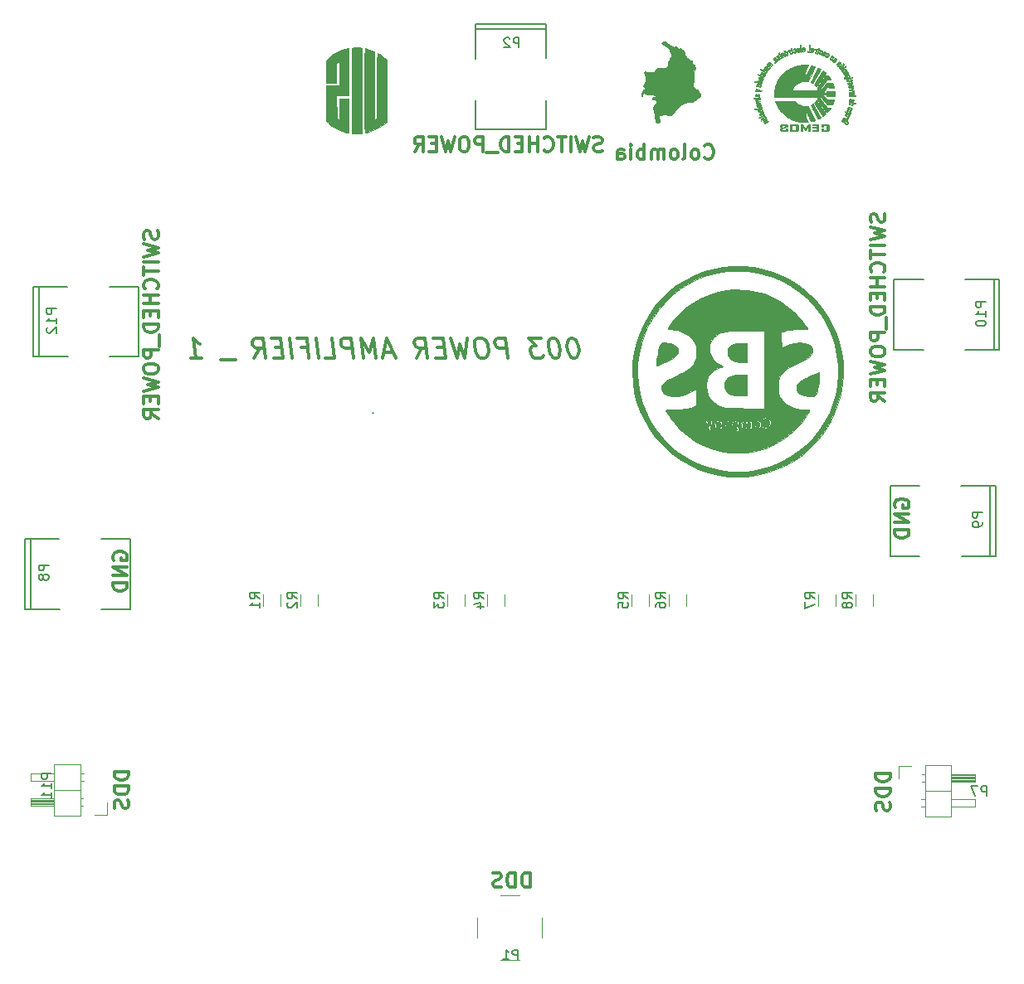
<source format=gbr>
G04 #@! TF.FileFunction,Legend,Bot*
%FSLAX46Y46*%
G04 Gerber Fmt 4.6, Leading zero omitted, Abs format (unit mm)*
G04 Created by KiCad (PCBNEW 4.0.2-stable) date 10/05/17 15:38:04*
%MOMM*%
G01*
G04 APERTURE LIST*
%ADD10C,0.100000*%
%ADD11C,0.300000*%
%ADD12C,0.200000*%
%ADD13C,0.120000*%
%ADD14C,0.150000*%
%ADD15C,0.010000*%
G04 APERTURE END LIST*
D10*
D11*
X148272000Y-59971714D02*
X148343429Y-60043143D01*
X148557715Y-60114571D01*
X148700572Y-60114571D01*
X148914857Y-60043143D01*
X149057715Y-59900286D01*
X149129143Y-59757429D01*
X149200572Y-59471714D01*
X149200572Y-59257429D01*
X149129143Y-58971714D01*
X149057715Y-58828857D01*
X148914857Y-58686000D01*
X148700572Y-58614571D01*
X148557715Y-58614571D01*
X148343429Y-58686000D01*
X148272000Y-58757429D01*
X147414857Y-60114571D02*
X147557715Y-60043143D01*
X147629143Y-59971714D01*
X147700572Y-59828857D01*
X147700572Y-59400286D01*
X147629143Y-59257429D01*
X147557715Y-59186000D01*
X147414857Y-59114571D01*
X147200572Y-59114571D01*
X147057715Y-59186000D01*
X146986286Y-59257429D01*
X146914857Y-59400286D01*
X146914857Y-59828857D01*
X146986286Y-59971714D01*
X147057715Y-60043143D01*
X147200572Y-60114571D01*
X147414857Y-60114571D01*
X146057714Y-60114571D02*
X146200572Y-60043143D01*
X146272000Y-59900286D01*
X146272000Y-58614571D01*
X145272000Y-60114571D02*
X145414858Y-60043143D01*
X145486286Y-59971714D01*
X145557715Y-59828857D01*
X145557715Y-59400286D01*
X145486286Y-59257429D01*
X145414858Y-59186000D01*
X145272000Y-59114571D01*
X145057715Y-59114571D01*
X144914858Y-59186000D01*
X144843429Y-59257429D01*
X144772000Y-59400286D01*
X144772000Y-59828857D01*
X144843429Y-59971714D01*
X144914858Y-60043143D01*
X145057715Y-60114571D01*
X145272000Y-60114571D01*
X144129143Y-60114571D02*
X144129143Y-59114571D01*
X144129143Y-59257429D02*
X144057715Y-59186000D01*
X143914857Y-59114571D01*
X143700572Y-59114571D01*
X143557715Y-59186000D01*
X143486286Y-59328857D01*
X143486286Y-60114571D01*
X143486286Y-59328857D02*
X143414857Y-59186000D01*
X143272000Y-59114571D01*
X143057715Y-59114571D01*
X142914857Y-59186000D01*
X142843429Y-59328857D01*
X142843429Y-60114571D01*
X142129143Y-60114571D02*
X142129143Y-58614571D01*
X142129143Y-59186000D02*
X141986286Y-59114571D01*
X141700572Y-59114571D01*
X141557715Y-59186000D01*
X141486286Y-59257429D01*
X141414857Y-59400286D01*
X141414857Y-59828857D01*
X141486286Y-59971714D01*
X141557715Y-60043143D01*
X141700572Y-60114571D01*
X141986286Y-60114571D01*
X142129143Y-60043143D01*
X140772000Y-60114571D02*
X140772000Y-59114571D01*
X140772000Y-58614571D02*
X140843429Y-58686000D01*
X140772000Y-58757429D01*
X140700572Y-58686000D01*
X140772000Y-58614571D01*
X140772000Y-58757429D01*
X139414857Y-60114571D02*
X139414857Y-59328857D01*
X139486286Y-59186000D01*
X139629143Y-59114571D01*
X139914857Y-59114571D01*
X140057714Y-59186000D01*
X139414857Y-60043143D02*
X139557714Y-60114571D01*
X139914857Y-60114571D01*
X140057714Y-60043143D01*
X140129143Y-59900286D01*
X140129143Y-59757429D01*
X140057714Y-59614571D01*
X139914857Y-59543143D01*
X139557714Y-59543143D01*
X139414857Y-59471714D01*
X166607143Y-65678571D02*
X166678571Y-65892857D01*
X166678571Y-66250000D01*
X166607143Y-66392857D01*
X166535714Y-66464286D01*
X166392857Y-66535714D01*
X166250000Y-66535714D01*
X166107143Y-66464286D01*
X166035714Y-66392857D01*
X165964286Y-66250000D01*
X165892857Y-65964286D01*
X165821429Y-65821428D01*
X165750000Y-65750000D01*
X165607143Y-65678571D01*
X165464286Y-65678571D01*
X165321429Y-65750000D01*
X165250000Y-65821428D01*
X165178571Y-65964286D01*
X165178571Y-66321428D01*
X165250000Y-66535714D01*
X165178571Y-67035714D02*
X166678571Y-67392857D01*
X165607143Y-67678571D01*
X166678571Y-67964285D01*
X165178571Y-68321428D01*
X166678571Y-68892857D02*
X165178571Y-68892857D01*
X165178571Y-69392857D02*
X165178571Y-70250000D01*
X166678571Y-69821429D02*
X165178571Y-69821429D01*
X166535714Y-71607143D02*
X166607143Y-71535714D01*
X166678571Y-71321428D01*
X166678571Y-71178571D01*
X166607143Y-70964286D01*
X166464286Y-70821428D01*
X166321429Y-70750000D01*
X166035714Y-70678571D01*
X165821429Y-70678571D01*
X165535714Y-70750000D01*
X165392857Y-70821428D01*
X165250000Y-70964286D01*
X165178571Y-71178571D01*
X165178571Y-71321428D01*
X165250000Y-71535714D01*
X165321429Y-71607143D01*
X166678571Y-72250000D02*
X165178571Y-72250000D01*
X165892857Y-72250000D02*
X165892857Y-73107143D01*
X166678571Y-73107143D02*
X165178571Y-73107143D01*
X165892857Y-73821429D02*
X165892857Y-74321429D01*
X166678571Y-74535715D02*
X166678571Y-73821429D01*
X165178571Y-73821429D01*
X165178571Y-74535715D01*
X166678571Y-75178572D02*
X165178571Y-75178572D01*
X165178571Y-75535715D01*
X165250000Y-75750000D01*
X165392857Y-75892858D01*
X165535714Y-75964286D01*
X165821429Y-76035715D01*
X166035714Y-76035715D01*
X166321429Y-75964286D01*
X166464286Y-75892858D01*
X166607143Y-75750000D01*
X166678571Y-75535715D01*
X166678571Y-75178572D01*
X166821429Y-76321429D02*
X166821429Y-77464286D01*
X166678571Y-77821429D02*
X165178571Y-77821429D01*
X165178571Y-78392857D01*
X165250000Y-78535715D01*
X165321429Y-78607143D01*
X165464286Y-78678572D01*
X165678571Y-78678572D01*
X165821429Y-78607143D01*
X165892857Y-78535715D01*
X165964286Y-78392857D01*
X165964286Y-77821429D01*
X165178571Y-79607143D02*
X165178571Y-79892857D01*
X165250000Y-80035715D01*
X165392857Y-80178572D01*
X165678571Y-80250000D01*
X166178571Y-80250000D01*
X166464286Y-80178572D01*
X166607143Y-80035715D01*
X166678571Y-79892857D01*
X166678571Y-79607143D01*
X166607143Y-79464286D01*
X166464286Y-79321429D01*
X166178571Y-79250000D01*
X165678571Y-79250000D01*
X165392857Y-79321429D01*
X165250000Y-79464286D01*
X165178571Y-79607143D01*
X165178571Y-80750001D02*
X166678571Y-81107144D01*
X165607143Y-81392858D01*
X166678571Y-81678572D01*
X165178571Y-82035715D01*
X165892857Y-82607144D02*
X165892857Y-83107144D01*
X166678571Y-83321430D02*
X166678571Y-82607144D01*
X165178571Y-82607144D01*
X165178571Y-83321430D01*
X166678571Y-84821430D02*
X165964286Y-84321430D01*
X166678571Y-83964287D02*
X165178571Y-83964287D01*
X165178571Y-84535715D01*
X165250000Y-84678573D01*
X165321429Y-84750001D01*
X165464286Y-84821430D01*
X165678571Y-84821430D01*
X165821429Y-84750001D01*
X165892857Y-84678573D01*
X165964286Y-84535715D01*
X165964286Y-83964287D01*
X92457143Y-67428571D02*
X92528571Y-67642857D01*
X92528571Y-68000000D01*
X92457143Y-68142857D01*
X92385714Y-68214286D01*
X92242857Y-68285714D01*
X92100000Y-68285714D01*
X91957143Y-68214286D01*
X91885714Y-68142857D01*
X91814286Y-68000000D01*
X91742857Y-67714286D01*
X91671429Y-67571428D01*
X91600000Y-67500000D01*
X91457143Y-67428571D01*
X91314286Y-67428571D01*
X91171429Y-67500000D01*
X91100000Y-67571428D01*
X91028571Y-67714286D01*
X91028571Y-68071428D01*
X91100000Y-68285714D01*
X91028571Y-68785714D02*
X92528571Y-69142857D01*
X91457143Y-69428571D01*
X92528571Y-69714285D01*
X91028571Y-70071428D01*
X92528571Y-70642857D02*
X91028571Y-70642857D01*
X91028571Y-71142857D02*
X91028571Y-72000000D01*
X92528571Y-71571429D02*
X91028571Y-71571429D01*
X92385714Y-73357143D02*
X92457143Y-73285714D01*
X92528571Y-73071428D01*
X92528571Y-72928571D01*
X92457143Y-72714286D01*
X92314286Y-72571428D01*
X92171429Y-72500000D01*
X91885714Y-72428571D01*
X91671429Y-72428571D01*
X91385714Y-72500000D01*
X91242857Y-72571428D01*
X91100000Y-72714286D01*
X91028571Y-72928571D01*
X91028571Y-73071428D01*
X91100000Y-73285714D01*
X91171429Y-73357143D01*
X92528571Y-74000000D02*
X91028571Y-74000000D01*
X91742857Y-74000000D02*
X91742857Y-74857143D01*
X92528571Y-74857143D02*
X91028571Y-74857143D01*
X91742857Y-75571429D02*
X91742857Y-76071429D01*
X92528571Y-76285715D02*
X92528571Y-75571429D01*
X91028571Y-75571429D01*
X91028571Y-76285715D01*
X92528571Y-76928572D02*
X91028571Y-76928572D01*
X91028571Y-77285715D01*
X91100000Y-77500000D01*
X91242857Y-77642858D01*
X91385714Y-77714286D01*
X91671429Y-77785715D01*
X91885714Y-77785715D01*
X92171429Y-77714286D01*
X92314286Y-77642858D01*
X92457143Y-77500000D01*
X92528571Y-77285715D01*
X92528571Y-76928572D01*
X92671429Y-78071429D02*
X92671429Y-79214286D01*
X92528571Y-79571429D02*
X91028571Y-79571429D01*
X91028571Y-80142857D01*
X91100000Y-80285715D01*
X91171429Y-80357143D01*
X91314286Y-80428572D01*
X91528571Y-80428572D01*
X91671429Y-80357143D01*
X91742857Y-80285715D01*
X91814286Y-80142857D01*
X91814286Y-79571429D01*
X91028571Y-81357143D02*
X91028571Y-81642857D01*
X91100000Y-81785715D01*
X91242857Y-81928572D01*
X91528571Y-82000000D01*
X92028571Y-82000000D01*
X92314286Y-81928572D01*
X92457143Y-81785715D01*
X92528571Y-81642857D01*
X92528571Y-81357143D01*
X92457143Y-81214286D01*
X92314286Y-81071429D01*
X92028571Y-81000000D01*
X91528571Y-81000000D01*
X91242857Y-81071429D01*
X91100000Y-81214286D01*
X91028571Y-81357143D01*
X91028571Y-82500001D02*
X92528571Y-82857144D01*
X91457143Y-83142858D01*
X92528571Y-83428572D01*
X91028571Y-83785715D01*
X91742857Y-84357144D02*
X91742857Y-84857144D01*
X92528571Y-85071430D02*
X92528571Y-84357144D01*
X91028571Y-84357144D01*
X91028571Y-85071430D01*
X92528571Y-86571430D02*
X91814286Y-86071430D01*
X92528571Y-85714287D02*
X91028571Y-85714287D01*
X91028571Y-86285715D01*
X91100000Y-86428573D01*
X91171429Y-86500001D01*
X91314286Y-86571430D01*
X91528571Y-86571430D01*
X91671429Y-86500001D01*
X91742857Y-86428573D01*
X91814286Y-86285715D01*
X91814286Y-85714287D01*
X137821429Y-59257143D02*
X137607143Y-59328571D01*
X137250000Y-59328571D01*
X137107143Y-59257143D01*
X137035714Y-59185714D01*
X136964286Y-59042857D01*
X136964286Y-58900000D01*
X137035714Y-58757143D01*
X137107143Y-58685714D01*
X137250000Y-58614286D01*
X137535714Y-58542857D01*
X137678572Y-58471429D01*
X137750000Y-58400000D01*
X137821429Y-58257143D01*
X137821429Y-58114286D01*
X137750000Y-57971429D01*
X137678572Y-57900000D01*
X137535714Y-57828571D01*
X137178572Y-57828571D01*
X136964286Y-57900000D01*
X136464286Y-57828571D02*
X136107143Y-59328571D01*
X135821429Y-58257143D01*
X135535715Y-59328571D01*
X135178572Y-57828571D01*
X134607143Y-59328571D02*
X134607143Y-57828571D01*
X134107143Y-57828571D02*
X133250000Y-57828571D01*
X133678571Y-59328571D02*
X133678571Y-57828571D01*
X131892857Y-59185714D02*
X131964286Y-59257143D01*
X132178572Y-59328571D01*
X132321429Y-59328571D01*
X132535714Y-59257143D01*
X132678572Y-59114286D01*
X132750000Y-58971429D01*
X132821429Y-58685714D01*
X132821429Y-58471429D01*
X132750000Y-58185714D01*
X132678572Y-58042857D01*
X132535714Y-57900000D01*
X132321429Y-57828571D01*
X132178572Y-57828571D01*
X131964286Y-57900000D01*
X131892857Y-57971429D01*
X131250000Y-59328571D02*
X131250000Y-57828571D01*
X131250000Y-58542857D02*
X130392857Y-58542857D01*
X130392857Y-59328571D02*
X130392857Y-57828571D01*
X129678571Y-58542857D02*
X129178571Y-58542857D01*
X128964285Y-59328571D02*
X129678571Y-59328571D01*
X129678571Y-57828571D01*
X128964285Y-57828571D01*
X128321428Y-59328571D02*
X128321428Y-57828571D01*
X127964285Y-57828571D01*
X127750000Y-57900000D01*
X127607142Y-58042857D01*
X127535714Y-58185714D01*
X127464285Y-58471429D01*
X127464285Y-58685714D01*
X127535714Y-58971429D01*
X127607142Y-59114286D01*
X127750000Y-59257143D01*
X127964285Y-59328571D01*
X128321428Y-59328571D01*
X127178571Y-59471429D02*
X126035714Y-59471429D01*
X125678571Y-59328571D02*
X125678571Y-57828571D01*
X125107143Y-57828571D01*
X124964285Y-57900000D01*
X124892857Y-57971429D01*
X124821428Y-58114286D01*
X124821428Y-58328571D01*
X124892857Y-58471429D01*
X124964285Y-58542857D01*
X125107143Y-58614286D01*
X125678571Y-58614286D01*
X123892857Y-57828571D02*
X123607143Y-57828571D01*
X123464285Y-57900000D01*
X123321428Y-58042857D01*
X123250000Y-58328571D01*
X123250000Y-58828571D01*
X123321428Y-59114286D01*
X123464285Y-59257143D01*
X123607143Y-59328571D01*
X123892857Y-59328571D01*
X124035714Y-59257143D01*
X124178571Y-59114286D01*
X124250000Y-58828571D01*
X124250000Y-58328571D01*
X124178571Y-58042857D01*
X124035714Y-57900000D01*
X123892857Y-57828571D01*
X122749999Y-57828571D02*
X122392856Y-59328571D01*
X122107142Y-58257143D01*
X121821428Y-59328571D01*
X121464285Y-57828571D01*
X120892856Y-58542857D02*
X120392856Y-58542857D01*
X120178570Y-59328571D02*
X120892856Y-59328571D01*
X120892856Y-57828571D01*
X120178570Y-57828571D01*
X118678570Y-59328571D02*
X119178570Y-58614286D01*
X119535713Y-59328571D02*
X119535713Y-57828571D01*
X118964285Y-57828571D01*
X118821427Y-57900000D01*
X118749999Y-57971429D01*
X118678570Y-58114286D01*
X118678570Y-58328571D01*
X118749999Y-58471429D01*
X118821427Y-58542857D01*
X118964285Y-58614286D01*
X119535713Y-58614286D01*
X87950000Y-101057143D02*
X87878571Y-100914286D01*
X87878571Y-100700000D01*
X87950000Y-100485715D01*
X88092857Y-100342857D01*
X88235714Y-100271429D01*
X88521429Y-100200000D01*
X88735714Y-100200000D01*
X89021429Y-100271429D01*
X89164286Y-100342857D01*
X89307143Y-100485715D01*
X89378571Y-100700000D01*
X89378571Y-100842857D01*
X89307143Y-101057143D01*
X89235714Y-101128572D01*
X88735714Y-101128572D01*
X88735714Y-100842857D01*
X89378571Y-101771429D02*
X87878571Y-101771429D01*
X89378571Y-102628572D01*
X87878571Y-102628572D01*
X89378571Y-103342858D02*
X87878571Y-103342858D01*
X87878571Y-103700001D01*
X87950000Y-103914286D01*
X88092857Y-104057144D01*
X88235714Y-104128572D01*
X88521429Y-104200001D01*
X88735714Y-104200001D01*
X89021429Y-104128572D01*
X89164286Y-104057144D01*
X89307143Y-103914286D01*
X89378571Y-103700001D01*
X89378571Y-103342858D01*
X89528571Y-122642858D02*
X88028571Y-122642858D01*
X88028571Y-123000001D01*
X88100000Y-123214286D01*
X88242857Y-123357144D01*
X88385714Y-123428572D01*
X88671429Y-123500001D01*
X88885714Y-123500001D01*
X89171429Y-123428572D01*
X89314286Y-123357144D01*
X89457143Y-123214286D01*
X89528571Y-123000001D01*
X89528571Y-122642858D01*
X89528571Y-124142858D02*
X88028571Y-124142858D01*
X88028571Y-124500001D01*
X88100000Y-124714286D01*
X88242857Y-124857144D01*
X88385714Y-124928572D01*
X88671429Y-125000001D01*
X88885714Y-125000001D01*
X89171429Y-124928572D01*
X89314286Y-124857144D01*
X89457143Y-124714286D01*
X89528571Y-124500001D01*
X89528571Y-124142858D01*
X89457143Y-125571429D02*
X89528571Y-125785715D01*
X89528571Y-126142858D01*
X89457143Y-126285715D01*
X89385714Y-126357144D01*
X89242857Y-126428572D01*
X89100000Y-126428572D01*
X88957143Y-126357144D01*
X88885714Y-126285715D01*
X88814286Y-126142858D01*
X88742857Y-125857144D01*
X88671429Y-125714286D01*
X88600000Y-125642858D01*
X88457143Y-125571429D01*
X88314286Y-125571429D01*
X88171429Y-125642858D01*
X88100000Y-125714286D01*
X88028571Y-125857144D01*
X88028571Y-126214286D01*
X88100000Y-126428572D01*
X167228571Y-122842858D02*
X165728571Y-122842858D01*
X165728571Y-123200001D01*
X165800000Y-123414286D01*
X165942857Y-123557144D01*
X166085714Y-123628572D01*
X166371429Y-123700001D01*
X166585714Y-123700001D01*
X166871429Y-123628572D01*
X167014286Y-123557144D01*
X167157143Y-123414286D01*
X167228571Y-123200001D01*
X167228571Y-122842858D01*
X167228571Y-124342858D02*
X165728571Y-124342858D01*
X165728571Y-124700001D01*
X165800000Y-124914286D01*
X165942857Y-125057144D01*
X166085714Y-125128572D01*
X166371429Y-125200001D01*
X166585714Y-125200001D01*
X166871429Y-125128572D01*
X167014286Y-125057144D01*
X167157143Y-124914286D01*
X167228571Y-124700001D01*
X167228571Y-124342858D01*
X167157143Y-125771429D02*
X167228571Y-125985715D01*
X167228571Y-126342858D01*
X167157143Y-126485715D01*
X167085714Y-126557144D01*
X166942857Y-126628572D01*
X166800000Y-126628572D01*
X166657143Y-126557144D01*
X166585714Y-126485715D01*
X166514286Y-126342858D01*
X166442857Y-126057144D01*
X166371429Y-125914286D01*
X166300000Y-125842858D01*
X166157143Y-125771429D01*
X166014286Y-125771429D01*
X165871429Y-125842858D01*
X165800000Y-125914286D01*
X165728571Y-126057144D01*
X165728571Y-126414286D01*
X165800000Y-126628572D01*
X167700000Y-95657143D02*
X167628571Y-95514286D01*
X167628571Y-95300000D01*
X167700000Y-95085715D01*
X167842857Y-94942857D01*
X167985714Y-94871429D01*
X168271429Y-94800000D01*
X168485714Y-94800000D01*
X168771429Y-94871429D01*
X168914286Y-94942857D01*
X169057143Y-95085715D01*
X169128571Y-95300000D01*
X169128571Y-95442857D01*
X169057143Y-95657143D01*
X168985714Y-95728572D01*
X168485714Y-95728572D01*
X168485714Y-95442857D01*
X169128571Y-96371429D02*
X167628571Y-96371429D01*
X169128571Y-97228572D01*
X167628571Y-97228572D01*
X169128571Y-97942858D02*
X167628571Y-97942858D01*
X167628571Y-98300001D01*
X167700000Y-98514286D01*
X167842857Y-98657144D01*
X167985714Y-98728572D01*
X168271429Y-98800001D01*
X168485714Y-98800001D01*
X168771429Y-98728572D01*
X168914286Y-98657144D01*
X169057143Y-98514286D01*
X169128571Y-98300001D01*
X169128571Y-97942858D01*
X130457142Y-134478571D02*
X130457142Y-132978571D01*
X130099999Y-132978571D01*
X129885714Y-133050000D01*
X129742856Y-133192857D01*
X129671428Y-133335714D01*
X129599999Y-133621429D01*
X129599999Y-133835714D01*
X129671428Y-134121429D01*
X129742856Y-134264286D01*
X129885714Y-134407143D01*
X130099999Y-134478571D01*
X130457142Y-134478571D01*
X128957142Y-134478571D02*
X128957142Y-132978571D01*
X128599999Y-132978571D01*
X128385714Y-133050000D01*
X128242856Y-133192857D01*
X128171428Y-133335714D01*
X128099999Y-133621429D01*
X128099999Y-133835714D01*
X128171428Y-134121429D01*
X128242856Y-134264286D01*
X128385714Y-134407143D01*
X128599999Y-134478571D01*
X128957142Y-134478571D01*
X127528571Y-134407143D02*
X127314285Y-134478571D01*
X126957142Y-134478571D01*
X126814285Y-134407143D01*
X126742856Y-134335714D01*
X126671428Y-134192857D01*
X126671428Y-134050000D01*
X126742856Y-133907143D01*
X126814285Y-133835714D01*
X126957142Y-133764286D01*
X127242856Y-133692857D01*
X127385714Y-133621429D01*
X127457142Y-133550000D01*
X127528571Y-133407143D01*
X127528571Y-133264286D01*
X127457142Y-133121429D01*
X127385714Y-133050000D01*
X127242856Y-132978571D01*
X126885714Y-132978571D01*
X126671428Y-133050000D01*
D12*
X114500000Y-86000000D02*
X114400000Y-86000000D01*
D11*
X134814049Y-78406762D02*
X134623573Y-78406762D01*
X134445002Y-78502000D01*
X134361669Y-78597238D01*
X134290240Y-78787714D01*
X134242620Y-79168667D01*
X134302144Y-79644857D01*
X134445002Y-80025810D01*
X134564050Y-80216286D01*
X134671192Y-80311524D01*
X134873573Y-80406762D01*
X135064049Y-80406762D01*
X135242620Y-80311524D01*
X135325954Y-80216286D01*
X135397383Y-80025810D01*
X135445002Y-79644857D01*
X135385478Y-79168667D01*
X135242621Y-78787714D01*
X135123573Y-78597238D01*
X135016430Y-78502000D01*
X134814049Y-78406762D01*
X132909287Y-78406762D02*
X132718811Y-78406762D01*
X132540240Y-78502000D01*
X132456907Y-78597238D01*
X132385478Y-78787714D01*
X132337858Y-79168667D01*
X132397382Y-79644857D01*
X132540240Y-80025810D01*
X132659288Y-80216286D01*
X132766430Y-80311524D01*
X132968811Y-80406762D01*
X133159287Y-80406762D01*
X133337858Y-80311524D01*
X133421192Y-80216286D01*
X133492621Y-80025810D01*
X133540240Y-79644857D01*
X133480716Y-79168667D01*
X133337859Y-78787714D01*
X133218811Y-78597238D01*
X133111668Y-78502000D01*
X132909287Y-78406762D01*
X131575954Y-78406762D02*
X130337858Y-78406762D01*
X131099763Y-79168667D01*
X130814049Y-79168667D01*
X130635478Y-79263905D01*
X130552145Y-79359143D01*
X130480715Y-79549619D01*
X130540239Y-80025810D01*
X130659288Y-80216286D01*
X130766430Y-80311524D01*
X130968811Y-80406762D01*
X131540239Y-80406762D01*
X131718811Y-80311524D01*
X131802145Y-80216286D01*
X128206906Y-80406762D02*
X127956906Y-78406762D01*
X127195001Y-78406762D01*
X127016430Y-78502000D01*
X126933096Y-78597238D01*
X126861667Y-78787714D01*
X126897382Y-79073429D01*
X127016429Y-79263905D01*
X127123573Y-79359143D01*
X127325954Y-79454381D01*
X128087859Y-79454381D01*
X125575953Y-78406762D02*
X125195001Y-78406762D01*
X125016430Y-78502000D01*
X124849762Y-78692476D01*
X124802144Y-79073429D01*
X124885477Y-79740095D01*
X125028334Y-80121048D01*
X125242620Y-80311524D01*
X125445001Y-80406762D01*
X125825953Y-80406762D01*
X126004524Y-80311524D01*
X126171192Y-80121048D01*
X126218811Y-79740095D01*
X126135478Y-79073429D01*
X125992620Y-78692476D01*
X125778334Y-78502000D01*
X125575953Y-78406762D01*
X124052144Y-78406762D02*
X123825953Y-80406762D01*
X123266430Y-78978190D01*
X123064048Y-80406762D01*
X122337858Y-78406762D01*
X121695002Y-79359143D02*
X121028335Y-79359143D01*
X120873573Y-80406762D02*
X121825954Y-80406762D01*
X121575954Y-78406762D01*
X120623573Y-78406762D01*
X118873572Y-80406762D02*
X119421192Y-79454381D01*
X120016430Y-80406762D02*
X119766430Y-78406762D01*
X119004525Y-78406762D01*
X118825954Y-78502000D01*
X118742620Y-78597238D01*
X118671191Y-78787714D01*
X118706906Y-79073429D01*
X118825953Y-79263905D01*
X118933097Y-79359143D01*
X119135478Y-79454381D01*
X119897383Y-79454381D01*
X116516430Y-79835333D02*
X115564049Y-79835333D01*
X116778334Y-80406762D02*
X115861667Y-78406762D01*
X115445000Y-80406762D01*
X114778334Y-80406762D02*
X114528334Y-78406762D01*
X114040239Y-79835333D01*
X113195000Y-78406762D01*
X113445000Y-80406762D01*
X112492620Y-80406762D02*
X112242620Y-78406762D01*
X111480715Y-78406762D01*
X111302144Y-78502000D01*
X111218810Y-78597238D01*
X111147381Y-78787714D01*
X111183096Y-79073429D01*
X111302143Y-79263905D01*
X111409287Y-79359143D01*
X111611668Y-79454381D01*
X112373573Y-79454381D01*
X109540239Y-80406762D02*
X110492620Y-80406762D01*
X110242620Y-78406762D01*
X108873572Y-80406762D02*
X108623572Y-78406762D01*
X107123572Y-79359143D02*
X107790239Y-79359143D01*
X107921191Y-80406762D02*
X107671191Y-78406762D01*
X106718810Y-78406762D01*
X106206905Y-80406762D02*
X105956905Y-78406762D01*
X105123572Y-79359143D02*
X104456905Y-79359143D01*
X104302143Y-80406762D02*
X105254524Y-80406762D01*
X105004524Y-78406762D01*
X104052143Y-78406762D01*
X102302142Y-80406762D02*
X102849762Y-79454381D01*
X103445000Y-80406762D02*
X103195000Y-78406762D01*
X102433095Y-78406762D01*
X102254524Y-78502000D01*
X102171190Y-78597238D01*
X102099761Y-78787714D01*
X102135476Y-79073429D01*
X102254523Y-79263905D01*
X102361667Y-79359143D01*
X102564048Y-79454381D01*
X103325953Y-79454381D01*
X100421190Y-80597238D02*
X98897380Y-80597238D01*
X95825950Y-80406762D02*
X96968808Y-80406762D01*
X96397379Y-80406762D02*
X96147379Y-78406762D01*
X96373569Y-78692476D01*
X96587855Y-78882952D01*
X96790237Y-78978190D01*
D13*
X170790000Y-122020000D02*
X170790000Y-127220000D01*
X170790000Y-127220000D02*
X173450000Y-127220000D01*
X173450000Y-127220000D02*
X173450000Y-122020000D01*
X173450000Y-122020000D02*
X170790000Y-122020000D01*
X173450000Y-122970000D02*
X175850000Y-122970000D01*
X175850000Y-122970000D02*
X175850000Y-123730000D01*
X175850000Y-123730000D02*
X173450000Y-123730000D01*
X173450000Y-123030000D02*
X175850000Y-123030000D01*
X173450000Y-123150000D02*
X175850000Y-123150000D01*
X173450000Y-123270000D02*
X175850000Y-123270000D01*
X173450000Y-123390000D02*
X175850000Y-123390000D01*
X173450000Y-123510000D02*
X175850000Y-123510000D01*
X173450000Y-123630000D02*
X175850000Y-123630000D01*
X170460000Y-122970000D02*
X170790000Y-122970000D01*
X170460000Y-123730000D02*
X170790000Y-123730000D01*
X170790000Y-124620000D02*
X173450000Y-124620000D01*
X173450000Y-125510000D02*
X175850000Y-125510000D01*
X175850000Y-125510000D02*
X175850000Y-126270000D01*
X175850000Y-126270000D02*
X173450000Y-126270000D01*
X170392929Y-125510000D02*
X170790000Y-125510000D01*
X170392929Y-126270000D02*
X170790000Y-126270000D01*
X168080000Y-123350000D02*
X168080000Y-122080000D01*
X168080000Y-122080000D02*
X169350000Y-122080000D01*
D14*
X177400320Y-100628860D02*
X177948960Y-100628860D01*
X177948960Y-100628860D02*
X177948960Y-93471140D01*
X177948960Y-93471140D02*
X177400320Y-93471140D01*
X170179100Y-93471140D02*
X167199680Y-93471140D01*
X167199680Y-93471140D02*
X167199680Y-100628860D01*
X174479320Y-100628860D02*
X177400320Y-100628860D01*
X177400320Y-100628860D02*
X177400320Y-93471140D01*
X177400320Y-93471140D02*
X174420900Y-93471140D01*
X167199680Y-100628860D02*
X170179100Y-100628860D01*
D13*
X84560000Y-127130000D02*
X84560000Y-121930000D01*
X84560000Y-121930000D02*
X81900000Y-121930000D01*
X81900000Y-121930000D02*
X81900000Y-127130000D01*
X81900000Y-127130000D02*
X84560000Y-127130000D01*
X81900000Y-126180000D02*
X79500000Y-126180000D01*
X79500000Y-126180000D02*
X79500000Y-125420000D01*
X79500000Y-125420000D02*
X81900000Y-125420000D01*
X81900000Y-126120000D02*
X79500000Y-126120000D01*
X81900000Y-126000000D02*
X79500000Y-126000000D01*
X81900000Y-125880000D02*
X79500000Y-125880000D01*
X81900000Y-125760000D02*
X79500000Y-125760000D01*
X81900000Y-125640000D02*
X79500000Y-125640000D01*
X81900000Y-125520000D02*
X79500000Y-125520000D01*
X84890000Y-126180000D02*
X84560000Y-126180000D01*
X84890000Y-125420000D02*
X84560000Y-125420000D01*
X84560000Y-124530000D02*
X81900000Y-124530000D01*
X81900000Y-123640000D02*
X79500000Y-123640000D01*
X79500000Y-123640000D02*
X79500000Y-122880000D01*
X79500000Y-122880000D02*
X81900000Y-122880000D01*
X84957071Y-123640000D02*
X84560000Y-123640000D01*
X84957071Y-122880000D02*
X84560000Y-122880000D01*
X87270000Y-125800000D02*
X87270000Y-127070000D01*
X87270000Y-127070000D02*
X86000000Y-127070000D01*
D14*
X132078860Y-46849680D02*
X132078860Y-46301040D01*
X132078860Y-46301040D02*
X124921140Y-46301040D01*
X124921140Y-46301040D02*
X124921140Y-46849680D01*
X124921140Y-54070900D02*
X124921140Y-57050320D01*
X124921140Y-57050320D02*
X132078860Y-57050320D01*
X132078860Y-49770680D02*
X132078860Y-46849680D01*
X132078860Y-46849680D02*
X124921140Y-46849680D01*
X124921140Y-46849680D02*
X124921140Y-49829100D01*
X132078860Y-57050320D02*
X132078860Y-54070900D01*
X177800320Y-79578860D02*
X178348960Y-79578860D01*
X178348960Y-79578860D02*
X178348960Y-72421140D01*
X178348960Y-72421140D02*
X177800320Y-72421140D01*
X170579100Y-72421140D02*
X167599680Y-72421140D01*
X167599680Y-72421140D02*
X167599680Y-79578860D01*
X174879320Y-79578860D02*
X177800320Y-79578860D01*
X177800320Y-79578860D02*
X177800320Y-72421140D01*
X177800320Y-72421140D02*
X174820900Y-72421140D01*
X167599680Y-79578860D02*
X170579100Y-79578860D01*
X80349680Y-73121140D02*
X79801040Y-73121140D01*
X79801040Y-73121140D02*
X79801040Y-80278860D01*
X79801040Y-80278860D02*
X80349680Y-80278860D01*
X87570900Y-80278860D02*
X90550320Y-80278860D01*
X90550320Y-80278860D02*
X90550320Y-73121140D01*
X83270680Y-73121140D02*
X80349680Y-73121140D01*
X80349680Y-73121140D02*
X80349680Y-80278860D01*
X80349680Y-80278860D02*
X83329100Y-80278860D01*
X90550320Y-73121140D02*
X87570900Y-73121140D01*
D13*
X131700000Y-137600000D02*
X131700000Y-139600000D01*
X125100000Y-137600000D02*
X125100000Y-139600000D01*
X129400000Y-141900000D02*
X127400000Y-141900000D01*
X129400000Y-135300000D02*
X127400000Y-135300000D01*
D14*
X79499680Y-98921140D02*
X78951040Y-98921140D01*
X78951040Y-98921140D02*
X78951040Y-106078860D01*
X78951040Y-106078860D02*
X79499680Y-106078860D01*
X86720900Y-106078860D02*
X89700320Y-106078860D01*
X89700320Y-106078860D02*
X89700320Y-98921140D01*
X82420680Y-98921140D02*
X79499680Y-98921140D01*
X79499680Y-98921140D02*
X79499680Y-106078860D01*
X79499680Y-106078860D02*
X82479100Y-106078860D01*
X89700320Y-98921140D02*
X86720900Y-98921140D01*
D13*
X105020000Y-105756000D02*
X105020000Y-104556000D01*
X103260000Y-104556000D02*
X103260000Y-105756000D01*
X108830000Y-105756000D02*
X108830000Y-104556000D01*
X107070000Y-104556000D02*
X107070000Y-105756000D01*
X123816000Y-105756000D02*
X123816000Y-104556000D01*
X122056000Y-104556000D02*
X122056000Y-105756000D01*
X127880000Y-105756000D02*
X127880000Y-104556000D01*
X126120000Y-104556000D02*
X126120000Y-105756000D01*
X142612000Y-105756000D02*
X142612000Y-104556000D01*
X140852000Y-104556000D02*
X140852000Y-105756000D01*
X146422000Y-105756000D02*
X146422000Y-104556000D01*
X144662000Y-104556000D02*
X144662000Y-105756000D01*
X161662000Y-105756000D02*
X161662000Y-104556000D01*
X159902000Y-104556000D02*
X159902000Y-105756000D01*
X165472000Y-105756000D02*
X165472000Y-104556000D01*
X163712000Y-104556000D02*
X163712000Y-105756000D01*
D15*
G36*
X160399138Y-56577269D02*
X160323163Y-56579239D01*
X160266490Y-56582676D01*
X160239142Y-56586642D01*
X160204876Y-56597602D01*
X160186894Y-56614293D01*
X160178961Y-56646839D01*
X160175749Y-56689566D01*
X160170630Y-56777466D01*
X160358667Y-56777466D01*
X160358667Y-56641999D01*
X160748133Y-56641999D01*
X160748133Y-57133066D01*
X160358667Y-57133066D01*
X160358667Y-56997600D01*
X160172400Y-56997600D01*
X160172400Y-57088921D01*
X160175500Y-57147833D01*
X160185980Y-57180050D01*
X160199185Y-57190521D01*
X160224125Y-57193666D01*
X160276404Y-57196105D01*
X160349572Y-57197848D01*
X160437182Y-57198901D01*
X160532785Y-57199275D01*
X160629933Y-57198977D01*
X160722177Y-57198016D01*
X160803069Y-57196400D01*
X160866160Y-57194138D01*
X160905002Y-57191238D01*
X160913233Y-57189585D01*
X160921578Y-57176682D01*
X160927620Y-57143420D01*
X160931606Y-57086372D01*
X160933783Y-57002115D01*
X160934400Y-56895588D01*
X160933633Y-56781112D01*
X160931178Y-56697172D01*
X160926799Y-56640467D01*
X160920264Y-56607696D01*
X160913233Y-56596432D01*
X160888208Y-56590839D01*
X160835968Y-56586037D01*
X160763159Y-56582122D01*
X160676426Y-56579191D01*
X160582415Y-56577341D01*
X160487770Y-56576668D01*
X160399138Y-56577269D01*
X160399138Y-56577269D01*
G37*
X160399138Y-56577269D02*
X160323163Y-56579239D01*
X160266490Y-56582676D01*
X160239142Y-56586642D01*
X160204876Y-56597602D01*
X160186894Y-56614293D01*
X160178961Y-56646839D01*
X160175749Y-56689566D01*
X160170630Y-56777466D01*
X160358667Y-56777466D01*
X160358667Y-56641999D01*
X160748133Y-56641999D01*
X160748133Y-57133066D01*
X160358667Y-57133066D01*
X160358667Y-56997600D01*
X160172400Y-56997600D01*
X160172400Y-57088921D01*
X160175500Y-57147833D01*
X160185980Y-57180050D01*
X160199185Y-57190521D01*
X160224125Y-57193666D01*
X160276404Y-57196105D01*
X160349572Y-57197848D01*
X160437182Y-57198901D01*
X160532785Y-57199275D01*
X160629933Y-57198977D01*
X160722177Y-57198016D01*
X160803069Y-57196400D01*
X160866160Y-57194138D01*
X160905002Y-57191238D01*
X160913233Y-57189585D01*
X160921578Y-57176682D01*
X160927620Y-57143420D01*
X160931606Y-57086372D01*
X160933783Y-57002115D01*
X160934400Y-56895588D01*
X160933633Y-56781112D01*
X160931178Y-56697172D01*
X160926799Y-56640467D01*
X160920264Y-56607696D01*
X160913233Y-56596432D01*
X160888208Y-56590839D01*
X160835968Y-56586037D01*
X160763159Y-56582122D01*
X160676426Y-56579191D01*
X160582415Y-56577341D01*
X160487770Y-56576668D01*
X160399138Y-56577269D01*
G36*
X159478139Y-56574419D02*
X159397409Y-56575204D01*
X159341473Y-56577113D01*
X159305796Y-56580634D01*
X159285841Y-56586259D01*
X159277074Y-56594479D01*
X159274958Y-56605782D01*
X159274933Y-56608133D01*
X159276801Y-56621959D01*
X159286000Y-56631405D01*
X159307929Y-56637302D01*
X159347984Y-56640479D01*
X159411562Y-56641768D01*
X159495067Y-56641999D01*
X159715200Y-56641999D01*
X159715200Y-56845199D01*
X159308800Y-56845199D01*
X159308800Y-56929866D01*
X159715200Y-56929866D01*
X159715200Y-57133066D01*
X159486600Y-57133066D01*
X159394743Y-57133334D01*
X159331453Y-57134663D01*
X159291432Y-57137835D01*
X159269382Y-57143638D01*
X159260005Y-57152855D01*
X159258002Y-57166272D01*
X159258000Y-57166933D01*
X159259385Y-57178695D01*
X159266525Y-57187364D01*
X159283895Y-57193410D01*
X159315972Y-57197304D01*
X159367232Y-57199519D01*
X159442152Y-57200525D01*
X159545208Y-57200792D01*
X159579734Y-57200800D01*
X159901467Y-57200800D01*
X159901467Y-56574266D01*
X159588200Y-56574266D01*
X159478139Y-56574419D01*
X159478139Y-56574419D01*
G37*
X159478139Y-56574419D02*
X159397409Y-56575204D01*
X159341473Y-56577113D01*
X159305796Y-56580634D01*
X159285841Y-56586259D01*
X159277074Y-56594479D01*
X159274958Y-56605782D01*
X159274933Y-56608133D01*
X159276801Y-56621959D01*
X159286000Y-56631405D01*
X159307929Y-56637302D01*
X159347984Y-56640479D01*
X159411562Y-56641768D01*
X159495067Y-56641999D01*
X159715200Y-56641999D01*
X159715200Y-56845199D01*
X159308800Y-56845199D01*
X159308800Y-56929866D01*
X159715200Y-56929866D01*
X159715200Y-57133066D01*
X159486600Y-57133066D01*
X159394743Y-57133334D01*
X159331453Y-57134663D01*
X159291432Y-57137835D01*
X159269382Y-57143638D01*
X159260005Y-57152855D01*
X159258002Y-57166272D01*
X159258000Y-57166933D01*
X159259385Y-57178695D01*
X159266525Y-57187364D01*
X159283895Y-57193410D01*
X159315972Y-57197304D01*
X159367232Y-57199519D01*
X159442152Y-57200525D01*
X159545208Y-57200792D01*
X159579734Y-57200800D01*
X159901467Y-57200800D01*
X159901467Y-56574266D01*
X159588200Y-56574266D01*
X159478139Y-56574419D01*
G36*
X158714429Y-56756299D02*
X158662237Y-56824330D01*
X158617043Y-56883001D01*
X158583038Y-56926889D01*
X158564413Y-56950570D01*
X158562716Y-56952623D01*
X158548730Y-56945030D01*
X158518506Y-56914543D01*
X158475925Y-56865511D01*
X158424866Y-56802283D01*
X158400430Y-56770715D01*
X158250467Y-56574518D01*
X158072667Y-56574266D01*
X158072667Y-57200800D01*
X158257824Y-57200800D01*
X158267400Y-56828036D01*
X158394368Y-56989018D01*
X158445770Y-57051438D01*
X158492018Y-57102581D01*
X158528063Y-57137188D01*
X158548856Y-57149999D01*
X158548923Y-57150000D01*
X158569647Y-57137467D01*
X158606098Y-57103282D01*
X158653258Y-57052562D01*
X158706112Y-56990424D01*
X158709822Y-56985870D01*
X158843133Y-56821740D01*
X158852709Y-57200800D01*
X159020933Y-57200800D01*
X159020933Y-56574266D01*
X158853820Y-56574266D01*
X158714429Y-56756299D01*
X158714429Y-56756299D01*
G37*
X158714429Y-56756299D02*
X158662237Y-56824330D01*
X158617043Y-56883001D01*
X158583038Y-56926889D01*
X158564413Y-56950570D01*
X158562716Y-56952623D01*
X158548730Y-56945030D01*
X158518506Y-56914543D01*
X158475925Y-56865511D01*
X158424866Y-56802283D01*
X158400430Y-56770715D01*
X158250467Y-56574518D01*
X158072667Y-56574266D01*
X158072667Y-57200800D01*
X158257824Y-57200800D01*
X158267400Y-56828036D01*
X158394368Y-56989018D01*
X158445770Y-57051438D01*
X158492018Y-57102581D01*
X158528063Y-57137188D01*
X158548856Y-57149999D01*
X158548923Y-57150000D01*
X158569647Y-57137467D01*
X158606098Y-57103282D01*
X158653258Y-57052562D01*
X158706112Y-56990424D01*
X158709822Y-56985870D01*
X158843133Y-56821740D01*
X158852709Y-57200800D01*
X159020933Y-57200800D01*
X159020933Y-56574266D01*
X158853820Y-56574266D01*
X158714429Y-56756299D01*
G36*
X157288705Y-56583308D02*
X157192393Y-56584912D01*
X157111991Y-56587365D01*
X157053091Y-56590487D01*
X157021286Y-56594096D01*
X157018567Y-56594901D01*
X157007653Y-56602377D01*
X156999776Y-56617712D01*
X156994452Y-56645785D01*
X156991198Y-56691474D01*
X156989529Y-56759657D01*
X156988961Y-56855213D01*
X156988934Y-56893656D01*
X156989322Y-57000305D01*
X156990772Y-57077803D01*
X156993709Y-57130862D01*
X156998556Y-57164192D01*
X157005740Y-57182504D01*
X157015685Y-57190508D01*
X157015718Y-57190521D01*
X157040355Y-57193559D01*
X157092583Y-57195944D01*
X157166202Y-57197683D01*
X157255012Y-57198785D01*
X157352813Y-57199257D01*
X157453403Y-57199106D01*
X157550582Y-57198341D01*
X157638150Y-57196968D01*
X157709906Y-57194995D01*
X157759649Y-57192430D01*
X157780567Y-57189585D01*
X157788890Y-57176713D01*
X157794923Y-57143525D01*
X157798911Y-57086597D01*
X157801099Y-57002509D01*
X157801733Y-56894057D01*
X157801425Y-56788297D01*
X157800176Y-56711525D01*
X157797505Y-56658868D01*
X157795196Y-56641999D01*
X157615467Y-56641999D01*
X157615467Y-57133066D01*
X157175200Y-57133066D01*
X157175200Y-56641999D01*
X157615467Y-56641999D01*
X157795196Y-56641999D01*
X157792929Y-56625450D01*
X157785965Y-56606397D01*
X157776129Y-56596835D01*
X157772100Y-56594901D01*
X157746716Y-56591213D01*
X157693058Y-56587973D01*
X157616721Y-56585364D01*
X157523295Y-56583566D01*
X157418375Y-56582759D01*
X157395333Y-56582733D01*
X157288705Y-56583308D01*
X157288705Y-56583308D01*
G37*
X157288705Y-56583308D02*
X157192393Y-56584912D01*
X157111991Y-56587365D01*
X157053091Y-56590487D01*
X157021286Y-56594096D01*
X157018567Y-56594901D01*
X157007653Y-56602377D01*
X156999776Y-56617712D01*
X156994452Y-56645785D01*
X156991198Y-56691474D01*
X156989529Y-56759657D01*
X156988961Y-56855213D01*
X156988934Y-56893656D01*
X156989322Y-57000305D01*
X156990772Y-57077803D01*
X156993709Y-57130862D01*
X156998556Y-57164192D01*
X157005740Y-57182504D01*
X157015685Y-57190508D01*
X157015718Y-57190521D01*
X157040355Y-57193559D01*
X157092583Y-57195944D01*
X157166202Y-57197683D01*
X157255012Y-57198785D01*
X157352813Y-57199257D01*
X157453403Y-57199106D01*
X157550582Y-57198341D01*
X157638150Y-57196968D01*
X157709906Y-57194995D01*
X157759649Y-57192430D01*
X157780567Y-57189585D01*
X157788890Y-57176713D01*
X157794923Y-57143525D01*
X157798911Y-57086597D01*
X157801099Y-57002509D01*
X157801733Y-56894057D01*
X157801425Y-56788297D01*
X157800176Y-56711525D01*
X157797505Y-56658868D01*
X157795196Y-56641999D01*
X157615467Y-56641999D01*
X157615467Y-57133066D01*
X157175200Y-57133066D01*
X157175200Y-56641999D01*
X157615467Y-56641999D01*
X157795196Y-56641999D01*
X157792929Y-56625450D01*
X157785965Y-56606397D01*
X157776129Y-56596835D01*
X157772100Y-56594901D01*
X157746716Y-56591213D01*
X157693058Y-56587973D01*
X157616721Y-56585364D01*
X157523295Y-56583566D01*
X157418375Y-56582759D01*
X157395333Y-56582733D01*
X157288705Y-56583308D01*
G36*
X156290784Y-56577175D02*
X156176712Y-56579467D01*
X156092093Y-56582675D01*
X156032522Y-56588492D01*
X155993594Y-56598606D01*
X155970903Y-56614706D01*
X155960045Y-56638484D01*
X155956614Y-56671628D01*
X155956259Y-56705499D01*
X155956000Y-56777466D01*
X156142267Y-56777466D01*
X156142267Y-56641999D01*
X156531734Y-56641999D01*
X156531734Y-56755393D01*
X156281967Y-56852692D01*
X156172888Y-56895360D01*
X156091342Y-56928466D01*
X156033324Y-56954795D01*
X155994830Y-56977131D01*
X155971855Y-56998256D01*
X155960394Y-57020955D01*
X155956444Y-57048010D01*
X155956000Y-57079270D01*
X155960025Y-57131479D01*
X155970213Y-57170617D01*
X155976320Y-57180479D01*
X155996011Y-57188135D01*
X156039322Y-57193726D01*
X156108807Y-57197388D01*
X156207022Y-57199254D01*
X156336153Y-57199463D01*
X156440922Y-57198644D01*
X156534707Y-57197142D01*
X156612018Y-57195106D01*
X156667360Y-57192688D01*
X156695243Y-57190038D01*
X156696834Y-57189585D01*
X156710450Y-57167044D01*
X156717359Y-57116262D01*
X156718000Y-57089322D01*
X156718000Y-56997600D01*
X156531734Y-56997600D01*
X156531734Y-57133066D01*
X156142267Y-57133066D01*
X156142267Y-57018163D01*
X156408967Y-56912080D01*
X156498724Y-56875907D01*
X156578272Y-56842964D01*
X156641898Y-56815686D01*
X156683887Y-56796509D01*
X156697624Y-56789002D01*
X156711922Y-56758332D01*
X156715143Y-56699223D01*
X156714557Y-56686837D01*
X156710007Y-56635919D01*
X156699799Y-56608507D01*
X156677394Y-56594254D01*
X156651258Y-56586642D01*
X156615453Y-56582031D01*
X156552628Y-56578641D01*
X156469615Y-56576651D01*
X156373244Y-56576240D01*
X156290784Y-56577175D01*
X156290784Y-56577175D01*
G37*
X156290784Y-56577175D02*
X156176712Y-56579467D01*
X156092093Y-56582675D01*
X156032522Y-56588492D01*
X155993594Y-56598606D01*
X155970903Y-56614706D01*
X155960045Y-56638484D01*
X155956614Y-56671628D01*
X155956259Y-56705499D01*
X155956000Y-56777466D01*
X156142267Y-56777466D01*
X156142267Y-56641999D01*
X156531734Y-56641999D01*
X156531734Y-56755393D01*
X156281967Y-56852692D01*
X156172888Y-56895360D01*
X156091342Y-56928466D01*
X156033324Y-56954795D01*
X155994830Y-56977131D01*
X155971855Y-56998256D01*
X155960394Y-57020955D01*
X155956444Y-57048010D01*
X155956000Y-57079270D01*
X155960025Y-57131479D01*
X155970213Y-57170617D01*
X155976320Y-57180479D01*
X155996011Y-57188135D01*
X156039322Y-57193726D01*
X156108807Y-57197388D01*
X156207022Y-57199254D01*
X156336153Y-57199463D01*
X156440922Y-57198644D01*
X156534707Y-57197142D01*
X156612018Y-57195106D01*
X156667360Y-57192688D01*
X156695243Y-57190038D01*
X156696834Y-57189585D01*
X156710450Y-57167044D01*
X156717359Y-57116262D01*
X156718000Y-57089322D01*
X156718000Y-56997600D01*
X156531734Y-56997600D01*
X156531734Y-57133066D01*
X156142267Y-57133066D01*
X156142267Y-57018163D01*
X156408967Y-56912080D01*
X156498724Y-56875907D01*
X156578272Y-56842964D01*
X156641898Y-56815686D01*
X156683887Y-56796509D01*
X156697624Y-56789002D01*
X156711922Y-56758332D01*
X156715143Y-56699223D01*
X156714557Y-56686837D01*
X156710007Y-56635919D01*
X156699799Y-56608507D01*
X156677394Y-56594254D01*
X156651258Y-56586642D01*
X156615453Y-56582031D01*
X156552628Y-56578641D01*
X156469615Y-56576651D01*
X156373244Y-56576240D01*
X156290784Y-56577175D01*
G36*
X162317429Y-56009380D02*
X162283517Y-56049674D01*
X162249556Y-56099644D01*
X162222181Y-56149127D01*
X162208025Y-56187965D01*
X162207642Y-56198801D01*
X162222906Y-56216563D01*
X162261576Y-56248438D01*
X162318224Y-56290774D01*
X162387422Y-56339923D01*
X162463741Y-56392235D01*
X162541753Y-56444060D01*
X162616028Y-56491750D01*
X162681139Y-56531653D01*
X162731656Y-56560121D01*
X162762151Y-56573505D01*
X162765845Y-56574067D01*
X162789870Y-56561243D01*
X162824187Y-56527686D01*
X162855737Y-56488180D01*
X162890012Y-56433480D01*
X162909686Y-56387466D01*
X162912359Y-56366120D01*
X162896083Y-56336097D01*
X162860347Y-56299352D01*
X162834920Y-56279491D01*
X162791930Y-56250648D01*
X162766307Y-56239883D01*
X162748165Y-56245169D01*
X162733320Y-56258653D01*
X162717970Y-56276405D01*
X162716159Y-56291480D01*
X162732000Y-56309761D01*
X162769605Y-56337133D01*
X162804490Y-56360476D01*
X162824448Y-56376103D01*
X162826522Y-56392451D01*
X162809835Y-56420731D01*
X162798525Y-56436752D01*
X162772359Y-56470982D01*
X162753285Y-56481177D01*
X162728996Y-56471063D01*
X162714902Y-56462060D01*
X162592468Y-56382393D01*
X162495784Y-56318863D01*
X162422316Y-56268976D01*
X162369533Y-56230238D01*
X162334902Y-56200157D01*
X162315890Y-56176237D01*
X162309966Y-56155986D01*
X162314597Y-56136909D01*
X162327250Y-56116513D01*
X162342859Y-56095694D01*
X162357181Y-56080911D01*
X162374580Y-56079150D01*
X162403053Y-56092581D01*
X162450596Y-56123372D01*
X162454428Y-56125953D01*
X162502994Y-56160645D01*
X162527116Y-56184718D01*
X162531722Y-56204412D01*
X162526750Y-56217514D01*
X162520277Y-56250073D01*
X162536126Y-56270732D01*
X162556930Y-56281038D01*
X162578515Y-56270059D01*
X162603141Y-56242877D01*
X162628886Y-56204721D01*
X162640192Y-56174070D01*
X162640072Y-56170031D01*
X162623574Y-56147758D01*
X162584821Y-56115900D01*
X162532020Y-56079490D01*
X162473381Y-56043560D01*
X162417110Y-56013142D01*
X162371417Y-55993269D01*
X162344660Y-55988923D01*
X162317429Y-56009380D01*
X162317429Y-56009380D01*
G37*
X162317429Y-56009380D02*
X162283517Y-56049674D01*
X162249556Y-56099644D01*
X162222181Y-56149127D01*
X162208025Y-56187965D01*
X162207642Y-56198801D01*
X162222906Y-56216563D01*
X162261576Y-56248438D01*
X162318224Y-56290774D01*
X162387422Y-56339923D01*
X162463741Y-56392235D01*
X162541753Y-56444060D01*
X162616028Y-56491750D01*
X162681139Y-56531653D01*
X162731656Y-56560121D01*
X162762151Y-56573505D01*
X162765845Y-56574067D01*
X162789870Y-56561243D01*
X162824187Y-56527686D01*
X162855737Y-56488180D01*
X162890012Y-56433480D01*
X162909686Y-56387466D01*
X162912359Y-56366120D01*
X162896083Y-56336097D01*
X162860347Y-56299352D01*
X162834920Y-56279491D01*
X162791930Y-56250648D01*
X162766307Y-56239883D01*
X162748165Y-56245169D01*
X162733320Y-56258653D01*
X162717970Y-56276405D01*
X162716159Y-56291480D01*
X162732000Y-56309761D01*
X162769605Y-56337133D01*
X162804490Y-56360476D01*
X162824448Y-56376103D01*
X162826522Y-56392451D01*
X162809835Y-56420731D01*
X162798525Y-56436752D01*
X162772359Y-56470982D01*
X162753285Y-56481177D01*
X162728996Y-56471063D01*
X162714902Y-56462060D01*
X162592468Y-56382393D01*
X162495784Y-56318863D01*
X162422316Y-56268976D01*
X162369533Y-56230238D01*
X162334902Y-56200157D01*
X162315890Y-56176237D01*
X162309966Y-56155986D01*
X162314597Y-56136909D01*
X162327250Y-56116513D01*
X162342859Y-56095694D01*
X162357181Y-56080911D01*
X162374580Y-56079150D01*
X162403053Y-56092581D01*
X162450596Y-56123372D01*
X162454428Y-56125953D01*
X162502994Y-56160645D01*
X162527116Y-56184718D01*
X162531722Y-56204412D01*
X162526750Y-56217514D01*
X162520277Y-56250073D01*
X162536126Y-56270732D01*
X162556930Y-56281038D01*
X162578515Y-56270059D01*
X162603141Y-56242877D01*
X162628886Y-56204721D01*
X162640192Y-56174070D01*
X162640072Y-56170031D01*
X162623574Y-56147758D01*
X162584821Y-56115900D01*
X162532020Y-56079490D01*
X162473381Y-56043560D01*
X162417110Y-56013142D01*
X162371417Y-55993269D01*
X162344660Y-55988923D01*
X162317429Y-56009380D01*
G36*
X154604375Y-56026843D02*
X154562091Y-56047645D01*
X154507060Y-56080043D01*
X154445560Y-56119738D01*
X154383869Y-56162433D01*
X154328264Y-56203829D01*
X154285023Y-56239628D01*
X154260422Y-56265530D01*
X154257566Y-56275334D01*
X154293594Y-56330231D01*
X154332795Y-56382773D01*
X154369140Y-56425623D01*
X154396598Y-56451445D01*
X154405872Y-56455733D01*
X154427667Y-56446720D01*
X154470969Y-56422200D01*
X154529445Y-56385948D01*
X154594784Y-56343075D01*
X154660538Y-56298728D01*
X154715463Y-56261496D01*
X154753775Y-56235313D01*
X154769659Y-56224139D01*
X154765193Y-56209147D01*
X154748774Y-56189516D01*
X154734438Y-56178307D01*
X154717429Y-56176144D01*
X154691955Y-56185434D01*
X154652225Y-56208580D01*
X154592446Y-56247990D01*
X154567722Y-56264710D01*
X154500637Y-56309878D01*
X154455838Y-56338158D01*
X154427606Y-56351714D01*
X154410225Y-56352705D01*
X154397976Y-56343293D01*
X154389640Y-56332023D01*
X154370464Y-56300116D01*
X154364267Y-56282742D01*
X154377497Y-56268487D01*
X154413193Y-56240396D01*
X154465368Y-56203000D01*
X154508200Y-56173902D01*
X154583729Y-56120824D01*
X154630437Y-56080658D01*
X154649907Y-56051392D01*
X154643720Y-56031012D01*
X154627636Y-56021936D01*
X154604375Y-56026843D01*
X154604375Y-56026843D01*
G37*
X154604375Y-56026843D02*
X154562091Y-56047645D01*
X154507060Y-56080043D01*
X154445560Y-56119738D01*
X154383869Y-56162433D01*
X154328264Y-56203829D01*
X154285023Y-56239628D01*
X154260422Y-56265530D01*
X154257566Y-56275334D01*
X154293594Y-56330231D01*
X154332795Y-56382773D01*
X154369140Y-56425623D01*
X154396598Y-56451445D01*
X154405872Y-56455733D01*
X154427667Y-56446720D01*
X154470969Y-56422200D01*
X154529445Y-56385948D01*
X154594784Y-56343075D01*
X154660538Y-56298728D01*
X154715463Y-56261496D01*
X154753775Y-56235313D01*
X154769659Y-56224139D01*
X154765193Y-56209147D01*
X154748774Y-56189516D01*
X154734438Y-56178307D01*
X154717429Y-56176144D01*
X154691955Y-56185434D01*
X154652225Y-56208580D01*
X154592446Y-56247990D01*
X154567722Y-56264710D01*
X154500637Y-56309878D01*
X154455838Y-56338158D01*
X154427606Y-56351714D01*
X154410225Y-56352705D01*
X154397976Y-56343293D01*
X154389640Y-56332023D01*
X154370464Y-56300116D01*
X154364267Y-56282742D01*
X154377497Y-56268487D01*
X154413193Y-56240396D01*
X154465368Y-56203000D01*
X154508200Y-56173902D01*
X154583729Y-56120824D01*
X154630437Y-56080658D01*
X154649907Y-56051392D01*
X154643720Y-56031012D01*
X154627636Y-56021936D01*
X154604375Y-56026843D01*
G36*
X156299316Y-54203745D02*
X156131229Y-54204166D01*
X155976632Y-54204834D01*
X155838504Y-54205723D01*
X155719827Y-54206808D01*
X155623584Y-54208061D01*
X155552754Y-54209455D01*
X155510320Y-54210966D01*
X155498800Y-54212296D01*
X155505531Y-54232891D01*
X155513655Y-54250396D01*
X155528173Y-54285203D01*
X155545581Y-54334718D01*
X155549681Y-54347533D01*
X155571889Y-54409694D01*
X155598700Y-54473669D01*
X155602560Y-54481947D01*
X155622228Y-54528134D01*
X155633344Y-54563590D01*
X155634267Y-54570847D01*
X155644529Y-54591259D01*
X155651200Y-54593066D01*
X155666346Y-54606728D01*
X155668134Y-54617721D01*
X155676308Y-54644955D01*
X155697436Y-54689743D01*
X155718934Y-54728533D01*
X155746108Y-54775946D01*
X155764542Y-54810646D01*
X155769734Y-54823176D01*
X155778700Y-54840659D01*
X155802194Y-54878195D01*
X155835109Y-54928240D01*
X155872339Y-54983253D01*
X155908777Y-55035691D01*
X155939317Y-55078013D01*
X155958851Y-55102676D01*
X155959311Y-55103167D01*
X155982794Y-55130760D01*
X156015522Y-55172372D01*
X156028250Y-55189208D01*
X156074285Y-55244917D01*
X156138784Y-55315057D01*
X156215320Y-55393394D01*
X156297466Y-55473698D01*
X156378794Y-55549734D01*
X156452877Y-55615272D01*
X156513286Y-55664078D01*
X156531110Y-55676799D01*
X156571482Y-55706363D01*
X156613744Y-55740279D01*
X156647334Y-55765902D01*
X156669968Y-55778193D01*
X156671434Y-55778379D01*
X156692137Y-55788870D01*
X156715348Y-55808033D01*
X156732112Y-55822866D01*
X156752648Y-55837776D01*
X156782416Y-55855929D01*
X156826871Y-55880491D01*
X156891471Y-55914627D01*
X156964964Y-55952846D01*
X157024828Y-55983090D01*
X157092913Y-56016269D01*
X157162270Y-56049156D01*
X157225953Y-56078526D01*
X157277012Y-56101153D01*
X157308499Y-56113810D01*
X157314974Y-56115349D01*
X157331788Y-56119893D01*
X157369119Y-56132968D01*
X157386867Y-56139581D01*
X157501908Y-56178636D01*
X157637526Y-56217608D01*
X157780585Y-56253145D01*
X157917955Y-56281896D01*
X157996467Y-56295136D01*
X158073362Y-56303982D01*
X158173766Y-56311915D01*
X158287323Y-56318436D01*
X158403678Y-56323048D01*
X158512476Y-56325253D01*
X158603360Y-56324551D01*
X158606067Y-56324468D01*
X158675258Y-56321400D01*
X158735048Y-56317165D01*
X158774248Y-56312586D01*
X158778364Y-56311764D01*
X158815195Y-56303325D01*
X158771755Y-56197495D01*
X158721198Y-56074749D01*
X158674184Y-55961407D01*
X158633046Y-55863054D01*
X158600121Y-55785272D01*
X158578817Y-55736066D01*
X158571520Y-55718048D01*
X158566213Y-55698346D01*
X158562645Y-55671782D01*
X158560568Y-55633175D01*
X158559732Y-55577345D01*
X158559888Y-55499112D01*
X158560787Y-55393295D01*
X158561051Y-55366767D01*
X158563189Y-55256084D01*
X158567032Y-55175460D01*
X158572488Y-55126092D01*
X158579466Y-55109179D01*
X158580667Y-55109533D01*
X158594892Y-55133417D01*
X158597600Y-55152866D01*
X158603120Y-55179859D01*
X158610400Y-55185733D01*
X158624852Y-55199688D01*
X158643687Y-55233960D01*
X158646690Y-55240766D01*
X158676128Y-55307958D01*
X158715131Y-55394527D01*
X158758609Y-55489320D01*
X158801469Y-55581183D01*
X158818692Y-55617533D01*
X158896185Y-55779692D01*
X158960619Y-55913467D01*
X159013190Y-56021193D01*
X159055096Y-56105206D01*
X159087532Y-56167841D01*
X159111697Y-56211433D01*
X159128785Y-56238319D01*
X159139995Y-56250834D01*
X159144012Y-56252438D01*
X159175054Y-56247945D01*
X159226782Y-56236111D01*
X159291592Y-56219157D01*
X159361877Y-56199304D01*
X159430033Y-56178774D01*
X159488453Y-56159787D01*
X159529533Y-56144565D01*
X159545666Y-56135330D01*
X159545685Y-56135129D01*
X159538501Y-56116850D01*
X159519281Y-56075271D01*
X159491284Y-56017311D01*
X159469485Y-55973257D01*
X159437305Y-55906915D01*
X159411874Y-55850908D01*
X159396500Y-55812728D01*
X159393467Y-55801102D01*
X159384466Y-55778087D01*
X159380767Y-55775577D01*
X159368738Y-55758977D01*
X159345531Y-55718065D01*
X159314546Y-55659097D01*
X159281045Y-55592133D01*
X159200086Y-55426838D01*
X159132678Y-55289523D01*
X159077569Y-55177705D01*
X159033507Y-55088903D01*
X158999240Y-55020637D01*
X158973515Y-54970426D01*
X158955080Y-54935788D01*
X158942683Y-54914243D01*
X158935071Y-54903309D01*
X158932033Y-54900688D01*
X158920306Y-54881190D01*
X158919333Y-54871899D01*
X158911567Y-54845344D01*
X158891473Y-54800569D01*
X158870599Y-54760541D01*
X158821865Y-54672327D01*
X158553099Y-54669645D01*
X158421402Y-54666888D01*
X158316206Y-54660779D01*
X158230216Y-54650150D01*
X158156138Y-54633835D01*
X158086677Y-54610664D01*
X158027640Y-54585545D01*
X157979659Y-54564909D01*
X157946865Y-54553350D01*
X157937200Y-54552816D01*
X157923731Y-54549715D01*
X157888324Y-54533354D01*
X157838479Y-54507217D01*
X157835600Y-54505637D01*
X157784758Y-54475927D01*
X157748317Y-54451274D01*
X157734008Y-54436920D01*
X157734000Y-54436758D01*
X157720507Y-54424710D01*
X157712270Y-54423733D01*
X157691156Y-54412730D01*
X157652463Y-54383203D01*
X157602760Y-54340371D01*
X157573780Y-54313666D01*
X157457019Y-54203600D01*
X156477910Y-54203600D01*
X156299316Y-54203745D01*
X156299316Y-54203745D01*
G37*
X156299316Y-54203745D02*
X156131229Y-54204166D01*
X155976632Y-54204834D01*
X155838504Y-54205723D01*
X155719827Y-54206808D01*
X155623584Y-54208061D01*
X155552754Y-54209455D01*
X155510320Y-54210966D01*
X155498800Y-54212296D01*
X155505531Y-54232891D01*
X155513655Y-54250396D01*
X155528173Y-54285203D01*
X155545581Y-54334718D01*
X155549681Y-54347533D01*
X155571889Y-54409694D01*
X155598700Y-54473669D01*
X155602560Y-54481947D01*
X155622228Y-54528134D01*
X155633344Y-54563590D01*
X155634267Y-54570847D01*
X155644529Y-54591259D01*
X155651200Y-54593066D01*
X155666346Y-54606728D01*
X155668134Y-54617721D01*
X155676308Y-54644955D01*
X155697436Y-54689743D01*
X155718934Y-54728533D01*
X155746108Y-54775946D01*
X155764542Y-54810646D01*
X155769734Y-54823176D01*
X155778700Y-54840659D01*
X155802194Y-54878195D01*
X155835109Y-54928240D01*
X155872339Y-54983253D01*
X155908777Y-55035691D01*
X155939317Y-55078013D01*
X155958851Y-55102676D01*
X155959311Y-55103167D01*
X155982794Y-55130760D01*
X156015522Y-55172372D01*
X156028250Y-55189208D01*
X156074285Y-55244917D01*
X156138784Y-55315057D01*
X156215320Y-55393394D01*
X156297466Y-55473698D01*
X156378794Y-55549734D01*
X156452877Y-55615272D01*
X156513286Y-55664078D01*
X156531110Y-55676799D01*
X156571482Y-55706363D01*
X156613744Y-55740279D01*
X156647334Y-55765902D01*
X156669968Y-55778193D01*
X156671434Y-55778379D01*
X156692137Y-55788870D01*
X156715348Y-55808033D01*
X156732112Y-55822866D01*
X156752648Y-55837776D01*
X156782416Y-55855929D01*
X156826871Y-55880491D01*
X156891471Y-55914627D01*
X156964964Y-55952846D01*
X157024828Y-55983090D01*
X157092913Y-56016269D01*
X157162270Y-56049156D01*
X157225953Y-56078526D01*
X157277012Y-56101153D01*
X157308499Y-56113810D01*
X157314974Y-56115349D01*
X157331788Y-56119893D01*
X157369119Y-56132968D01*
X157386867Y-56139581D01*
X157501908Y-56178636D01*
X157637526Y-56217608D01*
X157780585Y-56253145D01*
X157917955Y-56281896D01*
X157996467Y-56295136D01*
X158073362Y-56303982D01*
X158173766Y-56311915D01*
X158287323Y-56318436D01*
X158403678Y-56323048D01*
X158512476Y-56325253D01*
X158603360Y-56324551D01*
X158606067Y-56324468D01*
X158675258Y-56321400D01*
X158735048Y-56317165D01*
X158774248Y-56312586D01*
X158778364Y-56311764D01*
X158815195Y-56303325D01*
X158771755Y-56197495D01*
X158721198Y-56074749D01*
X158674184Y-55961407D01*
X158633046Y-55863054D01*
X158600121Y-55785272D01*
X158578817Y-55736066D01*
X158571520Y-55718048D01*
X158566213Y-55698346D01*
X158562645Y-55671782D01*
X158560568Y-55633175D01*
X158559732Y-55577345D01*
X158559888Y-55499112D01*
X158560787Y-55393295D01*
X158561051Y-55366767D01*
X158563189Y-55256084D01*
X158567032Y-55175460D01*
X158572488Y-55126092D01*
X158579466Y-55109179D01*
X158580667Y-55109533D01*
X158594892Y-55133417D01*
X158597600Y-55152866D01*
X158603120Y-55179859D01*
X158610400Y-55185733D01*
X158624852Y-55199688D01*
X158643687Y-55233960D01*
X158646690Y-55240766D01*
X158676128Y-55307958D01*
X158715131Y-55394527D01*
X158758609Y-55489320D01*
X158801469Y-55581183D01*
X158818692Y-55617533D01*
X158896185Y-55779692D01*
X158960619Y-55913467D01*
X159013190Y-56021193D01*
X159055096Y-56105206D01*
X159087532Y-56167841D01*
X159111697Y-56211433D01*
X159128785Y-56238319D01*
X159139995Y-56250834D01*
X159144012Y-56252438D01*
X159175054Y-56247945D01*
X159226782Y-56236111D01*
X159291592Y-56219157D01*
X159361877Y-56199304D01*
X159430033Y-56178774D01*
X159488453Y-56159787D01*
X159529533Y-56144565D01*
X159545666Y-56135330D01*
X159545685Y-56135129D01*
X159538501Y-56116850D01*
X159519281Y-56075271D01*
X159491284Y-56017311D01*
X159469485Y-55973257D01*
X159437305Y-55906915D01*
X159411874Y-55850908D01*
X159396500Y-55812728D01*
X159393467Y-55801102D01*
X159384466Y-55778087D01*
X159380767Y-55775577D01*
X159368738Y-55758977D01*
X159345531Y-55718065D01*
X159314546Y-55659097D01*
X159281045Y-55592133D01*
X159200086Y-55426838D01*
X159132678Y-55289523D01*
X159077569Y-55177705D01*
X159033507Y-55088903D01*
X158999240Y-55020637D01*
X158973515Y-54970426D01*
X158955080Y-54935788D01*
X158942683Y-54914243D01*
X158935071Y-54903309D01*
X158932033Y-54900688D01*
X158920306Y-54881190D01*
X158919333Y-54871899D01*
X158911567Y-54845344D01*
X158891473Y-54800569D01*
X158870599Y-54760541D01*
X158821865Y-54672327D01*
X158553099Y-54669645D01*
X158421402Y-54666888D01*
X158316206Y-54660779D01*
X158230216Y-54650150D01*
X158156138Y-54633835D01*
X158086677Y-54610664D01*
X158027640Y-54585545D01*
X157979659Y-54564909D01*
X157946865Y-54553350D01*
X157937200Y-54552816D01*
X157923731Y-54549715D01*
X157888324Y-54533354D01*
X157838479Y-54507217D01*
X157835600Y-54505637D01*
X157784758Y-54475927D01*
X157748317Y-54451274D01*
X157734008Y-54436920D01*
X157734000Y-54436758D01*
X157720507Y-54424710D01*
X157712270Y-54423733D01*
X157691156Y-54412730D01*
X157652463Y-54383203D01*
X157602760Y-54340371D01*
X157573780Y-54313666D01*
X157457019Y-54203600D01*
X156477910Y-54203600D01*
X156299316Y-54203745D01*
G36*
X154040062Y-56012523D02*
X154016212Y-56045895D01*
X153997619Y-56085757D01*
X153991733Y-56114397D01*
X154003311Y-56151864D01*
X154015288Y-56166335D01*
X154033598Y-56173661D01*
X154048400Y-56155568D01*
X154057621Y-56132015D01*
X154071651Y-56078453D01*
X154075776Y-56032499D01*
X154069725Y-56003665D01*
X154061414Y-55998533D01*
X154040062Y-56012523D01*
X154040062Y-56012523D01*
G37*
X154040062Y-56012523D02*
X154016212Y-56045895D01*
X153997619Y-56085757D01*
X153991733Y-56114397D01*
X154003311Y-56151864D01*
X154015288Y-56166335D01*
X154033598Y-56173661D01*
X154048400Y-56155568D01*
X154057621Y-56132015D01*
X154071651Y-56078453D01*
X154075776Y-56032499D01*
X154069725Y-56003665D01*
X154061414Y-55998533D01*
X154040062Y-56012523D01*
G36*
X154384990Y-55740911D02*
X154328756Y-55764219D01*
X154253425Y-55802294D01*
X154185058Y-55839003D01*
X154126971Y-55872559D01*
X154086513Y-55898580D01*
X154072367Y-55910259D01*
X154063855Y-55930233D01*
X154069349Y-55959684D01*
X154090884Y-56006533D01*
X154102928Y-56029132D01*
X154132389Y-56079181D01*
X154158049Y-56115606D01*
X154172603Y-56129378D01*
X154194651Y-56124603D01*
X154239101Y-56106765D01*
X154298610Y-56078997D01*
X154341199Y-56057465D01*
X154409344Y-56020468D01*
X154469044Y-55985273D01*
X154511753Y-55957051D01*
X154525091Y-55946194D01*
X154543819Y-55925904D01*
X154549021Y-55907478D01*
X154542597Y-55889050D01*
X154455101Y-55889050D01*
X154440883Y-55908613D01*
X154405789Y-55933283D01*
X154345925Y-55967503D01*
X154317625Y-55982980D01*
X154262959Y-56012745D01*
X154221462Y-56035342D01*
X154200641Y-56046684D01*
X154199602Y-56047251D01*
X154190209Y-56035479D01*
X154172371Y-56003988D01*
X154170223Y-55999866D01*
X154144643Y-55950400D01*
X154275211Y-55879973D01*
X154405778Y-55809545D01*
X154436499Y-55847483D01*
X154452341Y-55870154D01*
X154455101Y-55889050D01*
X154542597Y-55889050D01*
X154539645Y-55880585D01*
X154514640Y-55834898D01*
X154513567Y-55833005D01*
X154482254Y-55780574D01*
X154454927Y-55748284D01*
X154424776Y-55735331D01*
X154384990Y-55740911D01*
X154384990Y-55740911D01*
G37*
X154384990Y-55740911D02*
X154328756Y-55764219D01*
X154253425Y-55802294D01*
X154185058Y-55839003D01*
X154126971Y-55872559D01*
X154086513Y-55898580D01*
X154072367Y-55910259D01*
X154063855Y-55930233D01*
X154069349Y-55959684D01*
X154090884Y-56006533D01*
X154102928Y-56029132D01*
X154132389Y-56079181D01*
X154158049Y-56115606D01*
X154172603Y-56129378D01*
X154194651Y-56124603D01*
X154239101Y-56106765D01*
X154298610Y-56078997D01*
X154341199Y-56057465D01*
X154409344Y-56020468D01*
X154469044Y-55985273D01*
X154511753Y-55957051D01*
X154525091Y-55946194D01*
X154543819Y-55925904D01*
X154549021Y-55907478D01*
X154542597Y-55889050D01*
X154455101Y-55889050D01*
X154440883Y-55908613D01*
X154405789Y-55933283D01*
X154345925Y-55967503D01*
X154317625Y-55982980D01*
X154262959Y-56012745D01*
X154221462Y-56035342D01*
X154200641Y-56046684D01*
X154199602Y-56047251D01*
X154190209Y-56035479D01*
X154172371Y-56003988D01*
X154170223Y-55999866D01*
X154144643Y-55950400D01*
X154275211Y-55879973D01*
X154405778Y-55809545D01*
X154436499Y-55847483D01*
X154452341Y-55870154D01*
X154455101Y-55889050D01*
X154542597Y-55889050D01*
X154539645Y-55880585D01*
X154514640Y-55834898D01*
X154513567Y-55833005D01*
X154482254Y-55780574D01*
X154454927Y-55748284D01*
X154424776Y-55735331D01*
X154384990Y-55740911D01*
G36*
X162769670Y-55836596D02*
X162751703Y-55855882D01*
X162751081Y-55856731D01*
X162737595Y-55882545D01*
X162751356Y-55898254D01*
X162762554Y-55903641D01*
X162792458Y-55927404D01*
X162791379Y-55961035D01*
X162780562Y-55981485D01*
X162769183Y-55990361D01*
X162748356Y-55989199D01*
X162712844Y-55976183D01*
X162657410Y-55949495D01*
X162595540Y-55917259D01*
X162522288Y-55878863D01*
X162473146Y-55854897D01*
X162442443Y-55843668D01*
X162424508Y-55843482D01*
X162413669Y-55852645D01*
X162408491Y-55861401D01*
X162402877Y-55878222D01*
X162409076Y-55894224D01*
X162431799Y-55913497D01*
X162475757Y-55940133D01*
X162538740Y-55974517D01*
X162606608Y-56011186D01*
X162666762Y-56044217D01*
X162710511Y-56068814D01*
X162724504Y-56077055D01*
X162766191Y-56097348D01*
X162793331Y-56094164D01*
X162808206Y-56078966D01*
X162837497Y-56032741D01*
X162864100Y-55981403D01*
X162883536Y-55934905D01*
X162891324Y-55903200D01*
X162890170Y-55896884D01*
X162868899Y-55877977D01*
X162831185Y-55854768D01*
X162826854Y-55852490D01*
X162790269Y-55835714D01*
X162769670Y-55836596D01*
X162769670Y-55836596D01*
G37*
X162769670Y-55836596D02*
X162751703Y-55855882D01*
X162751081Y-55856731D01*
X162737595Y-55882545D01*
X162751356Y-55898254D01*
X162762554Y-55903641D01*
X162792458Y-55927404D01*
X162791379Y-55961035D01*
X162780562Y-55981485D01*
X162769183Y-55990361D01*
X162748356Y-55989199D01*
X162712844Y-55976183D01*
X162657410Y-55949495D01*
X162595540Y-55917259D01*
X162522288Y-55878863D01*
X162473146Y-55854897D01*
X162442443Y-55843668D01*
X162424508Y-55843482D01*
X162413669Y-55852645D01*
X162408491Y-55861401D01*
X162402877Y-55878222D01*
X162409076Y-55894224D01*
X162431799Y-55913497D01*
X162475757Y-55940133D01*
X162538740Y-55974517D01*
X162606608Y-56011186D01*
X162666762Y-56044217D01*
X162710511Y-56068814D01*
X162724504Y-56077055D01*
X162766191Y-56097348D01*
X162793331Y-56094164D01*
X162808206Y-56078966D01*
X162837497Y-56032741D01*
X162864100Y-55981403D01*
X162883536Y-55934905D01*
X162891324Y-55903200D01*
X162890170Y-55896884D01*
X162868899Y-55877977D01*
X162831185Y-55854768D01*
X162826854Y-55852490D01*
X162790269Y-55835714D01*
X162769670Y-55836596D01*
G36*
X159284358Y-54466181D02*
X159245737Y-54487763D01*
X159200772Y-54516106D01*
X159159031Y-54544969D01*
X159130087Y-54568111D01*
X159122533Y-54577931D01*
X159129746Y-54596895D01*
X159149729Y-54640855D01*
X159180001Y-54704572D01*
X159218080Y-54782804D01*
X159251624Y-54850567D01*
X159310029Y-54967609D01*
X159367090Y-55081732D01*
X159420435Y-55188211D01*
X159467691Y-55282320D01*
X159506487Y-55359332D01*
X159534449Y-55414522D01*
X159547396Y-55439733D01*
X159559003Y-55462773D01*
X159582822Y-55510652D01*
X159616106Y-55577825D01*
X159656105Y-55658747D01*
X159690078Y-55727599D01*
X159733082Y-55814189D01*
X159771378Y-55890111D01*
X159802297Y-55950166D01*
X159823168Y-55989156D01*
X159830843Y-56001693D01*
X159851371Y-56001985D01*
X159892154Y-55990399D01*
X159926867Y-55976808D01*
X159977454Y-55953861D01*
X160015741Y-55934446D01*
X160028467Y-55926504D01*
X160055425Y-55906188D01*
X160078539Y-55889786D01*
X160097770Y-55874265D01*
X160101186Y-55857861D01*
X160087732Y-55830219D01*
X160069532Y-55801463D01*
X160040592Y-55752854D01*
X160004764Y-55687539D01*
X159969666Y-55619415D01*
X159968734Y-55617533D01*
X159939444Y-55560756D01*
X159914723Y-55517203D01*
X159899073Y-55494698D01*
X159897308Y-55493355D01*
X159885621Y-55473863D01*
X159884534Y-55463722D01*
X159874925Y-55442108D01*
X159867600Y-55439733D01*
X159853728Y-55425588D01*
X159850667Y-55406708D01*
X159837247Y-55371284D01*
X159821034Y-55356423D01*
X159803597Y-55342618D01*
X159806725Y-55338648D01*
X159809371Y-55327866D01*
X159796429Y-55308499D01*
X159776008Y-55278968D01*
X159746746Y-55229596D01*
X159714853Y-55170878D01*
X159713774Y-55168799D01*
X159684821Y-55114030D01*
X159661526Y-55071991D01*
X159648485Y-55050948D01*
X159647870Y-55050266D01*
X159636184Y-55032103D01*
X159613609Y-54992072D01*
X159584772Y-54938408D01*
X159581263Y-54931733D01*
X159545687Y-54865149D01*
X159509752Y-54799868D01*
X159483509Y-54753933D01*
X159451006Y-54696631D01*
X159420348Y-54639066D01*
X159414246Y-54626933D01*
X159393438Y-54586826D01*
X159378513Y-54561691D01*
X159376507Y-54559200D01*
X159363402Y-54539446D01*
X159344012Y-54504166D01*
X159323448Y-54471518D01*
X159307268Y-54457605D01*
X159307064Y-54457600D01*
X159284358Y-54466181D01*
X159284358Y-54466181D01*
G37*
X159284358Y-54466181D02*
X159245737Y-54487763D01*
X159200772Y-54516106D01*
X159159031Y-54544969D01*
X159130087Y-54568111D01*
X159122533Y-54577931D01*
X159129746Y-54596895D01*
X159149729Y-54640855D01*
X159180001Y-54704572D01*
X159218080Y-54782804D01*
X159251624Y-54850567D01*
X159310029Y-54967609D01*
X159367090Y-55081732D01*
X159420435Y-55188211D01*
X159467691Y-55282320D01*
X159506487Y-55359332D01*
X159534449Y-55414522D01*
X159547396Y-55439733D01*
X159559003Y-55462773D01*
X159582822Y-55510652D01*
X159616106Y-55577825D01*
X159656105Y-55658747D01*
X159690078Y-55727599D01*
X159733082Y-55814189D01*
X159771378Y-55890111D01*
X159802297Y-55950166D01*
X159823168Y-55989156D01*
X159830843Y-56001693D01*
X159851371Y-56001985D01*
X159892154Y-55990399D01*
X159926867Y-55976808D01*
X159977454Y-55953861D01*
X160015741Y-55934446D01*
X160028467Y-55926504D01*
X160055425Y-55906188D01*
X160078539Y-55889786D01*
X160097770Y-55874265D01*
X160101186Y-55857861D01*
X160087732Y-55830219D01*
X160069532Y-55801463D01*
X160040592Y-55752854D01*
X160004764Y-55687539D01*
X159969666Y-55619415D01*
X159968734Y-55617533D01*
X159939444Y-55560756D01*
X159914723Y-55517203D01*
X159899073Y-55494698D01*
X159897308Y-55493355D01*
X159885621Y-55473863D01*
X159884534Y-55463722D01*
X159874925Y-55442108D01*
X159867600Y-55439733D01*
X159853728Y-55425588D01*
X159850667Y-55406708D01*
X159837247Y-55371284D01*
X159821034Y-55356423D01*
X159803597Y-55342618D01*
X159806725Y-55338648D01*
X159809371Y-55327866D01*
X159796429Y-55308499D01*
X159776008Y-55278968D01*
X159746746Y-55229596D01*
X159714853Y-55170878D01*
X159713774Y-55168799D01*
X159684821Y-55114030D01*
X159661526Y-55071991D01*
X159648485Y-55050948D01*
X159647870Y-55050266D01*
X159636184Y-55032103D01*
X159613609Y-54992072D01*
X159584772Y-54938408D01*
X159581263Y-54931733D01*
X159545687Y-54865149D01*
X159509752Y-54799868D01*
X159483509Y-54753933D01*
X159451006Y-54696631D01*
X159420348Y-54639066D01*
X159414246Y-54626933D01*
X159393438Y-54586826D01*
X159378513Y-54561691D01*
X159376507Y-54559200D01*
X159363402Y-54539446D01*
X159344012Y-54504166D01*
X159323448Y-54471518D01*
X159307268Y-54457605D01*
X159307064Y-54457600D01*
X159284358Y-54466181D01*
G36*
X153863227Y-55808606D02*
X153851323Y-55814345D01*
X153818662Y-55832038D01*
X153808292Y-55844455D01*
X153812886Y-55862748D01*
X153815347Y-55869109D01*
X153839833Y-55892826D01*
X153878917Y-55893380D01*
X153904582Y-55881894D01*
X153918716Y-55863351D01*
X153909004Y-55832834D01*
X153908104Y-55831138D01*
X153888730Y-55806247D01*
X153863227Y-55808606D01*
X153863227Y-55808606D01*
G37*
X153863227Y-55808606D02*
X153851323Y-55814345D01*
X153818662Y-55832038D01*
X153808292Y-55844455D01*
X153812886Y-55862748D01*
X153815347Y-55869109D01*
X153839833Y-55892826D01*
X153878917Y-55893380D01*
X153904582Y-55881894D01*
X153918716Y-55863351D01*
X153909004Y-55832834D01*
X153908104Y-55831138D01*
X153888730Y-55806247D01*
X153863227Y-55808606D01*
G36*
X154329150Y-55582384D02*
X154283593Y-55601586D01*
X154224019Y-55629276D01*
X154157415Y-55661926D01*
X154090765Y-55696008D01*
X154031056Y-55727992D01*
X153985272Y-55754350D01*
X153960399Y-55771554D01*
X153957867Y-55775154D01*
X153968703Y-55797402D01*
X153991053Y-55820368D01*
X154007820Y-55828327D01*
X154025665Y-55820772D01*
X154067539Y-55800804D01*
X154127308Y-55771405D01*
X154198837Y-55735559D01*
X154203400Y-55733252D01*
X154274987Y-55696913D01*
X154334608Y-55666394D01*
X154376303Y-55644763D01*
X154394108Y-55635092D01*
X154394299Y-55634948D01*
X154394843Y-55616228D01*
X154379369Y-55591466D01*
X154358219Y-55575884D01*
X154353706Y-55575199D01*
X154329150Y-55582384D01*
X154329150Y-55582384D01*
G37*
X154329150Y-55582384D02*
X154283593Y-55601586D01*
X154224019Y-55629276D01*
X154157415Y-55661926D01*
X154090765Y-55696008D01*
X154031056Y-55727992D01*
X153985272Y-55754350D01*
X153960399Y-55771554D01*
X153957867Y-55775154D01*
X153968703Y-55797402D01*
X153991053Y-55820368D01*
X154007820Y-55828327D01*
X154025665Y-55820772D01*
X154067539Y-55800804D01*
X154127308Y-55771405D01*
X154198837Y-55735559D01*
X154203400Y-55733252D01*
X154274987Y-55696913D01*
X154334608Y-55666394D01*
X154376303Y-55644763D01*
X154394108Y-55635092D01*
X154394299Y-55634948D01*
X154394843Y-55616228D01*
X154379369Y-55591466D01*
X154358219Y-55575884D01*
X154353706Y-55575199D01*
X154329150Y-55582384D01*
G36*
X162642411Y-55419801D02*
X162633906Y-55435499D01*
X162620500Y-55468507D01*
X162598407Y-55516037D01*
X162589289Y-55534482D01*
X162570065Y-55581246D01*
X162562368Y-55618184D01*
X162563532Y-55627616D01*
X162582103Y-55642860D01*
X162626847Y-55667782D01*
X162692361Y-55699828D01*
X162773237Y-55736446D01*
X162864071Y-55775080D01*
X162941885Y-55806354D01*
X162967803Y-55804352D01*
X162971518Y-55801504D01*
X162983402Y-55773555D01*
X162963607Y-55743935D01*
X162911300Y-55711653D01*
X162885967Y-55699898D01*
X162819154Y-55670560D01*
X162752001Y-55641092D01*
X162716575Y-55625556D01*
X162673366Y-55604995D01*
X162655621Y-55588388D01*
X162657341Y-55567152D01*
X162664259Y-55550726D01*
X162684511Y-55519146D01*
X162702389Y-55507466D01*
X162724848Y-55513927D01*
X162770705Y-55531350D01*
X162832478Y-55556793D01*
X162879542Y-55577081D01*
X162954250Y-55608747D01*
X163004020Y-55626675D01*
X163034195Y-55632300D01*
X163050113Y-55627056D01*
X163052862Y-55623648D01*
X163063184Y-55594504D01*
X163062545Y-55585059D01*
X163046097Y-55572905D01*
X163005620Y-55551255D01*
X162948441Y-55523408D01*
X162881889Y-55492660D01*
X162813292Y-55462311D01*
X162749977Y-55435657D01*
X162699272Y-55415998D01*
X162668506Y-55406630D01*
X162665302Y-55406280D01*
X162642411Y-55419801D01*
X162642411Y-55419801D01*
G37*
X162642411Y-55419801D02*
X162633906Y-55435499D01*
X162620500Y-55468507D01*
X162598407Y-55516037D01*
X162589289Y-55534482D01*
X162570065Y-55581246D01*
X162562368Y-55618184D01*
X162563532Y-55627616D01*
X162582103Y-55642860D01*
X162626847Y-55667782D01*
X162692361Y-55699828D01*
X162773237Y-55736446D01*
X162864071Y-55775080D01*
X162941885Y-55806354D01*
X162967803Y-55804352D01*
X162971518Y-55801504D01*
X162983402Y-55773555D01*
X162963607Y-55743935D01*
X162911300Y-55711653D01*
X162885967Y-55699898D01*
X162819154Y-55670560D01*
X162752001Y-55641092D01*
X162716575Y-55625556D01*
X162673366Y-55604995D01*
X162655621Y-55588388D01*
X162657341Y-55567152D01*
X162664259Y-55550726D01*
X162684511Y-55519146D01*
X162702389Y-55507466D01*
X162724848Y-55513927D01*
X162770705Y-55531350D01*
X162832478Y-55556793D01*
X162879542Y-55577081D01*
X162954250Y-55608747D01*
X163004020Y-55626675D01*
X163034195Y-55632300D01*
X163050113Y-55627056D01*
X163052862Y-55623648D01*
X163063184Y-55594504D01*
X163062545Y-55585059D01*
X163046097Y-55572905D01*
X163005620Y-55551255D01*
X162948441Y-55523408D01*
X162881889Y-55492660D01*
X162813292Y-55462311D01*
X162749977Y-55435657D01*
X162699272Y-55415998D01*
X162668506Y-55406630D01*
X162665302Y-55406280D01*
X162642411Y-55419801D01*
G36*
X159655889Y-54129760D02*
X159638803Y-54145702D01*
X159640097Y-54154574D01*
X159636708Y-54168663D01*
X159630323Y-54169733D01*
X159602810Y-54181436D01*
X159575210Y-54207032D01*
X159562953Y-54232023D01*
X159551138Y-54250527D01*
X159521345Y-54280217D01*
X159507919Y-54291797D01*
X159452733Y-54337662D01*
X159484796Y-54393397D01*
X159515013Y-54446926D01*
X159543473Y-54498820D01*
X159544063Y-54499920D01*
X159565273Y-54536836D01*
X159580340Y-54558440D01*
X159581125Y-54559187D01*
X159591311Y-54572396D01*
X159612855Y-54604913D01*
X159647082Y-54658837D01*
X159695312Y-54736268D01*
X159758871Y-54839305D01*
X159806658Y-54917136D01*
X159851242Y-54988935D01*
X159902710Y-55070491D01*
X159946358Y-55138620D01*
X159980762Y-55192898D01*
X160006577Y-55235785D01*
X160019360Y-55259831D01*
X160020000Y-55262101D01*
X160029605Y-55281913D01*
X160037612Y-55292281D01*
X160054574Y-55316174D01*
X160085048Y-55363026D01*
X160125203Y-55426705D01*
X160171210Y-55501081D01*
X160219237Y-55580022D01*
X160260883Y-55649668D01*
X160288986Y-55693188D01*
X160311725Y-55721475D01*
X160320616Y-55727599D01*
X160343027Y-55718802D01*
X160376066Y-55698582D01*
X160414984Y-55668735D01*
X160461964Y-55628978D01*
X160477200Y-55615292D01*
X160524853Y-55573034D01*
X160571424Y-55533830D01*
X160583033Y-55524547D01*
X160614556Y-55492311D01*
X160629292Y-55462236D01*
X160624276Y-55442810D01*
X160612667Y-55439733D01*
X160597644Y-55426018D01*
X160595733Y-55414333D01*
X160586590Y-55391798D01*
X160578800Y-55388933D01*
X160563037Y-55375559D01*
X160561827Y-55367766D01*
X160551500Y-55342976D01*
X160525482Y-55305051D01*
X160511067Y-55287333D01*
X160480545Y-55247676D01*
X160462446Y-55216449D01*
X160460307Y-55208311D01*
X160451214Y-55185365D01*
X160447567Y-55182911D01*
X160436143Y-55173812D01*
X160417893Y-55151706D01*
X160389698Y-55112306D01*
X160348440Y-55051327D01*
X160314049Y-54999466D01*
X160280865Y-54950541D01*
X160254301Y-54913807D01*
X160240752Y-54897866D01*
X160227495Y-54881746D01*
X160200127Y-54844587D01*
X160163554Y-54793369D01*
X160122683Y-54735077D01*
X160082419Y-54676692D01*
X160047670Y-54625197D01*
X160028467Y-54595753D01*
X160001484Y-54558983D01*
X159990367Y-54546005D01*
X159972299Y-54520002D01*
X159969200Y-54509824D01*
X159959100Y-54489616D01*
X159934099Y-54456110D01*
X159926888Y-54447533D01*
X159899540Y-54412758D01*
X159885185Y-54388700D01*
X159884554Y-54385826D01*
X159873326Y-54362469D01*
X159843303Y-54322591D01*
X159799914Y-54273337D01*
X159795634Y-54268788D01*
X159773081Y-54240405D01*
X159766000Y-54224593D01*
X159753866Y-54198398D01*
X159724959Y-54167288D01*
X159690516Y-54140943D01*
X159661778Y-54129043D01*
X159655889Y-54129760D01*
X159655889Y-54129760D01*
G37*
X159655889Y-54129760D02*
X159638803Y-54145702D01*
X159640097Y-54154574D01*
X159636708Y-54168663D01*
X159630323Y-54169733D01*
X159602810Y-54181436D01*
X159575210Y-54207032D01*
X159562953Y-54232023D01*
X159551138Y-54250527D01*
X159521345Y-54280217D01*
X159507919Y-54291797D01*
X159452733Y-54337662D01*
X159484796Y-54393397D01*
X159515013Y-54446926D01*
X159543473Y-54498820D01*
X159544063Y-54499920D01*
X159565273Y-54536836D01*
X159580340Y-54558440D01*
X159581125Y-54559187D01*
X159591311Y-54572396D01*
X159612855Y-54604913D01*
X159647082Y-54658837D01*
X159695312Y-54736268D01*
X159758871Y-54839305D01*
X159806658Y-54917136D01*
X159851242Y-54988935D01*
X159902710Y-55070491D01*
X159946358Y-55138620D01*
X159980762Y-55192898D01*
X160006577Y-55235785D01*
X160019360Y-55259831D01*
X160020000Y-55262101D01*
X160029605Y-55281913D01*
X160037612Y-55292281D01*
X160054574Y-55316174D01*
X160085048Y-55363026D01*
X160125203Y-55426705D01*
X160171210Y-55501081D01*
X160219237Y-55580022D01*
X160260883Y-55649668D01*
X160288986Y-55693188D01*
X160311725Y-55721475D01*
X160320616Y-55727599D01*
X160343027Y-55718802D01*
X160376066Y-55698582D01*
X160414984Y-55668735D01*
X160461964Y-55628978D01*
X160477200Y-55615292D01*
X160524853Y-55573034D01*
X160571424Y-55533830D01*
X160583033Y-55524547D01*
X160614556Y-55492311D01*
X160629292Y-55462236D01*
X160624276Y-55442810D01*
X160612667Y-55439733D01*
X160597644Y-55426018D01*
X160595733Y-55414333D01*
X160586590Y-55391798D01*
X160578800Y-55388933D01*
X160563037Y-55375559D01*
X160561827Y-55367766D01*
X160551500Y-55342976D01*
X160525482Y-55305051D01*
X160511067Y-55287333D01*
X160480545Y-55247676D01*
X160462446Y-55216449D01*
X160460307Y-55208311D01*
X160451214Y-55185365D01*
X160447567Y-55182911D01*
X160436143Y-55173812D01*
X160417893Y-55151706D01*
X160389698Y-55112306D01*
X160348440Y-55051327D01*
X160314049Y-54999466D01*
X160280865Y-54950541D01*
X160254301Y-54913807D01*
X160240752Y-54897866D01*
X160227495Y-54881746D01*
X160200127Y-54844587D01*
X160163554Y-54793369D01*
X160122683Y-54735077D01*
X160082419Y-54676692D01*
X160047670Y-54625197D01*
X160028467Y-54595753D01*
X160001484Y-54558983D01*
X159990367Y-54546005D01*
X159972299Y-54520002D01*
X159969200Y-54509824D01*
X159959100Y-54489616D01*
X159934099Y-54456110D01*
X159926888Y-54447533D01*
X159899540Y-54412758D01*
X159885185Y-54388700D01*
X159884554Y-54385826D01*
X159873326Y-54362469D01*
X159843303Y-54322591D01*
X159799914Y-54273337D01*
X159795634Y-54268788D01*
X159773081Y-54240405D01*
X159766000Y-54224593D01*
X159753866Y-54198398D01*
X159724959Y-54167288D01*
X159690516Y-54140943D01*
X159661778Y-54129043D01*
X159655889Y-54129760D01*
G36*
X154164754Y-55294205D02*
X154112133Y-55312467D01*
X154048265Y-55338582D01*
X153980781Y-55369016D01*
X153917314Y-55400234D01*
X153865494Y-55428700D01*
X153832956Y-55450881D01*
X153825807Y-55459951D01*
X153829830Y-55489401D01*
X153845653Y-55536232D01*
X153859846Y-55568859D01*
X153894063Y-55626427D01*
X153930407Y-55653065D01*
X153974555Y-55651522D01*
X154005118Y-55639220D01*
X154035086Y-55613288D01*
X154035262Y-55586707D01*
X154008113Y-55569134D01*
X153986591Y-55566733D01*
X153941001Y-55554402D01*
X153912107Y-55523351D01*
X153907326Y-55502525D01*
X153921467Y-55489446D01*
X153958862Y-55467824D01*
X154011547Y-55442243D01*
X154013836Y-55441212D01*
X154088799Y-55408069D01*
X154139047Y-55388253D01*
X154170633Y-55380937D01*
X154189609Y-55385292D01*
X154202027Y-55400490D01*
X154208874Y-55414527D01*
X154219423Y-55447323D01*
X154206735Y-55466196D01*
X154186303Y-55476755D01*
X154152913Y-55495450D01*
X154146913Y-55514690D01*
X154159762Y-55539802D01*
X154175940Y-55554260D01*
X154202898Y-55551205D01*
X154226675Y-55542213D01*
X154276374Y-55517515D01*
X154300337Y-55490463D01*
X154300946Y-55452888D01*
X154280579Y-55396620D01*
X154273607Y-55381112D01*
X154241985Y-55321660D01*
X154214485Y-55292097D01*
X154198494Y-55287333D01*
X154164754Y-55294205D01*
X154164754Y-55294205D01*
G37*
X154164754Y-55294205D02*
X154112133Y-55312467D01*
X154048265Y-55338582D01*
X153980781Y-55369016D01*
X153917314Y-55400234D01*
X153865494Y-55428700D01*
X153832956Y-55450881D01*
X153825807Y-55459951D01*
X153829830Y-55489401D01*
X153845653Y-55536232D01*
X153859846Y-55568859D01*
X153894063Y-55626427D01*
X153930407Y-55653065D01*
X153974555Y-55651522D01*
X154005118Y-55639220D01*
X154035086Y-55613288D01*
X154035262Y-55586707D01*
X154008113Y-55569134D01*
X153986591Y-55566733D01*
X153941001Y-55554402D01*
X153912107Y-55523351D01*
X153907326Y-55502525D01*
X153921467Y-55489446D01*
X153958862Y-55467824D01*
X154011547Y-55442243D01*
X154013836Y-55441212D01*
X154088799Y-55408069D01*
X154139047Y-55388253D01*
X154170633Y-55380937D01*
X154189609Y-55385292D01*
X154202027Y-55400490D01*
X154208874Y-55414527D01*
X154219423Y-55447323D01*
X154206735Y-55466196D01*
X154186303Y-55476755D01*
X154152913Y-55495450D01*
X154146913Y-55514690D01*
X154159762Y-55539802D01*
X154175940Y-55554260D01*
X154202898Y-55551205D01*
X154226675Y-55542213D01*
X154276374Y-55517515D01*
X154300337Y-55490463D01*
X154300946Y-55452888D01*
X154280579Y-55396620D01*
X154273607Y-55381112D01*
X154241985Y-55321660D01*
X154214485Y-55292097D01*
X154198494Y-55287333D01*
X154164754Y-55294205D01*
G36*
X162800323Y-55124951D02*
X162769818Y-55149270D01*
X162739614Y-55198646D01*
X162739018Y-55199805D01*
X162714054Y-55237675D01*
X162690235Y-55247026D01*
X162681622Y-55244640D01*
X162615734Y-55219504D01*
X162570922Y-55205856D01*
X162552279Y-55204942D01*
X162544340Y-55224780D01*
X162540443Y-55241296D01*
X162543484Y-55254533D01*
X162560128Y-55269904D01*
X162594201Y-55289385D01*
X162649529Y-55314954D01*
X162729938Y-55348588D01*
X162810771Y-55380996D01*
X162901042Y-55416534D01*
X162980295Y-55447231D01*
X163043224Y-55471072D01*
X163084521Y-55486041D01*
X163098638Y-55490284D01*
X163110174Y-55475608D01*
X163129051Y-55437424D01*
X163150579Y-55385512D01*
X163173684Y-55314958D01*
X163174543Y-55308055D01*
X163101867Y-55308055D01*
X163094036Y-55336383D01*
X163076589Y-55368157D01*
X163058590Y-55387812D01*
X163054704Y-55389024D01*
X163034384Y-55383135D01*
X162990942Y-55367388D01*
X162932583Y-55344798D01*
X162912454Y-55336759D01*
X162848700Y-55310216D01*
X162811186Y-55291101D01*
X162794356Y-55275176D01*
X162792658Y-55258203D01*
X162795832Y-55247768D01*
X162817781Y-55216385D01*
X162837513Y-55205574D01*
X162866048Y-55208540D01*
X162912810Y-55221514D01*
X162968589Y-55240925D01*
X163024176Y-55263203D01*
X163070362Y-55284779D01*
X163097936Y-55302081D01*
X163101867Y-55308055D01*
X163174543Y-55308055D01*
X163179357Y-55269377D01*
X163175739Y-55257073D01*
X163153234Y-55239866D01*
X163107389Y-55215709D01*
X163047028Y-55188255D01*
X162980978Y-55161156D01*
X162918061Y-55138064D01*
X162867102Y-55122634D01*
X162840365Y-55118259D01*
X162800323Y-55124951D01*
X162800323Y-55124951D01*
G37*
X162800323Y-55124951D02*
X162769818Y-55149270D01*
X162739614Y-55198646D01*
X162739018Y-55199805D01*
X162714054Y-55237675D01*
X162690235Y-55247026D01*
X162681622Y-55244640D01*
X162615734Y-55219504D01*
X162570922Y-55205856D01*
X162552279Y-55204942D01*
X162544340Y-55224780D01*
X162540443Y-55241296D01*
X162543484Y-55254533D01*
X162560128Y-55269904D01*
X162594201Y-55289385D01*
X162649529Y-55314954D01*
X162729938Y-55348588D01*
X162810771Y-55380996D01*
X162901042Y-55416534D01*
X162980295Y-55447231D01*
X163043224Y-55471072D01*
X163084521Y-55486041D01*
X163098638Y-55490284D01*
X163110174Y-55475608D01*
X163129051Y-55437424D01*
X163150579Y-55385512D01*
X163173684Y-55314958D01*
X163174543Y-55308055D01*
X163101867Y-55308055D01*
X163094036Y-55336383D01*
X163076589Y-55368157D01*
X163058590Y-55387812D01*
X163054704Y-55389024D01*
X163034384Y-55383135D01*
X162990942Y-55367388D01*
X162932583Y-55344798D01*
X162912454Y-55336759D01*
X162848700Y-55310216D01*
X162811186Y-55291101D01*
X162794356Y-55275176D01*
X162792658Y-55258203D01*
X162795832Y-55247768D01*
X162817781Y-55216385D01*
X162837513Y-55205574D01*
X162866048Y-55208540D01*
X162912810Y-55221514D01*
X162968589Y-55240925D01*
X163024176Y-55263203D01*
X163070362Y-55284779D01*
X163097936Y-55302081D01*
X163101867Y-55308055D01*
X163174543Y-55308055D01*
X163179357Y-55269377D01*
X163175739Y-55257073D01*
X163153234Y-55239866D01*
X163107389Y-55215709D01*
X163047028Y-55188255D01*
X162980978Y-55161156D01*
X162918061Y-55138064D01*
X162867102Y-55122634D01*
X162840365Y-55118259D01*
X162800323Y-55124951D01*
G36*
X159767532Y-53933495D02*
X159746560Y-53989288D01*
X159749066Y-54021566D01*
X159750248Y-54023121D01*
X159768501Y-54046925D01*
X159803512Y-54094528D01*
X159852519Y-54162055D01*
X159912759Y-54245630D01*
X159981470Y-54341379D01*
X160055888Y-54445427D01*
X160133251Y-54553898D01*
X160210797Y-54662916D01*
X160285763Y-54768607D01*
X160355385Y-54867095D01*
X160416903Y-54954506D01*
X160467552Y-55026963D01*
X160504570Y-55080592D01*
X160513390Y-55093596D01*
X160558800Y-55159393D01*
X160593833Y-55204019D01*
X160626086Y-55235006D01*
X160663156Y-55259888D01*
X160702327Y-55280942D01*
X160783521Y-55322541D01*
X160837794Y-55265024D01*
X160882188Y-55216855D01*
X160918431Y-55173937D01*
X160955426Y-55125110D01*
X161002077Y-55059218D01*
X161002415Y-55058733D01*
X161035025Y-55012566D01*
X161059911Y-54978505D01*
X161070211Y-54965600D01*
X161082695Y-54945427D01*
X161099923Y-54909598D01*
X161120823Y-54862063D01*
X160777425Y-54868443D01*
X160750079Y-54820170D01*
X160724071Y-54778690D01*
X160701311Y-54748749D01*
X160678198Y-54721183D01*
X160645825Y-54679702D01*
X160633674Y-54663567D01*
X160604003Y-54624513D01*
X160582853Y-54598072D01*
X160578314Y-54593066D01*
X160564854Y-54576442D01*
X160535957Y-54538475D01*
X160496097Y-54485220D01*
X160449750Y-54422728D01*
X160401389Y-54357054D01*
X160355488Y-54294251D01*
X160316521Y-54240372D01*
X160290442Y-54203600D01*
X160253846Y-54153876D01*
X160217063Y-54108092D01*
X160211613Y-54101813D01*
X160181814Y-54065124D01*
X160142476Y-54012870D01*
X160109154Y-53966346D01*
X160044293Y-53873400D01*
X159922826Y-53868439D01*
X159801360Y-53863479D01*
X159767532Y-53933495D01*
X159767532Y-53933495D01*
G37*
X159767532Y-53933495D02*
X159746560Y-53989288D01*
X159749066Y-54021566D01*
X159750248Y-54023121D01*
X159768501Y-54046925D01*
X159803512Y-54094528D01*
X159852519Y-54162055D01*
X159912759Y-54245630D01*
X159981470Y-54341379D01*
X160055888Y-54445427D01*
X160133251Y-54553898D01*
X160210797Y-54662916D01*
X160285763Y-54768607D01*
X160355385Y-54867095D01*
X160416903Y-54954506D01*
X160467552Y-55026963D01*
X160504570Y-55080592D01*
X160513390Y-55093596D01*
X160558800Y-55159393D01*
X160593833Y-55204019D01*
X160626086Y-55235006D01*
X160663156Y-55259888D01*
X160702327Y-55280942D01*
X160783521Y-55322541D01*
X160837794Y-55265024D01*
X160882188Y-55216855D01*
X160918431Y-55173937D01*
X160955426Y-55125110D01*
X161002077Y-55059218D01*
X161002415Y-55058733D01*
X161035025Y-55012566D01*
X161059911Y-54978505D01*
X161070211Y-54965600D01*
X161082695Y-54945427D01*
X161099923Y-54909598D01*
X161120823Y-54862063D01*
X160777425Y-54868443D01*
X160750079Y-54820170D01*
X160724071Y-54778690D01*
X160701311Y-54748749D01*
X160678198Y-54721183D01*
X160645825Y-54679702D01*
X160633674Y-54663567D01*
X160604003Y-54624513D01*
X160582853Y-54598072D01*
X160578314Y-54593066D01*
X160564854Y-54576442D01*
X160535957Y-54538475D01*
X160496097Y-54485220D01*
X160449750Y-54422728D01*
X160401389Y-54357054D01*
X160355488Y-54294251D01*
X160316521Y-54240372D01*
X160290442Y-54203600D01*
X160253846Y-54153876D01*
X160217063Y-54108092D01*
X160211613Y-54101813D01*
X160181814Y-54065124D01*
X160142476Y-54012870D01*
X160109154Y-53966346D01*
X160044293Y-53873400D01*
X159922826Y-53868439D01*
X159801360Y-53863479D01*
X159767532Y-53933495D01*
G36*
X154039257Y-54970613D02*
X153985707Y-54982844D01*
X153930858Y-55001429D01*
X153885978Y-55022503D01*
X153862337Y-55042197D01*
X153861701Y-55043596D01*
X153861985Y-55073088D01*
X153873632Y-55118448D01*
X153879869Y-55135376D01*
X153895905Y-55178140D01*
X153897275Y-55200302D01*
X153881903Y-55212701D01*
X153863658Y-55220009D01*
X153820115Y-55233880D01*
X153797020Y-55229693D01*
X153784234Y-55203924D01*
X153780836Y-55191236D01*
X153778897Y-55150857D01*
X153795934Y-55131128D01*
X153818714Y-55105058D01*
X153819366Y-55074403D01*
X153806888Y-55059611D01*
X153778136Y-55057895D01*
X153739006Y-55070893D01*
X153705412Y-55091973D01*
X153694192Y-55106575D01*
X153693763Y-55138574D01*
X153705774Y-55185484D01*
X153725840Y-55237075D01*
X153749580Y-55283116D01*
X153772611Y-55313378D01*
X153785517Y-55319730D01*
X153812395Y-55313922D01*
X153863523Y-55299301D01*
X153931165Y-55278178D01*
X153995967Y-55256807D01*
X154082938Y-55225791D01*
X154140124Y-55201207D01*
X154170656Y-55181527D01*
X154178000Y-55167965D01*
X154170984Y-55136401D01*
X154169794Y-55134603D01*
X154085131Y-55134603D01*
X154068501Y-55152942D01*
X154038028Y-55164699D01*
X153992157Y-55178766D01*
X153968770Y-55180892D01*
X153957992Y-55169125D01*
X153951606Y-55147633D01*
X153942871Y-55101702D01*
X153952634Y-55075915D01*
X153986799Y-55058977D01*
X154000184Y-55054697D01*
X154042212Y-55043998D01*
X154064029Y-55050546D01*
X154076776Y-55080888D01*
X154082253Y-55102928D01*
X154085131Y-55134603D01*
X154169794Y-55134603D01*
X154165424Y-55128001D01*
X154153916Y-55104846D01*
X154140229Y-55061991D01*
X154135790Y-55044745D01*
X154119419Y-54996324D01*
X154097090Y-54973378D01*
X154080238Y-54968603D01*
X154039257Y-54970613D01*
X154039257Y-54970613D01*
G37*
X154039257Y-54970613D02*
X153985707Y-54982844D01*
X153930858Y-55001429D01*
X153885978Y-55022503D01*
X153862337Y-55042197D01*
X153861701Y-55043596D01*
X153861985Y-55073088D01*
X153873632Y-55118448D01*
X153879869Y-55135376D01*
X153895905Y-55178140D01*
X153897275Y-55200302D01*
X153881903Y-55212701D01*
X153863658Y-55220009D01*
X153820115Y-55233880D01*
X153797020Y-55229693D01*
X153784234Y-55203924D01*
X153780836Y-55191236D01*
X153778897Y-55150857D01*
X153795934Y-55131128D01*
X153818714Y-55105058D01*
X153819366Y-55074403D01*
X153806888Y-55059611D01*
X153778136Y-55057895D01*
X153739006Y-55070893D01*
X153705412Y-55091973D01*
X153694192Y-55106575D01*
X153693763Y-55138574D01*
X153705774Y-55185484D01*
X153725840Y-55237075D01*
X153749580Y-55283116D01*
X153772611Y-55313378D01*
X153785517Y-55319730D01*
X153812395Y-55313922D01*
X153863523Y-55299301D01*
X153931165Y-55278178D01*
X153995967Y-55256807D01*
X154082938Y-55225791D01*
X154140124Y-55201207D01*
X154170656Y-55181527D01*
X154178000Y-55167965D01*
X154170984Y-55136401D01*
X154169794Y-55134603D01*
X154085131Y-55134603D01*
X154068501Y-55152942D01*
X154038028Y-55164699D01*
X153992157Y-55178766D01*
X153968770Y-55180892D01*
X153957992Y-55169125D01*
X153951606Y-55147633D01*
X153942871Y-55101702D01*
X153952634Y-55075915D01*
X153986799Y-55058977D01*
X154000184Y-55054697D01*
X154042212Y-55043998D01*
X154064029Y-55050546D01*
X154076776Y-55080888D01*
X154082253Y-55102928D01*
X154085131Y-55134603D01*
X154169794Y-55134603D01*
X154165424Y-55128001D01*
X154153916Y-55104846D01*
X154140229Y-55061991D01*
X154135790Y-55044745D01*
X154119419Y-54996324D01*
X154097090Y-54973378D01*
X154080238Y-54968603D01*
X154039257Y-54970613D01*
G36*
X162906564Y-54783113D02*
X162878692Y-54810531D01*
X162856465Y-54863604D01*
X162837020Y-54928224D01*
X162831888Y-54973752D01*
X162845068Y-55005932D01*
X162880558Y-55030508D01*
X162942354Y-55053223D01*
X163000267Y-55070204D01*
X163094275Y-55096094D01*
X163161426Y-55111482D01*
X163207256Y-55115740D01*
X163237304Y-55108243D01*
X163257105Y-55088364D01*
X163272199Y-55055477D01*
X163278075Y-55038783D01*
X163299956Y-54968464D01*
X163303194Y-54940200D01*
X163231190Y-54940200D01*
X163217445Y-54992913D01*
X163203701Y-55045626D01*
X163053970Y-55003324D01*
X162983601Y-54982842D01*
X162940118Y-54967551D01*
X162917665Y-54953994D01*
X162910385Y-54938711D01*
X162912159Y-54919586D01*
X162925871Y-54884762D01*
X162941015Y-54870117D01*
X162966129Y-54870869D01*
X163014427Y-54879953D01*
X163076781Y-54895550D01*
X163096569Y-54901142D01*
X163231190Y-54940200D01*
X163303194Y-54940200D01*
X163305297Y-54921846D01*
X163290257Y-54891236D01*
X163250998Y-54868941D01*
X163183679Y-54847268D01*
X163182300Y-54846869D01*
X163114739Y-54827090D01*
X163053605Y-54808775D01*
X163011679Y-54795755D01*
X163010440Y-54795352D01*
X162947753Y-54779262D01*
X162906564Y-54783113D01*
X162906564Y-54783113D01*
G37*
X162906564Y-54783113D02*
X162878692Y-54810531D01*
X162856465Y-54863604D01*
X162837020Y-54928224D01*
X162831888Y-54973752D01*
X162845068Y-55005932D01*
X162880558Y-55030508D01*
X162942354Y-55053223D01*
X163000267Y-55070204D01*
X163094275Y-55096094D01*
X163161426Y-55111482D01*
X163207256Y-55115740D01*
X163237304Y-55108243D01*
X163257105Y-55088364D01*
X163272199Y-55055477D01*
X163278075Y-55038783D01*
X163299956Y-54968464D01*
X163303194Y-54940200D01*
X163231190Y-54940200D01*
X163217445Y-54992913D01*
X163203701Y-55045626D01*
X163053970Y-55003324D01*
X162983601Y-54982842D01*
X162940118Y-54967551D01*
X162917665Y-54953994D01*
X162910385Y-54938711D01*
X162912159Y-54919586D01*
X162925871Y-54884762D01*
X162941015Y-54870117D01*
X162966129Y-54870869D01*
X163014427Y-54879953D01*
X163076781Y-54895550D01*
X163096569Y-54901142D01*
X163231190Y-54940200D01*
X163303194Y-54940200D01*
X163305297Y-54921846D01*
X163290257Y-54891236D01*
X163250998Y-54868941D01*
X163183679Y-54847268D01*
X163182300Y-54846869D01*
X163114739Y-54827090D01*
X163053605Y-54808775D01*
X163011679Y-54795755D01*
X163010440Y-54795352D01*
X162947753Y-54779262D01*
X162906564Y-54783113D01*
G36*
X154045052Y-54809588D02*
X154000203Y-54819683D01*
X153934547Y-54835752D01*
X153853990Y-54856227D01*
X153764436Y-54879541D01*
X153671791Y-54904127D01*
X153581963Y-54928419D01*
X153500855Y-54950849D01*
X153434375Y-54969852D01*
X153388428Y-54983859D01*
X153369070Y-54991187D01*
X153370587Y-55007379D01*
X153377536Y-55028668D01*
X153383090Y-55039677D01*
X153392715Y-55046419D01*
X153410674Y-55048166D01*
X153441230Y-55044191D01*
X153488648Y-55033765D01*
X153557189Y-55016161D01*
X153651119Y-54990651D01*
X153733500Y-54967910D01*
X153851831Y-54934665D01*
X153940891Y-54908307D01*
X154004274Y-54887539D01*
X154045571Y-54871065D01*
X154068375Y-54857588D01*
X154076278Y-54845810D01*
X154076400Y-54844116D01*
X154069636Y-54814721D01*
X154063187Y-54807032D01*
X154045052Y-54809588D01*
X154045052Y-54809588D01*
G37*
X154045052Y-54809588D02*
X154000203Y-54819683D01*
X153934547Y-54835752D01*
X153853990Y-54856227D01*
X153764436Y-54879541D01*
X153671791Y-54904127D01*
X153581963Y-54928419D01*
X153500855Y-54950849D01*
X153434375Y-54969852D01*
X153388428Y-54983859D01*
X153369070Y-54991187D01*
X153370587Y-55007379D01*
X153377536Y-55028668D01*
X153383090Y-55039677D01*
X153392715Y-55046419D01*
X153410674Y-55048166D01*
X153441230Y-55044191D01*
X153488648Y-55033765D01*
X153557189Y-55016161D01*
X153651119Y-54990651D01*
X153733500Y-54967910D01*
X153851831Y-54934665D01*
X153940891Y-54908307D01*
X154004274Y-54887539D01*
X154045571Y-54871065D01*
X154068375Y-54857588D01*
X154076278Y-54845810D01*
X154076400Y-54844116D01*
X154069636Y-54814721D01*
X154063187Y-54807032D01*
X154045052Y-54809588D01*
G36*
X153900795Y-54482167D02*
X153834977Y-54492766D01*
X153756208Y-54507668D01*
X153749485Y-54509030D01*
X153662835Y-54527202D01*
X153603995Y-54541417D01*
X153567450Y-54553753D01*
X153547687Y-54566293D01*
X153539192Y-54581117D01*
X153537589Y-54589000D01*
X153534948Y-54607230D01*
X153536749Y-54618717D01*
X153548334Y-54623492D01*
X153575042Y-54621588D01*
X153622212Y-54613038D01*
X153695184Y-54597873D01*
X153731767Y-54590178D01*
X153804320Y-54575722D01*
X153863644Y-54565351D01*
X153902562Y-54560229D01*
X153914091Y-54560579D01*
X153923095Y-54580646D01*
X153932505Y-54612589D01*
X153936696Y-54636392D01*
X153930206Y-54652040D01*
X153906544Y-54663949D01*
X153859219Y-54676539D01*
X153828048Y-54683701D01*
X153756429Y-54699221D01*
X153686401Y-54713205D01*
X153640367Y-54721411D01*
X153596514Y-54731178D01*
X153571020Y-54742256D01*
X153568400Y-54746245D01*
X153574755Y-54776293D01*
X153588529Y-54803309D01*
X153599845Y-54811622D01*
X153619709Y-54807657D01*
X153665896Y-54798001D01*
X153731621Y-54784084D01*
X153810098Y-54767336D01*
X153813933Y-54766514D01*
X153892282Y-54749480D01*
X153957602Y-54734804D01*
X154003312Y-54723999D01*
X154022832Y-54718577D01*
X154023017Y-54718464D01*
X154022855Y-54700784D01*
X154015954Y-54660707D01*
X154004701Y-54608452D01*
X153991487Y-54554236D01*
X153978701Y-54508275D01*
X153968732Y-54480788D01*
X153966723Y-54477744D01*
X153946948Y-54476837D01*
X153900795Y-54482167D01*
X153900795Y-54482167D01*
G37*
X153900795Y-54482167D02*
X153834977Y-54492766D01*
X153756208Y-54507668D01*
X153749485Y-54509030D01*
X153662835Y-54527202D01*
X153603995Y-54541417D01*
X153567450Y-54553753D01*
X153547687Y-54566293D01*
X153539192Y-54581117D01*
X153537589Y-54589000D01*
X153534948Y-54607230D01*
X153536749Y-54618717D01*
X153548334Y-54623492D01*
X153575042Y-54621588D01*
X153622212Y-54613038D01*
X153695184Y-54597873D01*
X153731767Y-54590178D01*
X153804320Y-54575722D01*
X153863644Y-54565351D01*
X153902562Y-54560229D01*
X153914091Y-54560579D01*
X153923095Y-54580646D01*
X153932505Y-54612589D01*
X153936696Y-54636392D01*
X153930206Y-54652040D01*
X153906544Y-54663949D01*
X153859219Y-54676539D01*
X153828048Y-54683701D01*
X153756429Y-54699221D01*
X153686401Y-54713205D01*
X153640367Y-54721411D01*
X153596514Y-54731178D01*
X153571020Y-54742256D01*
X153568400Y-54746245D01*
X153574755Y-54776293D01*
X153588529Y-54803309D01*
X153599845Y-54811622D01*
X153619709Y-54807657D01*
X153665896Y-54798001D01*
X153731621Y-54784084D01*
X153810098Y-54767336D01*
X153813933Y-54766514D01*
X153892282Y-54749480D01*
X153957602Y-54734804D01*
X154003312Y-54723999D01*
X154022832Y-54718577D01*
X154023017Y-54718464D01*
X154022855Y-54700784D01*
X154015954Y-54660707D01*
X154004701Y-54608452D01*
X153991487Y-54554236D01*
X153978701Y-54508275D01*
X153968732Y-54480788D01*
X153966723Y-54477744D01*
X153946948Y-54476837D01*
X153900795Y-54482167D01*
G36*
X162998403Y-54279657D02*
X162986543Y-54308422D01*
X162977295Y-54363894D01*
X162975773Y-54376820D01*
X162971885Y-54440930D01*
X162980563Y-54485741D01*
X163006746Y-54516057D01*
X163055373Y-54536683D01*
X163131382Y-54552422D01*
X163161009Y-54557020D01*
X163240982Y-54568308D01*
X163295234Y-54573822D01*
X163331410Y-54573591D01*
X163357155Y-54567647D01*
X163376961Y-54557883D01*
X163398669Y-54530684D01*
X163415056Y-54484757D01*
X163417424Y-54472489D01*
X163426794Y-54429317D01*
X163430115Y-54425089D01*
X163355867Y-54425089D01*
X163349305Y-54462636D01*
X163326527Y-54484493D01*
X163282893Y-54492101D01*
X163213763Y-54486902D01*
X163175378Y-54481143D01*
X163112829Y-54470874D01*
X163064965Y-54462970D01*
X163040065Y-54458802D01*
X163038367Y-54458497D01*
X163033741Y-54443129D01*
X163036859Y-54412058D01*
X163045623Y-54381986D01*
X163048711Y-54376165D01*
X163061722Y-54365971D01*
X163088060Y-54362289D01*
X163134320Y-54365050D01*
X163207096Y-54374187D01*
X163209319Y-54374497D01*
X163281477Y-54385701D01*
X163325922Y-54396071D01*
X163348680Y-54407689D01*
X163355779Y-54422634D01*
X163355867Y-54425089D01*
X163430115Y-54425089D01*
X163440262Y-54412173D01*
X163464062Y-54413285D01*
X163464771Y-54413461D01*
X163501717Y-54420520D01*
X163557566Y-54428849D01*
X163597874Y-54433969D01*
X163652326Y-54439424D01*
X163681255Y-54438038D01*
X163692654Y-54427818D01*
X163694533Y-54409898D01*
X163685136Y-54382399D01*
X163651776Y-54367350D01*
X163639500Y-54364914D01*
X163579066Y-54354820D01*
X163501098Y-54342373D01*
X163412141Y-54328553D01*
X163318740Y-54314338D01*
X163227441Y-54300707D01*
X163144789Y-54288640D01*
X163077328Y-54279116D01*
X163031604Y-54273114D01*
X163015154Y-54271506D01*
X162998403Y-54279657D01*
X162998403Y-54279657D01*
G37*
X162998403Y-54279657D02*
X162986543Y-54308422D01*
X162977295Y-54363894D01*
X162975773Y-54376820D01*
X162971885Y-54440930D01*
X162980563Y-54485741D01*
X163006746Y-54516057D01*
X163055373Y-54536683D01*
X163131382Y-54552422D01*
X163161009Y-54557020D01*
X163240982Y-54568308D01*
X163295234Y-54573822D01*
X163331410Y-54573591D01*
X163357155Y-54567647D01*
X163376961Y-54557883D01*
X163398669Y-54530684D01*
X163415056Y-54484757D01*
X163417424Y-54472489D01*
X163426794Y-54429317D01*
X163430115Y-54425089D01*
X163355867Y-54425089D01*
X163349305Y-54462636D01*
X163326527Y-54484493D01*
X163282893Y-54492101D01*
X163213763Y-54486902D01*
X163175378Y-54481143D01*
X163112829Y-54470874D01*
X163064965Y-54462970D01*
X163040065Y-54458802D01*
X163038367Y-54458497D01*
X163033741Y-54443129D01*
X163036859Y-54412058D01*
X163045623Y-54381986D01*
X163048711Y-54376165D01*
X163061722Y-54365971D01*
X163088060Y-54362289D01*
X163134320Y-54365050D01*
X163207096Y-54374187D01*
X163209319Y-54374497D01*
X163281477Y-54385701D01*
X163325922Y-54396071D01*
X163348680Y-54407689D01*
X163355779Y-54422634D01*
X163355867Y-54425089D01*
X163430115Y-54425089D01*
X163440262Y-54412173D01*
X163464062Y-54413285D01*
X163464771Y-54413461D01*
X163501717Y-54420520D01*
X163557566Y-54428849D01*
X163597874Y-54433969D01*
X163652326Y-54439424D01*
X163681255Y-54438038D01*
X163692654Y-54427818D01*
X163694533Y-54409898D01*
X163685136Y-54382399D01*
X163651776Y-54367350D01*
X163639500Y-54364914D01*
X163579066Y-54354820D01*
X163501098Y-54342373D01*
X163412141Y-54328553D01*
X163318740Y-54314338D01*
X163227441Y-54300707D01*
X163144789Y-54288640D01*
X163077328Y-54279116D01*
X163031604Y-54273114D01*
X163015154Y-54271506D01*
X162998403Y-54279657D01*
G36*
X158494291Y-50477267D02*
X158371885Y-50481155D01*
X158245541Y-50488414D01*
X158122667Y-50498760D01*
X158010671Y-50511912D01*
X157962600Y-50519197D01*
X157843713Y-50540299D01*
X157725487Y-50563785D01*
X157614781Y-50588088D01*
X157518454Y-50611640D01*
X157443368Y-50632873D01*
X157403800Y-50646884D01*
X157372970Y-50659801D01*
X157320559Y-50681693D01*
X157256247Y-50708517D01*
X157234467Y-50717593D01*
X157134618Y-50762125D01*
X157024881Y-50815968D01*
X156912566Y-50875073D01*
X156804982Y-50935394D01*
X156709437Y-50992884D01*
X156633242Y-51043495D01*
X156599452Y-51069208D01*
X156564522Y-51097737D01*
X156540024Y-51117186D01*
X156366852Y-51260661D01*
X156196937Y-51423410D01*
X156041427Y-51594299D01*
X155957821Y-51698551D01*
X155912082Y-51760645D01*
X155874252Y-51815250D01*
X155849101Y-51855289D01*
X155841546Y-51871033D01*
X155827720Y-51896127D01*
X155818559Y-51900666D01*
X155805279Y-51914410D01*
X155803600Y-51926066D01*
X155794457Y-51948601D01*
X155786667Y-51951466D01*
X155770220Y-51963806D01*
X155769734Y-51967654D01*
X155761687Y-51990017D01*
X155740858Y-52031220D01*
X155718934Y-52069999D01*
X155691384Y-52120691D01*
X155672935Y-52162234D01*
X155668134Y-52180811D01*
X155658750Y-52202863D01*
X155651200Y-52205466D01*
X155635644Y-52218933D01*
X155634267Y-52227686D01*
X155627384Y-52255944D01*
X155610145Y-52299986D01*
X155602560Y-52316586D01*
X155575954Y-52378331D01*
X155552134Y-52442632D01*
X155549413Y-52450999D01*
X155532411Y-52502773D01*
X155517302Y-52545701D01*
X155514670Y-52552599D01*
X155503918Y-52586982D01*
X155487927Y-52646774D01*
X155468579Y-52724276D01*
X155447754Y-52811789D01*
X155427333Y-52901611D01*
X155411296Y-52975933D01*
X155404276Y-53025494D01*
X155398545Y-53096924D01*
X155394150Y-53184137D01*
X155391134Y-53281044D01*
X155389545Y-53381559D01*
X155389428Y-53479595D01*
X155390829Y-53569065D01*
X155393792Y-53643881D01*
X155398365Y-53697958D01*
X155404592Y-53725206D01*
X155405667Y-53726599D01*
X155424751Y-53728824D01*
X155476388Y-53731075D01*
X155559261Y-53733335D01*
X155672056Y-53735592D01*
X155813459Y-53737829D01*
X155982154Y-53740033D01*
X156176826Y-53742188D01*
X156396162Y-53744280D01*
X156638845Y-53746294D01*
X156903561Y-53748216D01*
X157188996Y-53750030D01*
X157493833Y-53751723D01*
X157776333Y-53753096D01*
X160130067Y-53763820D01*
X160160900Y-53801677D01*
X160188445Y-53834924D01*
X160228278Y-53882347D01*
X160262500Y-53922753D01*
X160303895Y-53972451D01*
X160339329Y-54016759D01*
X160357685Y-54041287D01*
X160380045Y-54071447D01*
X160392126Y-54085066D01*
X160407188Y-54101865D01*
X160436490Y-54137242D01*
X160469308Y-54178049D01*
X160512030Y-54230763D01*
X160552637Y-54279152D01*
X160575401Y-54305049D01*
X160607838Y-54342661D01*
X160649348Y-54393649D01*
X160676247Y-54427966D01*
X160738159Y-54508400D01*
X161319758Y-54508400D01*
X161340455Y-54453366D01*
X161359210Y-54404769D01*
X161375425Y-54364719D01*
X161375532Y-54364466D01*
X161384773Y-54338825D01*
X161400351Y-54291993D01*
X161419492Y-54232732D01*
X161439424Y-54169803D01*
X161457374Y-54111966D01*
X161470571Y-54067982D01*
X161476240Y-54046614D01*
X161476287Y-54046092D01*
X161460213Y-54045318D01*
X161415383Y-54045126D01*
X161346902Y-54045485D01*
X161259874Y-54046368D01*
X161159404Y-54047744D01*
X161142552Y-54048007D01*
X160808797Y-54053280D01*
X160761923Y-53999593D01*
X160725567Y-53958468D01*
X160677542Y-53904803D01*
X160634225Y-53856823D01*
X160577661Y-53793667D01*
X160515262Y-53722795D01*
X160473761Y-53674908D01*
X160394122Y-53582078D01*
X160228228Y-53571984D01*
X160155494Y-53567586D01*
X160058394Y-53561755D01*
X159946370Y-53555056D01*
X159828861Y-53548053D01*
X159740753Y-53542820D01*
X159640063Y-53536509D01*
X159551510Y-53530312D01*
X159480441Y-53524655D01*
X159432203Y-53519966D01*
X159429377Y-53519502D01*
X159343704Y-53519502D01*
X159320289Y-53522174D01*
X159308800Y-53522338D01*
X159277993Y-53520572D01*
X159274362Y-53516177D01*
X159279167Y-53514594D01*
X159322114Y-53511960D01*
X159338433Y-53514594D01*
X159343704Y-53519502D01*
X159429377Y-53519502D01*
X159412143Y-53516673D01*
X159411965Y-53516542D01*
X159426683Y-53514965D01*
X159471720Y-53513507D01*
X159543527Y-53512207D01*
X159638556Y-53511103D01*
X159753258Y-53510233D01*
X159884087Y-53509637D01*
X160027492Y-53509352D01*
X160076445Y-53509333D01*
X160748133Y-53509333D01*
X160748133Y-53661733D01*
X161523117Y-53661733D01*
X161533327Y-53623633D01*
X161537407Y-53591972D01*
X161540755Y-53534856D01*
X161542999Y-53460697D01*
X161543769Y-53386566D01*
X161544000Y-53187600D01*
X160748133Y-53187600D01*
X160748133Y-53323066D01*
X160100434Y-53320529D01*
X159958139Y-53319845D01*
X159828797Y-53318979D01*
X159715760Y-53317971D01*
X159622382Y-53316863D01*
X159552014Y-53315696D01*
X159508010Y-53314510D01*
X159493722Y-53313349D01*
X159495067Y-53313080D01*
X159524939Y-53310589D01*
X159582486Y-53306622D01*
X159661571Y-53301571D01*
X159756053Y-53295829D01*
X159859134Y-53289825D01*
X160007495Y-53281242D01*
X160125749Y-53273951D01*
X160217604Y-53267476D01*
X160286774Y-53261341D01*
X160336970Y-53255069D01*
X160371903Y-53248186D01*
X160395285Y-53240214D01*
X160410828Y-53230678D01*
X160422243Y-53219101D01*
X160423620Y-53217418D01*
X160455937Y-53178994D01*
X160477200Y-53155142D01*
X160497427Y-53132581D01*
X160534890Y-53090115D01*
X160584616Y-53033406D01*
X160641630Y-52968114D01*
X160654172Y-52953718D01*
X160805744Y-52779661D01*
X161141005Y-52791455D01*
X161256099Y-52795271D01*
X161341647Y-52797348D01*
X161401937Y-52797492D01*
X161441254Y-52795506D01*
X161463885Y-52791197D01*
X161474116Y-52784367D01*
X161476267Y-52776166D01*
X161471394Y-52748786D01*
X161458579Y-52698440D01*
X161440532Y-52634306D01*
X161419959Y-52565568D01*
X161399570Y-52501405D01*
X161382073Y-52450999D01*
X161375359Y-52434066D01*
X161358581Y-52391455D01*
X161351334Y-52370566D01*
X161345325Y-52360212D01*
X161331839Y-52352576D01*
X161306324Y-52347251D01*
X161264232Y-52343832D01*
X161201010Y-52341911D01*
X161112109Y-52341083D01*
X161019598Y-52340933D01*
X160919318Y-52341566D01*
X160831754Y-52343329D01*
X160762103Y-52346017D01*
X160715565Y-52349426D01*
X160697337Y-52353349D01*
X160697255Y-52353633D01*
X160686586Y-52372718D01*
X160659846Y-52405712D01*
X160646455Y-52420448D01*
X160615579Y-52455372D01*
X160597601Y-52479543D01*
X160595733Y-52484094D01*
X160585272Y-52501549D01*
X160558439Y-52535472D01*
X160522061Y-52577658D01*
X160482965Y-52619900D01*
X160481433Y-52621483D01*
X160463282Y-52645213D01*
X160460267Y-52653595D01*
X160450033Y-52671951D01*
X160425100Y-52702891D01*
X160422167Y-52706178D01*
X160386783Y-52745831D01*
X160354051Y-52783605D01*
X160316354Y-52828458D01*
X160266074Y-52889346D01*
X160257143Y-52900212D01*
X160215921Y-52949909D01*
X160180957Y-52991217D01*
X160159806Y-53015211D01*
X160159776Y-53015242D01*
X160141484Y-53042266D01*
X160138534Y-53053342D01*
X160121853Y-53056081D01*
X160072820Y-53058603D01*
X159992949Y-53060894D01*
X159883754Y-53062936D01*
X159746749Y-53064714D01*
X159583448Y-53066211D01*
X159395364Y-53067410D01*
X159184012Y-53068297D01*
X158950906Y-53068854D01*
X158697560Y-53069065D01*
X158673800Y-53069066D01*
X158397618Y-53068937D01*
X158153987Y-53068539D01*
X157941591Y-53067854D01*
X157759115Y-53066865D01*
X157605243Y-53065556D01*
X157478662Y-53063908D01*
X157378055Y-53061906D01*
X157302107Y-53059532D01*
X157249503Y-53056769D01*
X157218928Y-53053599D01*
X157209067Y-53050017D01*
X157215544Y-53025674D01*
X157232486Y-52980570D01*
X157255017Y-52927250D01*
X157356344Y-52738852D01*
X157482931Y-52572211D01*
X157632859Y-52428879D01*
X157804208Y-52310409D01*
X157995059Y-52218354D01*
X158203491Y-52154268D01*
X158213344Y-52152046D01*
X158289369Y-52136867D01*
X158359473Y-52127502D01*
X158434484Y-52123198D01*
X158525228Y-52123202D01*
X158599259Y-52125208D01*
X158829517Y-52132929D01*
X159188374Y-51406683D01*
X159260047Y-51260959D01*
X159326575Y-51124389D01*
X159386538Y-50999984D01*
X159438514Y-50890753D01*
X159481084Y-50799706D01*
X159512827Y-50729853D01*
X159532323Y-50684203D01*
X159538150Y-50665766D01*
X159538106Y-50665676D01*
X159516536Y-50652264D01*
X159470388Y-50634491D01*
X159408243Y-50614879D01*
X159338685Y-50595952D01*
X159270293Y-50580232D01*
X159214932Y-50570660D01*
X159169519Y-50565755D01*
X159137756Y-50568672D01*
X159113647Y-50584588D01*
X159091198Y-50618683D01*
X159064416Y-50676136D01*
X159047487Y-50715333D01*
X158998272Y-50827336D01*
X158959601Y-50909837D01*
X158931847Y-50962080D01*
X158915384Y-50983308D01*
X158915100Y-50983444D01*
X158902783Y-51002906D01*
X158902400Y-51007573D01*
X158895467Y-51030295D01*
X158876933Y-51075334D01*
X158850194Y-51134639D01*
X158836890Y-51162795D01*
X158772928Y-51297131D01*
X158715099Y-51420220D01*
X158665083Y-51528377D01*
X158624565Y-51617921D01*
X158595228Y-51685167D01*
X158578754Y-51726431D01*
X158577123Y-51731333D01*
X158573971Y-51723733D01*
X158570027Y-51687091D01*
X158565642Y-51626211D01*
X158561167Y-51545901D01*
X158557280Y-51459239D01*
X158553137Y-51348249D01*
X158551402Y-51264332D01*
X158552801Y-51200736D01*
X158558060Y-51150710D01*
X158567908Y-51107502D01*
X158583069Y-51064359D01*
X158604272Y-51014530D01*
X158605425Y-51011920D01*
X158629673Y-50955713D01*
X158662159Y-50878604D01*
X158698518Y-50791131D01*
X158734391Y-50703830D01*
X158765414Y-50627235D01*
X158781758Y-50586016D01*
X158815729Y-50499032D01*
X158763814Y-50488649D01*
X158697663Y-50480732D01*
X158605353Y-50477032D01*
X158494291Y-50477267D01*
X158494291Y-50477267D01*
G37*
X158494291Y-50477267D02*
X158371885Y-50481155D01*
X158245541Y-50488414D01*
X158122667Y-50498760D01*
X158010671Y-50511912D01*
X157962600Y-50519197D01*
X157843713Y-50540299D01*
X157725487Y-50563785D01*
X157614781Y-50588088D01*
X157518454Y-50611640D01*
X157443368Y-50632873D01*
X157403800Y-50646884D01*
X157372970Y-50659801D01*
X157320559Y-50681693D01*
X157256247Y-50708517D01*
X157234467Y-50717593D01*
X157134618Y-50762125D01*
X157024881Y-50815968D01*
X156912566Y-50875073D01*
X156804982Y-50935394D01*
X156709437Y-50992884D01*
X156633242Y-51043495D01*
X156599452Y-51069208D01*
X156564522Y-51097737D01*
X156540024Y-51117186D01*
X156366852Y-51260661D01*
X156196937Y-51423410D01*
X156041427Y-51594299D01*
X155957821Y-51698551D01*
X155912082Y-51760645D01*
X155874252Y-51815250D01*
X155849101Y-51855289D01*
X155841546Y-51871033D01*
X155827720Y-51896127D01*
X155818559Y-51900666D01*
X155805279Y-51914410D01*
X155803600Y-51926066D01*
X155794457Y-51948601D01*
X155786667Y-51951466D01*
X155770220Y-51963806D01*
X155769734Y-51967654D01*
X155761687Y-51990017D01*
X155740858Y-52031220D01*
X155718934Y-52069999D01*
X155691384Y-52120691D01*
X155672935Y-52162234D01*
X155668134Y-52180811D01*
X155658750Y-52202863D01*
X155651200Y-52205466D01*
X155635644Y-52218933D01*
X155634267Y-52227686D01*
X155627384Y-52255944D01*
X155610145Y-52299986D01*
X155602560Y-52316586D01*
X155575954Y-52378331D01*
X155552134Y-52442632D01*
X155549413Y-52450999D01*
X155532411Y-52502773D01*
X155517302Y-52545701D01*
X155514670Y-52552599D01*
X155503918Y-52586982D01*
X155487927Y-52646774D01*
X155468579Y-52724276D01*
X155447754Y-52811789D01*
X155427333Y-52901611D01*
X155411296Y-52975933D01*
X155404276Y-53025494D01*
X155398545Y-53096924D01*
X155394150Y-53184137D01*
X155391134Y-53281044D01*
X155389545Y-53381559D01*
X155389428Y-53479595D01*
X155390829Y-53569065D01*
X155393792Y-53643881D01*
X155398365Y-53697958D01*
X155404592Y-53725206D01*
X155405667Y-53726599D01*
X155424751Y-53728824D01*
X155476388Y-53731075D01*
X155559261Y-53733335D01*
X155672056Y-53735592D01*
X155813459Y-53737829D01*
X155982154Y-53740033D01*
X156176826Y-53742188D01*
X156396162Y-53744280D01*
X156638845Y-53746294D01*
X156903561Y-53748216D01*
X157188996Y-53750030D01*
X157493833Y-53751723D01*
X157776333Y-53753096D01*
X160130067Y-53763820D01*
X160160900Y-53801677D01*
X160188445Y-53834924D01*
X160228278Y-53882347D01*
X160262500Y-53922753D01*
X160303895Y-53972451D01*
X160339329Y-54016759D01*
X160357685Y-54041287D01*
X160380045Y-54071447D01*
X160392126Y-54085066D01*
X160407188Y-54101865D01*
X160436490Y-54137242D01*
X160469308Y-54178049D01*
X160512030Y-54230763D01*
X160552637Y-54279152D01*
X160575401Y-54305049D01*
X160607838Y-54342661D01*
X160649348Y-54393649D01*
X160676247Y-54427966D01*
X160738159Y-54508400D01*
X161319758Y-54508400D01*
X161340455Y-54453366D01*
X161359210Y-54404769D01*
X161375425Y-54364719D01*
X161375532Y-54364466D01*
X161384773Y-54338825D01*
X161400351Y-54291993D01*
X161419492Y-54232732D01*
X161439424Y-54169803D01*
X161457374Y-54111966D01*
X161470571Y-54067982D01*
X161476240Y-54046614D01*
X161476287Y-54046092D01*
X161460213Y-54045318D01*
X161415383Y-54045126D01*
X161346902Y-54045485D01*
X161259874Y-54046368D01*
X161159404Y-54047744D01*
X161142552Y-54048007D01*
X160808797Y-54053280D01*
X160761923Y-53999593D01*
X160725567Y-53958468D01*
X160677542Y-53904803D01*
X160634225Y-53856823D01*
X160577661Y-53793667D01*
X160515262Y-53722795D01*
X160473761Y-53674908D01*
X160394122Y-53582078D01*
X160228228Y-53571984D01*
X160155494Y-53567586D01*
X160058394Y-53561755D01*
X159946370Y-53555056D01*
X159828861Y-53548053D01*
X159740753Y-53542820D01*
X159640063Y-53536509D01*
X159551510Y-53530312D01*
X159480441Y-53524655D01*
X159432203Y-53519966D01*
X159429377Y-53519502D01*
X159343704Y-53519502D01*
X159320289Y-53522174D01*
X159308800Y-53522338D01*
X159277993Y-53520572D01*
X159274362Y-53516177D01*
X159279167Y-53514594D01*
X159322114Y-53511960D01*
X159338433Y-53514594D01*
X159343704Y-53519502D01*
X159429377Y-53519502D01*
X159412143Y-53516673D01*
X159411965Y-53516542D01*
X159426683Y-53514965D01*
X159471720Y-53513507D01*
X159543527Y-53512207D01*
X159638556Y-53511103D01*
X159753258Y-53510233D01*
X159884087Y-53509637D01*
X160027492Y-53509352D01*
X160076445Y-53509333D01*
X160748133Y-53509333D01*
X160748133Y-53661733D01*
X161523117Y-53661733D01*
X161533327Y-53623633D01*
X161537407Y-53591972D01*
X161540755Y-53534856D01*
X161542999Y-53460697D01*
X161543769Y-53386566D01*
X161544000Y-53187600D01*
X160748133Y-53187600D01*
X160748133Y-53323066D01*
X160100434Y-53320529D01*
X159958139Y-53319845D01*
X159828797Y-53318979D01*
X159715760Y-53317971D01*
X159622382Y-53316863D01*
X159552014Y-53315696D01*
X159508010Y-53314510D01*
X159493722Y-53313349D01*
X159495067Y-53313080D01*
X159524939Y-53310589D01*
X159582486Y-53306622D01*
X159661571Y-53301571D01*
X159756053Y-53295829D01*
X159859134Y-53289825D01*
X160007495Y-53281242D01*
X160125749Y-53273951D01*
X160217604Y-53267476D01*
X160286774Y-53261341D01*
X160336970Y-53255069D01*
X160371903Y-53248186D01*
X160395285Y-53240214D01*
X160410828Y-53230678D01*
X160422243Y-53219101D01*
X160423620Y-53217418D01*
X160455937Y-53178994D01*
X160477200Y-53155142D01*
X160497427Y-53132581D01*
X160534890Y-53090115D01*
X160584616Y-53033406D01*
X160641630Y-52968114D01*
X160654172Y-52953718D01*
X160805744Y-52779661D01*
X161141005Y-52791455D01*
X161256099Y-52795271D01*
X161341647Y-52797348D01*
X161401937Y-52797492D01*
X161441254Y-52795506D01*
X161463885Y-52791197D01*
X161474116Y-52784367D01*
X161476267Y-52776166D01*
X161471394Y-52748786D01*
X161458579Y-52698440D01*
X161440532Y-52634306D01*
X161419959Y-52565568D01*
X161399570Y-52501405D01*
X161382073Y-52450999D01*
X161375359Y-52434066D01*
X161358581Y-52391455D01*
X161351334Y-52370566D01*
X161345325Y-52360212D01*
X161331839Y-52352576D01*
X161306324Y-52347251D01*
X161264232Y-52343832D01*
X161201010Y-52341911D01*
X161112109Y-52341083D01*
X161019598Y-52340933D01*
X160919318Y-52341566D01*
X160831754Y-52343329D01*
X160762103Y-52346017D01*
X160715565Y-52349426D01*
X160697337Y-52353349D01*
X160697255Y-52353633D01*
X160686586Y-52372718D01*
X160659846Y-52405712D01*
X160646455Y-52420448D01*
X160615579Y-52455372D01*
X160597601Y-52479543D01*
X160595733Y-52484094D01*
X160585272Y-52501549D01*
X160558439Y-52535472D01*
X160522061Y-52577658D01*
X160482965Y-52619900D01*
X160481433Y-52621483D01*
X160463282Y-52645213D01*
X160460267Y-52653595D01*
X160450033Y-52671951D01*
X160425100Y-52702891D01*
X160422167Y-52706178D01*
X160386783Y-52745831D01*
X160354051Y-52783605D01*
X160316354Y-52828458D01*
X160266074Y-52889346D01*
X160257143Y-52900212D01*
X160215921Y-52949909D01*
X160180957Y-52991217D01*
X160159806Y-53015211D01*
X160159776Y-53015242D01*
X160141484Y-53042266D01*
X160138534Y-53053342D01*
X160121853Y-53056081D01*
X160072820Y-53058603D01*
X159992949Y-53060894D01*
X159883754Y-53062936D01*
X159746749Y-53064714D01*
X159583448Y-53066211D01*
X159395364Y-53067410D01*
X159184012Y-53068297D01*
X158950906Y-53068854D01*
X158697560Y-53069065D01*
X158673800Y-53069066D01*
X158397618Y-53068937D01*
X158153987Y-53068539D01*
X157941591Y-53067854D01*
X157759115Y-53066865D01*
X157605243Y-53065556D01*
X157478662Y-53063908D01*
X157378055Y-53061906D01*
X157302107Y-53059532D01*
X157249503Y-53056769D01*
X157218928Y-53053599D01*
X157209067Y-53050017D01*
X157215544Y-53025674D01*
X157232486Y-52980570D01*
X157255017Y-52927250D01*
X157356344Y-52738852D01*
X157482931Y-52572211D01*
X157632859Y-52428879D01*
X157804208Y-52310409D01*
X157995059Y-52218354D01*
X158203491Y-52154268D01*
X158213344Y-52152046D01*
X158289369Y-52136867D01*
X158359473Y-52127502D01*
X158434484Y-52123198D01*
X158525228Y-52123202D01*
X158599259Y-52125208D01*
X158829517Y-52132929D01*
X159188374Y-51406683D01*
X159260047Y-51260959D01*
X159326575Y-51124389D01*
X159386538Y-50999984D01*
X159438514Y-50890753D01*
X159481084Y-50799706D01*
X159512827Y-50729853D01*
X159532323Y-50684203D01*
X159538150Y-50665766D01*
X159538106Y-50665676D01*
X159516536Y-50652264D01*
X159470388Y-50634491D01*
X159408243Y-50614879D01*
X159338685Y-50595952D01*
X159270293Y-50580232D01*
X159214932Y-50570660D01*
X159169519Y-50565755D01*
X159137756Y-50568672D01*
X159113647Y-50584588D01*
X159091198Y-50618683D01*
X159064416Y-50676136D01*
X159047487Y-50715333D01*
X158998272Y-50827336D01*
X158959601Y-50909837D01*
X158931847Y-50962080D01*
X158915384Y-50983308D01*
X158915100Y-50983444D01*
X158902783Y-51002906D01*
X158902400Y-51007573D01*
X158895467Y-51030295D01*
X158876933Y-51075334D01*
X158850194Y-51134639D01*
X158836890Y-51162795D01*
X158772928Y-51297131D01*
X158715099Y-51420220D01*
X158665083Y-51528377D01*
X158624565Y-51617921D01*
X158595228Y-51685167D01*
X158578754Y-51726431D01*
X158577123Y-51731333D01*
X158573971Y-51723733D01*
X158570027Y-51687091D01*
X158565642Y-51626211D01*
X158561167Y-51545901D01*
X158557280Y-51459239D01*
X158553137Y-51348249D01*
X158551402Y-51264332D01*
X158552801Y-51200736D01*
X158558060Y-51150710D01*
X158567908Y-51107502D01*
X158583069Y-51064359D01*
X158604272Y-51014530D01*
X158605425Y-51011920D01*
X158629673Y-50955713D01*
X158662159Y-50878604D01*
X158698518Y-50791131D01*
X158734391Y-50703830D01*
X158765414Y-50627235D01*
X158781758Y-50586016D01*
X158815729Y-50499032D01*
X158763814Y-50488649D01*
X158697663Y-50480732D01*
X158605353Y-50477032D01*
X158494291Y-50477267D01*
G36*
X153852033Y-53957807D02*
X153811151Y-53964337D01*
X153747404Y-53973727D01*
X153671505Y-53984419D01*
X153631660Y-53989858D01*
X153560712Y-54000046D01*
X153503384Y-54009434D01*
X153467282Y-54016715D01*
X153458871Y-54019618D01*
X153457609Y-54038850D01*
X153461569Y-54081890D01*
X153469438Y-54136500D01*
X153481290Y-54213122D01*
X153492564Y-54293514D01*
X153498294Y-54339066D01*
X153509133Y-54432200D01*
X153593800Y-54434424D01*
X153653328Y-54433011D01*
X153730291Y-54427199D01*
X153808727Y-54418217D01*
X153813933Y-54417491D01*
X153881852Y-54406926D01*
X153923081Y-54396981D01*
X153944622Y-54384810D01*
X153953475Y-54367567D01*
X153954811Y-54360233D01*
X153951000Y-54329553D01*
X153937878Y-54322468D01*
X153909299Y-54324994D01*
X153857166Y-54331271D01*
X153791404Y-54339958D01*
X153721941Y-54349714D01*
X153658703Y-54359198D01*
X153623433Y-54364960D01*
X153586335Y-54369024D01*
X153571313Y-54357610D01*
X153568408Y-54321978D01*
X153568400Y-54316663D01*
X153568400Y-54258859D01*
X153754667Y-54236708D01*
X153834180Y-54225695D01*
X153895198Y-54214130D01*
X153932132Y-54203225D01*
X153940674Y-54196378D01*
X153936858Y-54170288D01*
X153922724Y-54154352D01*
X153892899Y-54147659D01*
X153842009Y-54149298D01*
X153764680Y-54158354D01*
X153738191Y-54162007D01*
X153651284Y-54173058D01*
X153592680Y-54176530D01*
X153557410Y-54171143D01*
X153540500Y-54155619D01*
X153536980Y-54128676D01*
X153538670Y-54110659D01*
X153544297Y-54095182D01*
X153560481Y-54083463D01*
X153593098Y-54073703D01*
X153648029Y-54064106D01*
X153725033Y-54053655D01*
X153805102Y-54043014D01*
X153857427Y-54034283D01*
X153887895Y-54025377D01*
X153902391Y-54014214D01*
X153906803Y-53998707D01*
X153907067Y-53989195D01*
X153903400Y-53961744D01*
X153885676Y-53953694D01*
X153852033Y-53957807D01*
X153852033Y-53957807D01*
G37*
X153852033Y-53957807D02*
X153811151Y-53964337D01*
X153747404Y-53973727D01*
X153671505Y-53984419D01*
X153631660Y-53989858D01*
X153560712Y-54000046D01*
X153503384Y-54009434D01*
X153467282Y-54016715D01*
X153458871Y-54019618D01*
X153457609Y-54038850D01*
X153461569Y-54081890D01*
X153469438Y-54136500D01*
X153481290Y-54213122D01*
X153492564Y-54293514D01*
X153498294Y-54339066D01*
X153509133Y-54432200D01*
X153593800Y-54434424D01*
X153653328Y-54433011D01*
X153730291Y-54427199D01*
X153808727Y-54418217D01*
X153813933Y-54417491D01*
X153881852Y-54406926D01*
X153923081Y-54396981D01*
X153944622Y-54384810D01*
X153953475Y-54367567D01*
X153954811Y-54360233D01*
X153951000Y-54329553D01*
X153937878Y-54322468D01*
X153909299Y-54324994D01*
X153857166Y-54331271D01*
X153791404Y-54339958D01*
X153721941Y-54349714D01*
X153658703Y-54359198D01*
X153623433Y-54364960D01*
X153586335Y-54369024D01*
X153571313Y-54357610D01*
X153568408Y-54321978D01*
X153568400Y-54316663D01*
X153568400Y-54258859D01*
X153754667Y-54236708D01*
X153834180Y-54225695D01*
X153895198Y-54214130D01*
X153932132Y-54203225D01*
X153940674Y-54196378D01*
X153936858Y-54170288D01*
X153922724Y-54154352D01*
X153892899Y-54147659D01*
X153842009Y-54149298D01*
X153764680Y-54158354D01*
X153738191Y-54162007D01*
X153651284Y-54173058D01*
X153592680Y-54176530D01*
X153557410Y-54171143D01*
X153540500Y-54155619D01*
X153536980Y-54128676D01*
X153538670Y-54110659D01*
X153544297Y-54095182D01*
X153560481Y-54083463D01*
X153593098Y-54073703D01*
X153648029Y-54064106D01*
X153725033Y-54053655D01*
X153805102Y-54043014D01*
X153857427Y-54034283D01*
X153887895Y-54025377D01*
X153902391Y-54014214D01*
X153906803Y-53998707D01*
X153907067Y-53989195D01*
X153903400Y-53961744D01*
X153885676Y-53953694D01*
X153852033Y-53957807D01*
G36*
X163069613Y-53944514D02*
X163052072Y-53969880D01*
X163036391Y-54016002D01*
X163024780Y-54071072D01*
X163019454Y-54123282D01*
X163022624Y-54160823D01*
X163027400Y-54169773D01*
X163047778Y-54176816D01*
X163093432Y-54187047D01*
X163156083Y-54199060D01*
X163227454Y-54211448D01*
X163299266Y-54222806D01*
X163363241Y-54231727D01*
X163411102Y-54236806D01*
X163425952Y-54237466D01*
X163443775Y-54224349D01*
X163454525Y-54207833D01*
X163465909Y-54173375D01*
X163476670Y-54121572D01*
X163479975Y-54099386D01*
X163481067Y-54075785D01*
X163412288Y-54075785D01*
X163410065Y-54103460D01*
X163400938Y-54136905D01*
X163379433Y-54150491D01*
X163343362Y-54152800D01*
X163304054Y-54150783D01*
X163290139Y-54138504D01*
X163293157Y-54106615D01*
X163294660Y-54099001D01*
X163303367Y-54058543D01*
X163314821Y-54042458D01*
X163340285Y-54042339D01*
X163365420Y-54046200D01*
X163401229Y-54055558D01*
X163412288Y-54075785D01*
X163481067Y-54075785D01*
X163482614Y-54042393D01*
X163469138Y-54006234D01*
X163434399Y-53986302D01*
X163373251Y-53977993D01*
X163343160Y-53976947D01*
X163246300Y-53975000D01*
X163236487Y-54046652D01*
X163228658Y-54092645D01*
X163220762Y-54122290D01*
X163218414Y-54126563D01*
X163195185Y-54131497D01*
X163156811Y-54126494D01*
X163117062Y-54115048D01*
X163089707Y-54100651D01*
X163084933Y-54092702D01*
X163096335Y-54043857D01*
X163128643Y-54019462D01*
X163146012Y-54017333D01*
X163178336Y-54008576D01*
X163186534Y-53983789D01*
X163172079Y-53955397D01*
X163137442Y-53937724D01*
X163095710Y-53935164D01*
X163069613Y-53944514D01*
X163069613Y-53944514D01*
G37*
X163069613Y-53944514D02*
X163052072Y-53969880D01*
X163036391Y-54016002D01*
X163024780Y-54071072D01*
X163019454Y-54123282D01*
X163022624Y-54160823D01*
X163027400Y-54169773D01*
X163047778Y-54176816D01*
X163093432Y-54187047D01*
X163156083Y-54199060D01*
X163227454Y-54211448D01*
X163299266Y-54222806D01*
X163363241Y-54231727D01*
X163411102Y-54236806D01*
X163425952Y-54237466D01*
X163443775Y-54224349D01*
X163454525Y-54207833D01*
X163465909Y-54173375D01*
X163476670Y-54121572D01*
X163479975Y-54099386D01*
X163481067Y-54075785D01*
X163412288Y-54075785D01*
X163410065Y-54103460D01*
X163400938Y-54136905D01*
X163379433Y-54150491D01*
X163343362Y-54152800D01*
X163304054Y-54150783D01*
X163290139Y-54138504D01*
X163293157Y-54106615D01*
X163294660Y-54099001D01*
X163303367Y-54058543D01*
X163314821Y-54042458D01*
X163340285Y-54042339D01*
X163365420Y-54046200D01*
X163401229Y-54055558D01*
X163412288Y-54075785D01*
X163481067Y-54075785D01*
X163482614Y-54042393D01*
X163469138Y-54006234D01*
X163434399Y-53986302D01*
X163373251Y-53977993D01*
X163343160Y-53976947D01*
X163246300Y-53975000D01*
X163236487Y-54046652D01*
X163228658Y-54092645D01*
X163220762Y-54122290D01*
X163218414Y-54126563D01*
X163195185Y-54131497D01*
X163156811Y-54126494D01*
X163117062Y-54115048D01*
X163089707Y-54100651D01*
X163084933Y-54092702D01*
X163096335Y-54043857D01*
X163128643Y-54019462D01*
X163146012Y-54017333D01*
X163178336Y-54008576D01*
X163186534Y-53983789D01*
X163172079Y-53955397D01*
X163137442Y-53937724D01*
X163095710Y-53935164D01*
X163069613Y-53944514D01*
G36*
X153290642Y-53838060D02*
X153280712Y-53865598D01*
X153280533Y-53873400D01*
X153287527Y-53905624D01*
X153315065Y-53915554D01*
X153322867Y-53915733D01*
X153355091Y-53908739D01*
X153365021Y-53881201D01*
X153365200Y-53873400D01*
X153358206Y-53841175D01*
X153330668Y-53831245D01*
X153322867Y-53831066D01*
X153290642Y-53838060D01*
X153290642Y-53838060D01*
G37*
X153290642Y-53838060D02*
X153280712Y-53865598D01*
X153280533Y-53873400D01*
X153287527Y-53905624D01*
X153315065Y-53915554D01*
X153322867Y-53915733D01*
X153355091Y-53908739D01*
X153365021Y-53881201D01*
X153365200Y-53873400D01*
X153358206Y-53841175D01*
X153330668Y-53831245D01*
X153322867Y-53831066D01*
X153290642Y-53838060D01*
G36*
X153773443Y-53802641D02*
X153725169Y-53805432D01*
X153622281Y-53812316D01*
X153548503Y-53818825D01*
X153499110Y-53825994D01*
X153469376Y-53834858D01*
X153454574Y-53846451D01*
X153449978Y-53861808D01*
X153449867Y-53865700D01*
X153451213Y-53879325D01*
X153458377Y-53888753D01*
X153476048Y-53894264D01*
X153508914Y-53896137D01*
X153561664Y-53894651D01*
X153638988Y-53890086D01*
X153740922Y-53883050D01*
X153820127Y-53876482D01*
X153870576Y-53868935D01*
X153897364Y-53858473D01*
X153905589Y-53843161D01*
X153900828Y-53822298D01*
X153891653Y-53809885D01*
X153871627Y-53802880D01*
X153834355Y-53800670D01*
X153773443Y-53802641D01*
X153773443Y-53802641D01*
G37*
X153773443Y-53802641D02*
X153725169Y-53805432D01*
X153622281Y-53812316D01*
X153548503Y-53818825D01*
X153499110Y-53825994D01*
X153469376Y-53834858D01*
X153454574Y-53846451D01*
X153449978Y-53861808D01*
X153449867Y-53865700D01*
X153451213Y-53879325D01*
X153458377Y-53888753D01*
X153476048Y-53894264D01*
X153508914Y-53896137D01*
X153561664Y-53894651D01*
X153638988Y-53890086D01*
X153740922Y-53883050D01*
X153820127Y-53876482D01*
X153870576Y-53868935D01*
X153897364Y-53858473D01*
X153905589Y-53843161D01*
X153900828Y-53822298D01*
X153891653Y-53809885D01*
X153871627Y-53802880D01*
X153834355Y-53800670D01*
X153773443Y-53802641D01*
G36*
X153480440Y-53464957D02*
X153449765Y-53488133D01*
X153435549Y-53533919D01*
X153432933Y-53585533D01*
X153438017Y-53651884D01*
X153456179Y-53691255D01*
X153491788Y-53709393D01*
X153529454Y-53712533D01*
X153569073Y-53708073D01*
X153584208Y-53691341D01*
X153585333Y-53679844D01*
X153571056Y-53650487D01*
X153547233Y-53641744D01*
X153515666Y-53625497D01*
X153503775Y-53589766D01*
X153504499Y-53555946D01*
X153522703Y-53544471D01*
X153537642Y-53543921D01*
X153575529Y-53559273D01*
X153622497Y-53604916D01*
X153641604Y-53628587D01*
X153678951Y-53674794D01*
X153707614Y-53699927D01*
X153738732Y-53710376D01*
X153783440Y-53712528D01*
X153787959Y-53712533D01*
X153844376Y-53708506D01*
X153873794Y-53695252D01*
X153879855Y-53685748D01*
X153885969Y-53653488D01*
X153889650Y-53602560D01*
X153890133Y-53576277D01*
X153883250Y-53513405D01*
X153858919Y-53476693D01*
X153811615Y-53460601D01*
X153772713Y-53458533D01*
X153735897Y-53462861D01*
X153722195Y-53481411D01*
X153720800Y-53500866D01*
X153726268Y-53531121D01*
X153749509Y-53542189D01*
X153771600Y-53543200D01*
X153807582Y-53547395D01*
X153820844Y-53567187D01*
X153822400Y-53594000D01*
X153817844Y-53630305D01*
X153798476Y-53643586D01*
X153780067Y-53644800D01*
X153748225Y-53640319D01*
X153737733Y-53631730D01*
X153727092Y-53613388D01*
X153699325Y-53578423D01*
X153664227Y-53538597D01*
X153618404Y-53492491D01*
X153582507Y-53467960D01*
X153546723Y-53459057D01*
X153532147Y-53458533D01*
X153480440Y-53464957D01*
X153480440Y-53464957D01*
G37*
X153480440Y-53464957D02*
X153449765Y-53488133D01*
X153435549Y-53533919D01*
X153432933Y-53585533D01*
X153438017Y-53651884D01*
X153456179Y-53691255D01*
X153491788Y-53709393D01*
X153529454Y-53712533D01*
X153569073Y-53708073D01*
X153584208Y-53691341D01*
X153585333Y-53679844D01*
X153571056Y-53650487D01*
X153547233Y-53641744D01*
X153515666Y-53625497D01*
X153503775Y-53589766D01*
X153504499Y-53555946D01*
X153522703Y-53544471D01*
X153537642Y-53543921D01*
X153575529Y-53559273D01*
X153622497Y-53604916D01*
X153641604Y-53628587D01*
X153678951Y-53674794D01*
X153707614Y-53699927D01*
X153738732Y-53710376D01*
X153783440Y-53712528D01*
X153787959Y-53712533D01*
X153844376Y-53708506D01*
X153873794Y-53695252D01*
X153879855Y-53685748D01*
X153885969Y-53653488D01*
X153889650Y-53602560D01*
X153890133Y-53576277D01*
X153883250Y-53513405D01*
X153858919Y-53476693D01*
X153811615Y-53460601D01*
X153772713Y-53458533D01*
X153735897Y-53462861D01*
X153722195Y-53481411D01*
X153720800Y-53500866D01*
X153726268Y-53531121D01*
X153749509Y-53542189D01*
X153771600Y-53543200D01*
X153807582Y-53547395D01*
X153820844Y-53567187D01*
X153822400Y-53594000D01*
X153817844Y-53630305D01*
X153798476Y-53643586D01*
X153780067Y-53644800D01*
X153748225Y-53640319D01*
X153737733Y-53631730D01*
X153727092Y-53613388D01*
X153699325Y-53578423D01*
X153664227Y-53538597D01*
X153618404Y-53492491D01*
X153582507Y-53467960D01*
X153546723Y-53459057D01*
X153532147Y-53458533D01*
X153480440Y-53464957D01*
G36*
X163586109Y-53600993D02*
X163576179Y-53628531D01*
X163576000Y-53636333D01*
X163582994Y-53668557D01*
X163610532Y-53678487D01*
X163618333Y-53678666D01*
X163650558Y-53671672D01*
X163660488Y-53644134D01*
X163660667Y-53636333D01*
X163653673Y-53604108D01*
X163626135Y-53594178D01*
X163618333Y-53594000D01*
X163586109Y-53600993D01*
X163586109Y-53600993D01*
G37*
X163586109Y-53600993D02*
X163576179Y-53628531D01*
X163576000Y-53636333D01*
X163582994Y-53668557D01*
X163610532Y-53678487D01*
X163618333Y-53678666D01*
X163650558Y-53671672D01*
X163660488Y-53644134D01*
X163660667Y-53636333D01*
X163653673Y-53604108D01*
X163626135Y-53594178D01*
X163618333Y-53594000D01*
X163586109Y-53600993D01*
G36*
X163034133Y-53678666D02*
X163491333Y-53678666D01*
X163491333Y-53594000D01*
X163034133Y-53594000D01*
X163034133Y-53678666D01*
X163034133Y-53678666D01*
G37*
X163034133Y-53678666D02*
X163491333Y-53678666D01*
X163491333Y-53594000D01*
X163034133Y-53594000D01*
X163034133Y-53678666D01*
G36*
X163066266Y-53259693D02*
X163044906Y-53265060D01*
X163035981Y-53274185D01*
X163034136Y-53287776D01*
X163034133Y-53288708D01*
X163036098Y-53303465D01*
X163045814Y-53313259D01*
X163069018Y-53319102D01*
X163111446Y-53322006D01*
X163178833Y-53322983D01*
X163228867Y-53323066D01*
X163423600Y-53323066D01*
X163423600Y-53441600D01*
X163228867Y-53441600D01*
X163145198Y-53441959D01*
X163089663Y-53443700D01*
X163056534Y-53447821D01*
X163040081Y-53455318D01*
X163034574Y-53467186D01*
X163034133Y-53475466D01*
X163035940Y-53489056D01*
X163044885Y-53498426D01*
X163066258Y-53504358D01*
X163105350Y-53507632D01*
X163167450Y-53509030D01*
X163257849Y-53509332D01*
X163263475Y-53509333D01*
X163492817Y-53509333D01*
X163487842Y-53386566D01*
X163482867Y-53263800D01*
X163258500Y-53259075D01*
X163167708Y-53257408D01*
X163105415Y-53257378D01*
X163066266Y-53259693D01*
X163066266Y-53259693D01*
G37*
X163066266Y-53259693D02*
X163044906Y-53265060D01*
X163035981Y-53274185D01*
X163034136Y-53287776D01*
X163034133Y-53288708D01*
X163036098Y-53303465D01*
X163045814Y-53313259D01*
X163069018Y-53319102D01*
X163111446Y-53322006D01*
X163178833Y-53322983D01*
X163228867Y-53323066D01*
X163423600Y-53323066D01*
X163423600Y-53441600D01*
X163228867Y-53441600D01*
X163145198Y-53441959D01*
X163089663Y-53443700D01*
X163056534Y-53447821D01*
X163040081Y-53455318D01*
X163034574Y-53467186D01*
X163034133Y-53475466D01*
X163035940Y-53489056D01*
X163044885Y-53498426D01*
X163066258Y-53504358D01*
X163105350Y-53507632D01*
X163167450Y-53509030D01*
X163257849Y-53509332D01*
X163263475Y-53509333D01*
X163492817Y-53509333D01*
X163487842Y-53386566D01*
X163482867Y-53263800D01*
X163258500Y-53259075D01*
X163167708Y-53257408D01*
X163105415Y-53257378D01*
X163066266Y-53259693D01*
G36*
X153485768Y-52914206D02*
X153483733Y-52940173D01*
X153487423Y-52961173D01*
X153502594Y-52978540D01*
X153535396Y-52996195D01*
X153591982Y-53018055D01*
X153623283Y-53029073D01*
X153762832Y-53077533D01*
X153678316Y-53088749D01*
X153610253Y-53096030D01*
X153541489Y-53100769D01*
X153521833Y-53101449D01*
X153476430Y-53104473D01*
X153455571Y-53114805D01*
X153449972Y-53138098D01*
X153449867Y-53145266D01*
X153454177Y-53176266D01*
X153462567Y-53185491D01*
X153482871Y-53183025D01*
X153530970Y-53177544D01*
X153600992Y-53169706D01*
X153687065Y-53160169D01*
X153754667Y-53152733D01*
X153850155Y-53142383D01*
X153935299Y-53133388D01*
X154003762Y-53126399D01*
X154049204Y-53122068D01*
X154063700Y-53120975D01*
X154088615Y-53105996D01*
X154093333Y-53085418D01*
X154090119Y-53066609D01*
X154075372Y-53056584D01*
X154041436Y-53053032D01*
X153987500Y-53053475D01*
X153935899Y-53052722D01*
X153887525Y-53046295D01*
X153833509Y-53031930D01*
X153764983Y-53007362D01*
X153691360Y-52977856D01*
X153617340Y-52947746D01*
X153555279Y-52923022D01*
X153511549Y-52906186D01*
X153492524Y-52899740D01*
X153492393Y-52899733D01*
X153485768Y-52914206D01*
X153485768Y-52914206D01*
G37*
X153485768Y-52914206D02*
X153483733Y-52940173D01*
X153487423Y-52961173D01*
X153502594Y-52978540D01*
X153535396Y-52996195D01*
X153591982Y-53018055D01*
X153623283Y-53029073D01*
X153762832Y-53077533D01*
X153678316Y-53088749D01*
X153610253Y-53096030D01*
X153541489Y-53100769D01*
X153521833Y-53101449D01*
X153476430Y-53104473D01*
X153455571Y-53114805D01*
X153449972Y-53138098D01*
X153449867Y-53145266D01*
X153454177Y-53176266D01*
X153462567Y-53185491D01*
X153482871Y-53183025D01*
X153530970Y-53177544D01*
X153600992Y-53169706D01*
X153687065Y-53160169D01*
X153754667Y-53152733D01*
X153850155Y-53142383D01*
X153935299Y-53133388D01*
X154003762Y-53126399D01*
X154049204Y-53122068D01*
X154063700Y-53120975D01*
X154088615Y-53105996D01*
X154093333Y-53085418D01*
X154090119Y-53066609D01*
X154075372Y-53056584D01*
X154041436Y-53053032D01*
X153987500Y-53053475D01*
X153935899Y-53052722D01*
X153887525Y-53046295D01*
X153833509Y-53031930D01*
X153764983Y-53007362D01*
X153691360Y-52977856D01*
X153617340Y-52947746D01*
X153555279Y-52923022D01*
X153511549Y-52906186D01*
X153492524Y-52899740D01*
X153492393Y-52899733D01*
X153485768Y-52914206D01*
G36*
X163401636Y-52882287D02*
X163353878Y-52895888D01*
X163282116Y-52921419D01*
X163230098Y-52941234D01*
X163141048Y-52975674D01*
X163078928Y-53000319D01*
X163039164Y-53017792D01*
X163017176Y-53030714D01*
X163008389Y-53041708D01*
X163008225Y-53053396D01*
X163011601Y-53066417D01*
X163019434Y-53080145D01*
X163038398Y-53090705D01*
X163074047Y-53099420D01*
X163131933Y-53107609D01*
X163217611Y-53116593D01*
X163225911Y-53117394D01*
X163322118Y-53126607D01*
X163389654Y-53132515D01*
X163433581Y-53134843D01*
X163458959Y-53133319D01*
X163470848Y-53127669D01*
X163474309Y-53117619D01*
X163474400Y-53103970D01*
X163467015Y-53084713D01*
X163441988Y-53070399D01*
X163395007Y-53059969D01*
X163321762Y-53052364D01*
X163245800Y-53047818D01*
X163161133Y-53043666D01*
X163304343Y-52990803D01*
X163378276Y-52962451D01*
X163424480Y-52941051D01*
X163447474Y-52923199D01*
X163451774Y-52905490D01*
X163443014Y-52886259D01*
X163429858Y-52879462D01*
X163401636Y-52882287D01*
X163401636Y-52882287D01*
G37*
X163401636Y-52882287D02*
X163353878Y-52895888D01*
X163282116Y-52921419D01*
X163230098Y-52941234D01*
X163141048Y-52975674D01*
X163078928Y-53000319D01*
X163039164Y-53017792D01*
X163017176Y-53030714D01*
X163008389Y-53041708D01*
X163008225Y-53053396D01*
X163011601Y-53066417D01*
X163019434Y-53080145D01*
X163038398Y-53090705D01*
X163074047Y-53099420D01*
X163131933Y-53107609D01*
X163217611Y-53116593D01*
X163225911Y-53117394D01*
X163322118Y-53126607D01*
X163389654Y-53132515D01*
X163433581Y-53134843D01*
X163458959Y-53133319D01*
X163470848Y-53127669D01*
X163474309Y-53117619D01*
X163474400Y-53103970D01*
X163467015Y-53084713D01*
X163441988Y-53070399D01*
X163395007Y-53059969D01*
X163321762Y-53052364D01*
X163245800Y-53047818D01*
X163161133Y-53043666D01*
X163304343Y-52990803D01*
X163378276Y-52962451D01*
X163424480Y-52941051D01*
X163447474Y-52923199D01*
X163451774Y-52905490D01*
X163443014Y-52886259D01*
X163429858Y-52879462D01*
X163401636Y-52882287D01*
G36*
X160747716Y-51525498D02*
X160691572Y-51553223D01*
X160664569Y-51569770D01*
X160620646Y-51603493D01*
X160574313Y-51648257D01*
X160532913Y-51695721D01*
X160503786Y-51737544D01*
X160494133Y-51763403D01*
X160485134Y-51781640D01*
X160481433Y-51782588D01*
X160465789Y-51796022D01*
X160440654Y-51829546D01*
X160427229Y-51850322D01*
X160399995Y-51890178D01*
X160378401Y-51914305D01*
X160372196Y-51917599D01*
X160359185Y-51930719D01*
X160358667Y-51935663D01*
X160348935Y-51958841D01*
X160324228Y-51998286D01*
X160291276Y-52044271D01*
X160256812Y-52087067D01*
X160244367Y-52100842D01*
X160226221Y-52126124D01*
X160223200Y-52135749D01*
X160213135Y-52156604D01*
X160193567Y-52182031D01*
X160163903Y-52218936D01*
X160147000Y-52243267D01*
X160127818Y-52272590D01*
X160095292Y-52320548D01*
X160054287Y-52380156D01*
X160009668Y-52444424D01*
X159966300Y-52506366D01*
X159929048Y-52558992D01*
X159902776Y-52595316D01*
X159893745Y-52607045D01*
X159858283Y-52649343D01*
X159840192Y-52674591D01*
X159834057Y-52690797D01*
X159833734Y-52695818D01*
X159823892Y-52712862D01*
X159820451Y-52713466D01*
X159803916Y-52726624D01*
X159780393Y-52758999D01*
X159776080Y-52766095D01*
X159758870Y-52798006D01*
X159754211Y-52823413D01*
X159762820Y-52854893D01*
X159783790Y-52901562D01*
X159822589Y-52984400D01*
X160016051Y-52984400D01*
X160123142Y-52836233D01*
X160177010Y-52762444D01*
X160232888Y-52687122D01*
X160282217Y-52621755D01*
X160302891Y-52594933D01*
X160339527Y-52547256D01*
X160390384Y-52480094D01*
X160449604Y-52401233D01*
X160511326Y-52318457D01*
X160532338Y-52290133D01*
X160591083Y-52211146D01*
X160646976Y-52136565D01*
X160694984Y-52073070D01*
X160730070Y-52027339D01*
X160739797Y-52014967D01*
X160790467Y-51951467D01*
X160963760Y-51951467D01*
X161137052Y-51951466D01*
X161108790Y-51892199D01*
X161087499Y-51854288D01*
X161069847Y-51834001D01*
X161066731Y-51832933D01*
X161054478Y-51819173D01*
X161052933Y-51807533D01*
X161043790Y-51784998D01*
X161036000Y-51782133D01*
X161019752Y-51769089D01*
X161019067Y-51763990D01*
X161008298Y-51737259D01*
X160997900Y-51724338D01*
X160974386Y-51697301D01*
X160942525Y-51657128D01*
X160934400Y-51646413D01*
X160879397Y-51577431D01*
X160834621Y-51535611D01*
X160793063Y-51518963D01*
X160747716Y-51525498D01*
X160747716Y-51525498D01*
G37*
X160747716Y-51525498D02*
X160691572Y-51553223D01*
X160664569Y-51569770D01*
X160620646Y-51603493D01*
X160574313Y-51648257D01*
X160532913Y-51695721D01*
X160503786Y-51737544D01*
X160494133Y-51763403D01*
X160485134Y-51781640D01*
X160481433Y-51782588D01*
X160465789Y-51796022D01*
X160440654Y-51829546D01*
X160427229Y-51850322D01*
X160399995Y-51890178D01*
X160378401Y-51914305D01*
X160372196Y-51917599D01*
X160359185Y-51930719D01*
X160358667Y-51935663D01*
X160348935Y-51958841D01*
X160324228Y-51998286D01*
X160291276Y-52044271D01*
X160256812Y-52087067D01*
X160244367Y-52100842D01*
X160226221Y-52126124D01*
X160223200Y-52135749D01*
X160213135Y-52156604D01*
X160193567Y-52182031D01*
X160163903Y-52218936D01*
X160147000Y-52243267D01*
X160127818Y-52272590D01*
X160095292Y-52320548D01*
X160054287Y-52380156D01*
X160009668Y-52444424D01*
X159966300Y-52506366D01*
X159929048Y-52558992D01*
X159902776Y-52595316D01*
X159893745Y-52607045D01*
X159858283Y-52649343D01*
X159840192Y-52674591D01*
X159834057Y-52690797D01*
X159833734Y-52695818D01*
X159823892Y-52712862D01*
X159820451Y-52713466D01*
X159803916Y-52726624D01*
X159780393Y-52758999D01*
X159776080Y-52766095D01*
X159758870Y-52798006D01*
X159754211Y-52823413D01*
X159762820Y-52854893D01*
X159783790Y-52901562D01*
X159822589Y-52984400D01*
X160016051Y-52984400D01*
X160123142Y-52836233D01*
X160177010Y-52762444D01*
X160232888Y-52687122D01*
X160282217Y-52621755D01*
X160302891Y-52594933D01*
X160339527Y-52547256D01*
X160390384Y-52480094D01*
X160449604Y-52401233D01*
X160511326Y-52318457D01*
X160532338Y-52290133D01*
X160591083Y-52211146D01*
X160646976Y-52136565D01*
X160694984Y-52073070D01*
X160730070Y-52027339D01*
X160739797Y-52014967D01*
X160790467Y-51951467D01*
X160963760Y-51951467D01*
X161137052Y-51951466D01*
X161108790Y-51892199D01*
X161087499Y-51854288D01*
X161069847Y-51834001D01*
X161066731Y-51832933D01*
X161054478Y-51819173D01*
X161052933Y-51807533D01*
X161043790Y-51784998D01*
X161036000Y-51782133D01*
X161019752Y-51769089D01*
X161019067Y-51763990D01*
X161008298Y-51737259D01*
X160997900Y-51724338D01*
X160974386Y-51697301D01*
X160942525Y-51657128D01*
X160934400Y-51646413D01*
X160879397Y-51577431D01*
X160834621Y-51535611D01*
X160793063Y-51518963D01*
X160747716Y-51525498D01*
G36*
X163278336Y-52566078D02*
X163212488Y-52574527D01*
X163174256Y-52586963D01*
X163157448Y-52609315D01*
X163155870Y-52647518D01*
X163159566Y-52679832D01*
X163162772Y-52735900D01*
X163149759Y-52766769D01*
X163114841Y-52779427D01*
X163077057Y-52781200D01*
X163040879Y-52767803D01*
X163027873Y-52743100D01*
X163019107Y-52703128D01*
X163024873Y-52684786D01*
X163049577Y-52677386D01*
X163055300Y-52676544D01*
X163084311Y-52663326D01*
X163087557Y-52637266D01*
X163080513Y-52607808D01*
X163066646Y-52597460D01*
X163036122Y-52603100D01*
X163008152Y-52612058D01*
X162946034Y-52632559D01*
X162957849Y-52728046D01*
X162965940Y-52786408D01*
X162976893Y-52826624D01*
X162996020Y-52850773D01*
X163028630Y-52860934D01*
X163080034Y-52859188D01*
X163155542Y-52847612D01*
X163228867Y-52834163D01*
X163313242Y-52817875D01*
X163369413Y-52803841D01*
X163402507Y-52788334D01*
X163417654Y-52767624D01*
X163419982Y-52737981D01*
X163417627Y-52719114D01*
X163342526Y-52719114D01*
X163322875Y-52739357D01*
X163277269Y-52745996D01*
X163245235Y-52734920D01*
X163229878Y-52703001D01*
X163222721Y-52669968D01*
X163228781Y-52653519D01*
X163255818Y-52644001D01*
X163281847Y-52638350D01*
X163318849Y-52633533D01*
X163335334Y-52646272D01*
X163342354Y-52678292D01*
X163342526Y-52719114D01*
X163417627Y-52719114D01*
X163415085Y-52698764D01*
X163402287Y-52629030D01*
X163385493Y-52587152D01*
X163358578Y-52567188D01*
X163315417Y-52563194D01*
X163278336Y-52566078D01*
X163278336Y-52566078D01*
G37*
X163278336Y-52566078D02*
X163212488Y-52574527D01*
X163174256Y-52586963D01*
X163157448Y-52609315D01*
X163155870Y-52647518D01*
X163159566Y-52679832D01*
X163162772Y-52735900D01*
X163149759Y-52766769D01*
X163114841Y-52779427D01*
X163077057Y-52781200D01*
X163040879Y-52767803D01*
X163027873Y-52743100D01*
X163019107Y-52703128D01*
X163024873Y-52684786D01*
X163049577Y-52677386D01*
X163055300Y-52676544D01*
X163084311Y-52663326D01*
X163087557Y-52637266D01*
X163080513Y-52607808D01*
X163066646Y-52597460D01*
X163036122Y-52603100D01*
X163008152Y-52612058D01*
X162946034Y-52632559D01*
X162957849Y-52728046D01*
X162965940Y-52786408D01*
X162976893Y-52826624D01*
X162996020Y-52850773D01*
X163028630Y-52860934D01*
X163080034Y-52859188D01*
X163155542Y-52847612D01*
X163228867Y-52834163D01*
X163313242Y-52817875D01*
X163369413Y-52803841D01*
X163402507Y-52788334D01*
X163417654Y-52767624D01*
X163419982Y-52737981D01*
X163417627Y-52719114D01*
X163342526Y-52719114D01*
X163322875Y-52739357D01*
X163277269Y-52745996D01*
X163245235Y-52734920D01*
X163229878Y-52703001D01*
X163222721Y-52669968D01*
X163228781Y-52653519D01*
X163255818Y-52644001D01*
X163281847Y-52638350D01*
X163318849Y-52633533D01*
X163335334Y-52646272D01*
X163342354Y-52678292D01*
X163342526Y-52719114D01*
X163417627Y-52719114D01*
X163415085Y-52698764D01*
X163402287Y-52629030D01*
X163385493Y-52587152D01*
X163358578Y-52567188D01*
X163315417Y-52563194D01*
X163278336Y-52566078D01*
G36*
X153597153Y-52406299D02*
X153594608Y-52407996D01*
X153577354Y-52435717D01*
X153561375Y-52482795D01*
X153549027Y-52537699D01*
X153542665Y-52588896D01*
X153544646Y-52624852D01*
X153548692Y-52632798D01*
X153570163Y-52642277D01*
X153616361Y-52656693D01*
X153678890Y-52673940D01*
X153749351Y-52691908D01*
X153819347Y-52708490D01*
X153880480Y-52721578D01*
X153924352Y-52729064D01*
X153936104Y-52730042D01*
X153959465Y-52717008D01*
X153975060Y-52696048D01*
X153988005Y-52658913D01*
X153999560Y-52604573D01*
X154003334Y-52578190D01*
X154004255Y-52568400D01*
X153935205Y-52568400D01*
X153927674Y-52602643D01*
X153914197Y-52633387D01*
X153900859Y-52645039D01*
X153876010Y-52641072D01*
X153827842Y-52631217D01*
X153765977Y-52617462D01*
X153754667Y-52614850D01*
X153687338Y-52597506D01*
X153647172Y-52582013D01*
X153627816Y-52565335D01*
X153623337Y-52552044D01*
X153622619Y-52515310D01*
X153635422Y-52494249D01*
X153666626Y-52487538D01*
X153721112Y-52493854D01*
X153786485Y-52507801D01*
X153850609Y-52523259D01*
X153900713Y-52536330D01*
X153928726Y-52544870D01*
X153931840Y-52546413D01*
X153935205Y-52568400D01*
X154004255Y-52568400D01*
X154007025Y-52538985D01*
X154004138Y-52510339D01*
X153989916Y-52489082D01*
X153959601Y-52472043D01*
X153908435Y-52456051D01*
X153831661Y-52437935D01*
X153773902Y-52425288D01*
X153685964Y-52408229D01*
X153627798Y-52401972D01*
X153597153Y-52406299D01*
X153597153Y-52406299D01*
G37*
X153597153Y-52406299D02*
X153594608Y-52407996D01*
X153577354Y-52435717D01*
X153561375Y-52482795D01*
X153549027Y-52537699D01*
X153542665Y-52588896D01*
X153544646Y-52624852D01*
X153548692Y-52632798D01*
X153570163Y-52642277D01*
X153616361Y-52656693D01*
X153678890Y-52673940D01*
X153749351Y-52691908D01*
X153819347Y-52708490D01*
X153880480Y-52721578D01*
X153924352Y-52729064D01*
X153936104Y-52730042D01*
X153959465Y-52717008D01*
X153975060Y-52696048D01*
X153988005Y-52658913D01*
X153999560Y-52604573D01*
X154003334Y-52578190D01*
X154004255Y-52568400D01*
X153935205Y-52568400D01*
X153927674Y-52602643D01*
X153914197Y-52633387D01*
X153900859Y-52645039D01*
X153876010Y-52641072D01*
X153827842Y-52631217D01*
X153765977Y-52617462D01*
X153754667Y-52614850D01*
X153687338Y-52597506D01*
X153647172Y-52582013D01*
X153627816Y-52565335D01*
X153623337Y-52552044D01*
X153622619Y-52515310D01*
X153635422Y-52494249D01*
X153666626Y-52487538D01*
X153721112Y-52493854D01*
X153786485Y-52507801D01*
X153850609Y-52523259D01*
X153900713Y-52536330D01*
X153928726Y-52544870D01*
X153931840Y-52546413D01*
X153935205Y-52568400D01*
X154004255Y-52568400D01*
X154007025Y-52538985D01*
X154004138Y-52510339D01*
X153989916Y-52489082D01*
X153959601Y-52472043D01*
X153908435Y-52456051D01*
X153831661Y-52437935D01*
X153773902Y-52425288D01*
X153685964Y-52408229D01*
X153627798Y-52401972D01*
X153597153Y-52406299D01*
G36*
X160321905Y-51094579D02*
X160290208Y-51128717D01*
X160258123Y-51174979D01*
X160224536Y-51227199D01*
X160200037Y-51268954D01*
X160189443Y-51291982D01*
X160189334Y-51292996D01*
X160176391Y-51307576D01*
X160172400Y-51308000D01*
X160156953Y-51321521D01*
X160155467Y-51330859D01*
X160146098Y-51356980D01*
X160122204Y-51398224D01*
X160104667Y-51423846D01*
X160075738Y-51465283D01*
X160057340Y-51494524D01*
X160053867Y-51502356D01*
X160045187Y-51519030D01*
X160021588Y-51558090D01*
X159986730Y-51613611D01*
X159946605Y-51676070D01*
X159899181Y-51750105D01*
X159854472Y-51821555D01*
X159818213Y-51881166D01*
X159799553Y-51913366D01*
X159773790Y-51955261D01*
X159752829Y-51981208D01*
X159745949Y-51985333D01*
X159733240Y-51998854D01*
X159732134Y-52007540D01*
X159721396Y-52035250D01*
X159698267Y-52066098D01*
X159673563Y-52099896D01*
X159664400Y-52125365D01*
X159653819Y-52154603D01*
X159634767Y-52181107D01*
X159605610Y-52220628D01*
X159580251Y-52264733D01*
X159555309Y-52310379D01*
X159521816Y-52365476D01*
X159508209Y-52386427D01*
X159461049Y-52457321D01*
X159536353Y-52533706D01*
X159581589Y-52581908D01*
X159620638Y-52627510D01*
X159639976Y-52653312D01*
X159664152Y-52683872D01*
X159682394Y-52696533D01*
X159696638Y-52683394D01*
X159726212Y-52647280D01*
X159767290Y-52593142D01*
X159816046Y-52525935D01*
X159836094Y-52497566D01*
X159899154Y-52407387D01*
X159967381Y-52309321D01*
X160032520Y-52215260D01*
X160085879Y-52137733D01*
X160130633Y-52073557D01*
X160169134Y-52020512D01*
X160197049Y-51984424D01*
X160209631Y-51971222D01*
X160223042Y-51951878D01*
X160223200Y-51949340D01*
X160233297Y-51923348D01*
X160241266Y-51912651D01*
X160250597Y-51901035D01*
X160266784Y-51879188D01*
X160291729Y-51844409D01*
X160327335Y-51793997D01*
X160375505Y-51725251D01*
X160438141Y-51635470D01*
X160517148Y-51521952D01*
X160565650Y-51452190D01*
X160605269Y-51393522D01*
X160626897Y-51355735D01*
X160633024Y-51332738D01*
X160626138Y-51318442D01*
X160621796Y-51314856D01*
X160599644Y-51288155D01*
X160595733Y-51273677D01*
X160590078Y-51259438D01*
X160585705Y-51261583D01*
X160567689Y-51257960D01*
X160529045Y-51230716D01*
X160468945Y-51179224D01*
X160433768Y-51147133D01*
X160385429Y-51105095D01*
X160350893Y-51087141D01*
X160321905Y-51094579D01*
X160321905Y-51094579D01*
G37*
X160321905Y-51094579D02*
X160290208Y-51128717D01*
X160258123Y-51174979D01*
X160224536Y-51227199D01*
X160200037Y-51268954D01*
X160189443Y-51291982D01*
X160189334Y-51292996D01*
X160176391Y-51307576D01*
X160172400Y-51308000D01*
X160156953Y-51321521D01*
X160155467Y-51330859D01*
X160146098Y-51356980D01*
X160122204Y-51398224D01*
X160104667Y-51423846D01*
X160075738Y-51465283D01*
X160057340Y-51494524D01*
X160053867Y-51502356D01*
X160045187Y-51519030D01*
X160021588Y-51558090D01*
X159986730Y-51613611D01*
X159946605Y-51676070D01*
X159899181Y-51750105D01*
X159854472Y-51821555D01*
X159818213Y-51881166D01*
X159799553Y-51913366D01*
X159773790Y-51955261D01*
X159752829Y-51981208D01*
X159745949Y-51985333D01*
X159733240Y-51998854D01*
X159732134Y-52007540D01*
X159721396Y-52035250D01*
X159698267Y-52066098D01*
X159673563Y-52099896D01*
X159664400Y-52125365D01*
X159653819Y-52154603D01*
X159634767Y-52181107D01*
X159605610Y-52220628D01*
X159580251Y-52264733D01*
X159555309Y-52310379D01*
X159521816Y-52365476D01*
X159508209Y-52386427D01*
X159461049Y-52457321D01*
X159536353Y-52533706D01*
X159581589Y-52581908D01*
X159620638Y-52627510D01*
X159639976Y-52653312D01*
X159664152Y-52683872D01*
X159682394Y-52696533D01*
X159696638Y-52683394D01*
X159726212Y-52647280D01*
X159767290Y-52593142D01*
X159816046Y-52525935D01*
X159836094Y-52497566D01*
X159899154Y-52407387D01*
X159967381Y-52309321D01*
X160032520Y-52215260D01*
X160085879Y-52137733D01*
X160130633Y-52073557D01*
X160169134Y-52020512D01*
X160197049Y-51984424D01*
X160209631Y-51971222D01*
X160223042Y-51951878D01*
X160223200Y-51949340D01*
X160233297Y-51923348D01*
X160241266Y-51912651D01*
X160250597Y-51901035D01*
X160266784Y-51879188D01*
X160291729Y-51844409D01*
X160327335Y-51793997D01*
X160375505Y-51725251D01*
X160438141Y-51635470D01*
X160517148Y-51521952D01*
X160565650Y-51452190D01*
X160605269Y-51393522D01*
X160626897Y-51355735D01*
X160633024Y-51332738D01*
X160626138Y-51318442D01*
X160621796Y-51314856D01*
X160599644Y-51288155D01*
X160595733Y-51273677D01*
X160590078Y-51259438D01*
X160585705Y-51261583D01*
X160567689Y-51257960D01*
X160529045Y-51230716D01*
X160468945Y-51179224D01*
X160433768Y-51147133D01*
X160385429Y-51105095D01*
X160350893Y-51087141D01*
X160321905Y-51094579D01*
G36*
X163201564Y-52203336D02*
X163196741Y-52204892D01*
X163157566Y-52220525D01*
X163136940Y-52234038D01*
X163135993Y-52236413D01*
X163151312Y-52270047D01*
X163187985Y-52286271D01*
X163204674Y-52286236D01*
X163235713Y-52289193D01*
X163248965Y-52313689D01*
X163251158Y-52328233D01*
X163247130Y-52363750D01*
X163223329Y-52374194D01*
X163178763Y-52359534D01*
X163118800Y-52323999D01*
X163044259Y-52285058D01*
X162975880Y-52274647D01*
X162906132Y-52290513D01*
X162877230Y-52305000D01*
X162866880Y-52326290D01*
X162870019Y-52366597D01*
X162871275Y-52374629D01*
X162887254Y-52450905D01*
X162909511Y-52497957D01*
X162943868Y-52520429D01*
X162996147Y-52522960D01*
X163047570Y-52515153D01*
X163075528Y-52503007D01*
X163076590Y-52476060D01*
X163075100Y-52470892D01*
X163063421Y-52437702D01*
X163048581Y-52429395D01*
X163016839Y-52439449D01*
X163012416Y-52441133D01*
X162980681Y-52448969D01*
X162962990Y-52435347D01*
X162951952Y-52408516D01*
X162945728Y-52366808D01*
X162963215Y-52347993D01*
X163003088Y-52352152D01*
X163064026Y-52379370D01*
X163098293Y-52399363D01*
X163157627Y-52433215D01*
X163200536Y-52449425D01*
X163237188Y-52451327D01*
X163250424Y-52449228D01*
X163303930Y-52431828D01*
X163330566Y-52402625D01*
X163333697Y-52355272D01*
X163324256Y-52309989D01*
X163302928Y-52243877D01*
X163278987Y-52207045D01*
X163247007Y-52195022D01*
X163201564Y-52203336D01*
X163201564Y-52203336D01*
G37*
X163201564Y-52203336D02*
X163196741Y-52204892D01*
X163157566Y-52220525D01*
X163136940Y-52234038D01*
X163135993Y-52236413D01*
X163151312Y-52270047D01*
X163187985Y-52286271D01*
X163204674Y-52286236D01*
X163235713Y-52289193D01*
X163248965Y-52313689D01*
X163251158Y-52328233D01*
X163247130Y-52363750D01*
X163223329Y-52374194D01*
X163178763Y-52359534D01*
X163118800Y-52323999D01*
X163044259Y-52285058D01*
X162975880Y-52274647D01*
X162906132Y-52290513D01*
X162877230Y-52305000D01*
X162866880Y-52326290D01*
X162870019Y-52366597D01*
X162871275Y-52374629D01*
X162887254Y-52450905D01*
X162909511Y-52497957D01*
X162943868Y-52520429D01*
X162996147Y-52522960D01*
X163047570Y-52515153D01*
X163075528Y-52503007D01*
X163076590Y-52476060D01*
X163075100Y-52470892D01*
X163063421Y-52437702D01*
X163048581Y-52429395D01*
X163016839Y-52439449D01*
X163012416Y-52441133D01*
X162980681Y-52448969D01*
X162962990Y-52435347D01*
X162951952Y-52408516D01*
X162945728Y-52366808D01*
X162963215Y-52347993D01*
X163003088Y-52352152D01*
X163064026Y-52379370D01*
X163098293Y-52399363D01*
X163157627Y-52433215D01*
X163200536Y-52449425D01*
X163237188Y-52451327D01*
X163250424Y-52449228D01*
X163303930Y-52431828D01*
X163330566Y-52402625D01*
X163333697Y-52355272D01*
X163324256Y-52309989D01*
X163302928Y-52243877D01*
X163278987Y-52207045D01*
X163247007Y-52195022D01*
X163201564Y-52203336D01*
G36*
X153720485Y-52067000D02*
X153686505Y-52100804D01*
X153660884Y-52142482D01*
X153653067Y-52173883D01*
X153652526Y-52191940D01*
X153646636Y-52201295D01*
X153628996Y-52201741D01*
X153593202Y-52193070D01*
X153532854Y-52175075D01*
X153514131Y-52169384D01*
X153450786Y-52151349D01*
X153411973Y-52144192D01*
X153390396Y-52147220D01*
X153380528Y-52156684D01*
X153367444Y-52184846D01*
X153377077Y-52202723D01*
X153414418Y-52218293D01*
X153420233Y-52220145D01*
X153451400Y-52229682D01*
X153508019Y-52246768D01*
X153583076Y-52269307D01*
X153669559Y-52295205D01*
X153760456Y-52322366D01*
X153848754Y-52348693D01*
X153927439Y-52372093D01*
X153989500Y-52390469D01*
X154027730Y-52401670D01*
X154047814Y-52397610D01*
X154066407Y-52369295D01*
X154082763Y-52325524D01*
X154103570Y-52251689D01*
X154105517Y-52232619D01*
X154035644Y-52232619D01*
X154033391Y-52256565D01*
X154025787Y-52272850D01*
X154015962Y-52291143D01*
X154005643Y-52301468D01*
X153987848Y-52303731D01*
X153955597Y-52297837D01*
X153901906Y-52283693D01*
X153854070Y-52270543D01*
X153784277Y-52249676D01*
X153742752Y-52231139D01*
X153724548Y-52210664D01*
X153724717Y-52183986D01*
X153731079Y-52164518D01*
X153742469Y-52146972D01*
X153763386Y-52139787D01*
X153800010Y-52143228D01*
X153858521Y-52157557D01*
X153908793Y-52172114D01*
X153977966Y-52194372D01*
X154018709Y-52213214D01*
X154035644Y-52232619D01*
X154105517Y-52232619D01*
X154108696Y-52201486D01*
X154098300Y-52168616D01*
X154087091Y-52156512D01*
X154060153Y-52142828D01*
X154009982Y-52123870D01*
X153946191Y-52102615D01*
X153878394Y-52082038D01*
X153816204Y-52065117D01*
X153769235Y-52054825D01*
X153752912Y-52053066D01*
X153720485Y-52067000D01*
X153720485Y-52067000D01*
G37*
X153720485Y-52067000D02*
X153686505Y-52100804D01*
X153660884Y-52142482D01*
X153653067Y-52173883D01*
X153652526Y-52191940D01*
X153646636Y-52201295D01*
X153628996Y-52201741D01*
X153593202Y-52193070D01*
X153532854Y-52175075D01*
X153514131Y-52169384D01*
X153450786Y-52151349D01*
X153411973Y-52144192D01*
X153390396Y-52147220D01*
X153380528Y-52156684D01*
X153367444Y-52184846D01*
X153377077Y-52202723D01*
X153414418Y-52218293D01*
X153420233Y-52220145D01*
X153451400Y-52229682D01*
X153508019Y-52246768D01*
X153583076Y-52269307D01*
X153669559Y-52295205D01*
X153760456Y-52322366D01*
X153848754Y-52348693D01*
X153927439Y-52372093D01*
X153989500Y-52390469D01*
X154027730Y-52401670D01*
X154047814Y-52397610D01*
X154066407Y-52369295D01*
X154082763Y-52325524D01*
X154103570Y-52251689D01*
X154105517Y-52232619D01*
X154035644Y-52232619D01*
X154033391Y-52256565D01*
X154025787Y-52272850D01*
X154015962Y-52291143D01*
X154005643Y-52301468D01*
X153987848Y-52303731D01*
X153955597Y-52297837D01*
X153901906Y-52283693D01*
X153854070Y-52270543D01*
X153784277Y-52249676D01*
X153742752Y-52231139D01*
X153724548Y-52210664D01*
X153724717Y-52183986D01*
X153731079Y-52164518D01*
X153742469Y-52146972D01*
X153763386Y-52139787D01*
X153800010Y-52143228D01*
X153858521Y-52157557D01*
X153908793Y-52172114D01*
X153977966Y-52194372D01*
X154018709Y-52213214D01*
X154035644Y-52232619D01*
X154105517Y-52232619D01*
X154108696Y-52201486D01*
X154098300Y-52168616D01*
X154087091Y-52156512D01*
X154060153Y-52142828D01*
X154009982Y-52123870D01*
X153946191Y-52102615D01*
X153878394Y-52082038D01*
X153816204Y-52065117D01*
X153769235Y-52054825D01*
X153752912Y-52053066D01*
X153720485Y-52067000D01*
G36*
X159842868Y-50792517D02*
X159823974Y-50821298D01*
X159808427Y-50852890D01*
X159782094Y-50905623D01*
X159749506Y-50970436D01*
X159732962Y-51003200D01*
X159699797Y-51068858D01*
X159671473Y-51125073D01*
X159652152Y-51163575D01*
X159647095Y-51173751D01*
X159632340Y-51203461D01*
X159608718Y-51250727D01*
X159592131Y-51283817D01*
X159564425Y-51339570D01*
X159528794Y-51412018D01*
X159492024Y-51487354D01*
X159484558Y-51502733D01*
X159453918Y-51563748D01*
X159427764Y-51611878D01*
X159410151Y-51639827D01*
X159406167Y-51643844D01*
X159393761Y-51663364D01*
X159393135Y-51669244D01*
X159385764Y-51690151D01*
X159365510Y-51735999D01*
X159334826Y-51801536D01*
X159296167Y-51881507D01*
X159257669Y-51959307D01*
X159214276Y-52046296D01*
X159176666Y-52122062D01*
X159147245Y-52181723D01*
X159128422Y-52220398D01*
X159122533Y-52233231D01*
X159135858Y-52243059D01*
X159169402Y-52263406D01*
X159213521Y-52288819D01*
X159258571Y-52313846D01*
X159294908Y-52333033D01*
X159312887Y-52340927D01*
X159313021Y-52340933D01*
X159329743Y-52329682D01*
X159338823Y-52319766D01*
X159356655Y-52293102D01*
X159382713Y-52248975D01*
X159397491Y-52222399D01*
X159428066Y-52166472D01*
X159468929Y-52092162D01*
X159517148Y-52004755D01*
X159569793Y-51909538D01*
X159623933Y-51811797D01*
X159676635Y-51716820D01*
X159724970Y-51629893D01*
X159766007Y-51556301D01*
X159796813Y-51501333D01*
X159814459Y-51470273D01*
X159815281Y-51468866D01*
X159836148Y-51431985D01*
X159867745Y-51374576D01*
X159904928Y-51306029D01*
X159926600Y-51265666D01*
X159962050Y-51199915D01*
X159992298Y-51144812D01*
X160013338Y-51107597D01*
X160020249Y-51096333D01*
X160034910Y-51072617D01*
X160059131Y-51030459D01*
X160075720Y-51000660D01*
X160119038Y-50921921D01*
X160012408Y-50869427D01*
X159956579Y-50843207D01*
X159911609Y-50824388D01*
X159887000Y-50816939D01*
X159886689Y-50816933D01*
X159868550Y-50805263D01*
X159867600Y-50800000D01*
X159860203Y-50783456D01*
X159842868Y-50792517D01*
X159842868Y-50792517D01*
G37*
X159842868Y-50792517D02*
X159823974Y-50821298D01*
X159808427Y-50852890D01*
X159782094Y-50905623D01*
X159749506Y-50970436D01*
X159732962Y-51003200D01*
X159699797Y-51068858D01*
X159671473Y-51125073D01*
X159652152Y-51163575D01*
X159647095Y-51173751D01*
X159632340Y-51203461D01*
X159608718Y-51250727D01*
X159592131Y-51283817D01*
X159564425Y-51339570D01*
X159528794Y-51412018D01*
X159492024Y-51487354D01*
X159484558Y-51502733D01*
X159453918Y-51563748D01*
X159427764Y-51611878D01*
X159410151Y-51639827D01*
X159406167Y-51643844D01*
X159393761Y-51663364D01*
X159393135Y-51669244D01*
X159385764Y-51690151D01*
X159365510Y-51735999D01*
X159334826Y-51801536D01*
X159296167Y-51881507D01*
X159257669Y-51959307D01*
X159214276Y-52046296D01*
X159176666Y-52122062D01*
X159147245Y-52181723D01*
X159128422Y-52220398D01*
X159122533Y-52233231D01*
X159135858Y-52243059D01*
X159169402Y-52263406D01*
X159213521Y-52288819D01*
X159258571Y-52313846D01*
X159294908Y-52333033D01*
X159312887Y-52340927D01*
X159313021Y-52340933D01*
X159329743Y-52329682D01*
X159338823Y-52319766D01*
X159356655Y-52293102D01*
X159382713Y-52248975D01*
X159397491Y-52222399D01*
X159428066Y-52166472D01*
X159468929Y-52092162D01*
X159517148Y-52004755D01*
X159569793Y-51909538D01*
X159623933Y-51811797D01*
X159676635Y-51716820D01*
X159724970Y-51629893D01*
X159766007Y-51556301D01*
X159796813Y-51501333D01*
X159814459Y-51470273D01*
X159815281Y-51468866D01*
X159836148Y-51431985D01*
X159867745Y-51374576D01*
X159904928Y-51306029D01*
X159926600Y-51265666D01*
X159962050Y-51199915D01*
X159992298Y-51144812D01*
X160013338Y-51107597D01*
X160020249Y-51096333D01*
X160034910Y-51072617D01*
X160059131Y-51030459D01*
X160075720Y-51000660D01*
X160119038Y-50921921D01*
X160012408Y-50869427D01*
X159956579Y-50843207D01*
X159911609Y-50824388D01*
X159887000Y-50816939D01*
X159886689Y-50816933D01*
X159868550Y-50805263D01*
X159867600Y-50800000D01*
X159860203Y-50783456D01*
X159842868Y-50792517D01*
G36*
X163163784Y-51927392D02*
X163141413Y-51948882D01*
X163142561Y-51976363D01*
X163144093Y-51995902D01*
X163133356Y-52011728D01*
X163104466Y-52027841D01*
X163051535Y-52048240D01*
X163021054Y-52058932D01*
X162944331Y-52084642D01*
X162893915Y-52098683D01*
X162864544Y-52101649D01*
X162850954Y-52094133D01*
X162847867Y-52078466D01*
X162835730Y-52056659D01*
X162805869Y-52056508D01*
X162785846Y-52066111D01*
X162775508Y-52084205D01*
X162783613Y-52119449D01*
X162789261Y-52133585D01*
X162807959Y-52165728D01*
X162834314Y-52183027D01*
X162873641Y-52185517D01*
X162931257Y-52173233D01*
X163012475Y-52146209D01*
X163042228Y-52135236D01*
X163112534Y-52111211D01*
X163160650Y-52099651D01*
X163182608Y-52101470D01*
X163183340Y-52102751D01*
X163202646Y-52120376D01*
X163230791Y-52118474D01*
X163251601Y-52100350D01*
X163254267Y-52088246D01*
X163269292Y-52058398D01*
X163313533Y-52036133D01*
X163355962Y-52019452D01*
X163370471Y-52002656D01*
X163362161Y-51978101D01*
X163357426Y-51970342D01*
X163340324Y-51956250D01*
X163310215Y-51958924D01*
X163286843Y-51966312D01*
X163242430Y-51976304D01*
X163216077Y-51963639D01*
X163199186Y-51929330D01*
X163182034Y-51923163D01*
X163163784Y-51927392D01*
X163163784Y-51927392D01*
G37*
X163163784Y-51927392D02*
X163141413Y-51948882D01*
X163142561Y-51976363D01*
X163144093Y-51995902D01*
X163133356Y-52011728D01*
X163104466Y-52027841D01*
X163051535Y-52048240D01*
X163021054Y-52058932D01*
X162944331Y-52084642D01*
X162893915Y-52098683D01*
X162864544Y-52101649D01*
X162850954Y-52094133D01*
X162847867Y-52078466D01*
X162835730Y-52056659D01*
X162805869Y-52056508D01*
X162785846Y-52066111D01*
X162775508Y-52084205D01*
X162783613Y-52119449D01*
X162789261Y-52133585D01*
X162807959Y-52165728D01*
X162834314Y-52183027D01*
X162873641Y-52185517D01*
X162931257Y-52173233D01*
X163012475Y-52146209D01*
X163042228Y-52135236D01*
X163112534Y-52111211D01*
X163160650Y-52099651D01*
X163182608Y-52101470D01*
X163183340Y-52102751D01*
X163202646Y-52120376D01*
X163230791Y-52118474D01*
X163251601Y-52100350D01*
X163254267Y-52088246D01*
X163269292Y-52058398D01*
X163313533Y-52036133D01*
X163355962Y-52019452D01*
X163370471Y-52002656D01*
X163362161Y-51978101D01*
X163357426Y-51970342D01*
X163340324Y-51956250D01*
X163310215Y-51958924D01*
X163286843Y-51966312D01*
X163242430Y-51976304D01*
X163216077Y-51963639D01*
X163199186Y-51929330D01*
X163182034Y-51923163D01*
X163163784Y-51927392D01*
G36*
X153825288Y-51706303D02*
X153807285Y-51732040D01*
X153788098Y-51774683D01*
X153766611Y-51828898D01*
X153758259Y-51869434D01*
X153766546Y-51901283D01*
X153794974Y-51929442D01*
X153847049Y-51958904D01*
X153926275Y-51994665D01*
X153949400Y-52004604D01*
X154034058Y-52040703D01*
X154092481Y-52064861D01*
X154129530Y-52078554D01*
X154150065Y-52083261D01*
X154158947Y-52080459D01*
X154161036Y-52071626D01*
X154161067Y-52068951D01*
X154167878Y-52044919D01*
X154185526Y-52001089D01*
X154204530Y-51959095D01*
X154226091Y-51907572D01*
X154229816Y-51894757D01*
X154150409Y-51894757D01*
X154143447Y-51919116D01*
X154135268Y-51935303D01*
X154114691Y-51967679D01*
X154091491Y-51974757D01*
X154059453Y-51965857D01*
X154021997Y-51950323D01*
X154001982Y-51937365D01*
X154001807Y-51937099D01*
X154002933Y-51915225D01*
X154014538Y-51880949D01*
X154028705Y-51852801D01*
X154045350Y-51844451D01*
X154076308Y-51853102D01*
X154097151Y-51861428D01*
X154136794Y-51879050D01*
X154150409Y-51894757D01*
X154229816Y-51894757D01*
X154237723Y-51867556D01*
X154237695Y-51850559D01*
X154213482Y-51831179D01*
X154168398Y-51808072D01*
X154114325Y-51786136D01*
X154063141Y-51770265D01*
X154030552Y-51765199D01*
X153999952Y-51772667D01*
X153976990Y-51800387D01*
X153962403Y-51832933D01*
X153942683Y-51878073D01*
X153923884Y-51896811D01*
X153895622Y-51894668D01*
X153865983Y-51884208D01*
X153836477Y-51869025D01*
X153833151Y-51847903D01*
X153842670Y-51823906D01*
X153864583Y-51792486D01*
X153894673Y-51788272D01*
X153900638Y-51789598D01*
X153933570Y-51788868D01*
X153949795Y-51763957D01*
X153956002Y-51734854D01*
X153946135Y-51718404D01*
X153913238Y-51708162D01*
X153884090Y-51703046D01*
X153847794Y-51698949D01*
X153825288Y-51706303D01*
X153825288Y-51706303D01*
G37*
X153825288Y-51706303D02*
X153807285Y-51732040D01*
X153788098Y-51774683D01*
X153766611Y-51828898D01*
X153758259Y-51869434D01*
X153766546Y-51901283D01*
X153794974Y-51929442D01*
X153847049Y-51958904D01*
X153926275Y-51994665D01*
X153949400Y-52004604D01*
X154034058Y-52040703D01*
X154092481Y-52064861D01*
X154129530Y-52078554D01*
X154150065Y-52083261D01*
X154158947Y-52080459D01*
X154161036Y-52071626D01*
X154161067Y-52068951D01*
X154167878Y-52044919D01*
X154185526Y-52001089D01*
X154204530Y-51959095D01*
X154226091Y-51907572D01*
X154229816Y-51894757D01*
X154150409Y-51894757D01*
X154143447Y-51919116D01*
X154135268Y-51935303D01*
X154114691Y-51967679D01*
X154091491Y-51974757D01*
X154059453Y-51965857D01*
X154021997Y-51950323D01*
X154001982Y-51937365D01*
X154001807Y-51937099D01*
X154002933Y-51915225D01*
X154014538Y-51880949D01*
X154028705Y-51852801D01*
X154045350Y-51844451D01*
X154076308Y-51853102D01*
X154097151Y-51861428D01*
X154136794Y-51879050D01*
X154150409Y-51894757D01*
X154229816Y-51894757D01*
X154237723Y-51867556D01*
X154237695Y-51850559D01*
X154213482Y-51831179D01*
X154168398Y-51808072D01*
X154114325Y-51786136D01*
X154063141Y-51770265D01*
X154030552Y-51765199D01*
X153999952Y-51772667D01*
X153976990Y-51800387D01*
X153962403Y-51832933D01*
X153942683Y-51878073D01*
X153923884Y-51896811D01*
X153895622Y-51894668D01*
X153865983Y-51884208D01*
X153836477Y-51869025D01*
X153833151Y-51847903D01*
X153842670Y-51823906D01*
X153864583Y-51792486D01*
X153894673Y-51788272D01*
X153900638Y-51789598D01*
X153933570Y-51788868D01*
X153949795Y-51763957D01*
X153956002Y-51734854D01*
X153946135Y-51718404D01*
X153913238Y-51708162D01*
X153884090Y-51703046D01*
X153847794Y-51698949D01*
X153825288Y-51706303D01*
G36*
X163090974Y-51808042D02*
X163030814Y-51825414D01*
X162961771Y-51849270D01*
X162891021Y-51876847D01*
X162825737Y-51905386D01*
X162773095Y-51932124D01*
X162740270Y-51954302D01*
X162733015Y-51966543D01*
X162740957Y-51985013D01*
X162758888Y-51993462D01*
X162791396Y-51991199D01*
X162843071Y-51977532D01*
X162918503Y-51951771D01*
X162979021Y-51929493D01*
X163063361Y-51897129D01*
X163119752Y-51872584D01*
X163152353Y-51852902D01*
X163165324Y-51835128D01*
X163162822Y-51816309D01*
X163155945Y-51803791D01*
X163135076Y-51799914D01*
X163090974Y-51808042D01*
X163090974Y-51808042D01*
G37*
X163090974Y-51808042D02*
X163030814Y-51825414D01*
X162961771Y-51849270D01*
X162891021Y-51876847D01*
X162825737Y-51905386D01*
X162773095Y-51932124D01*
X162740270Y-51954302D01*
X162733015Y-51966543D01*
X162740957Y-51985013D01*
X162758888Y-51993462D01*
X162791396Y-51991199D01*
X162843071Y-51977532D01*
X162918503Y-51951771D01*
X162979021Y-51929493D01*
X163063361Y-51897129D01*
X163119752Y-51872584D01*
X163152353Y-51852902D01*
X163165324Y-51835128D01*
X163162822Y-51816309D01*
X163155945Y-51803791D01*
X163135076Y-51799914D01*
X163090974Y-51808042D01*
G36*
X162956360Y-51468952D02*
X162909900Y-51488164D01*
X162844184Y-51516862D01*
X162764905Y-51552577D01*
X162712400Y-51576718D01*
X162613973Y-51622840D01*
X162543059Y-51658864D01*
X162496341Y-51688705D01*
X162470502Y-51716280D01*
X162462225Y-51745504D01*
X162468192Y-51780295D01*
X162485086Y-51824569D01*
X162490904Y-51838220D01*
X162524707Y-51895180D01*
X162563952Y-51919211D01*
X162610111Y-51911020D01*
X162625312Y-51902521D01*
X162640799Y-51877783D01*
X162635572Y-51848254D01*
X162615151Y-51828342D01*
X162596511Y-51827335D01*
X162565873Y-51820046D01*
X162546810Y-51792052D01*
X162535988Y-51758613D01*
X162546706Y-51739421D01*
X162559397Y-51731656D01*
X162590360Y-51717506D01*
X162609517Y-51721952D01*
X162628258Y-51750053D01*
X162636576Y-51765927D01*
X162665274Y-51809233D01*
X162699844Y-51832456D01*
X162746023Y-51836093D01*
X162809545Y-51820639D01*
X162892695Y-51788075D01*
X162962879Y-51754908D01*
X163020054Y-51722180D01*
X163056123Y-51694692D01*
X163061927Y-51687723D01*
X163074593Y-51663499D01*
X163075851Y-51638569D01*
X163069636Y-51619436D01*
X162992446Y-51619436D01*
X162990204Y-51641261D01*
X162969460Y-51662116D01*
X162925779Y-51686629D01*
X162861413Y-51716438D01*
X162798693Y-51743429D01*
X162758433Y-51755843D01*
X162732565Y-51753771D01*
X162713024Y-51737303D01*
X162699451Y-51718257D01*
X162689541Y-51700381D01*
X162690784Y-51685754D01*
X162708003Y-51670168D01*
X162746020Y-51649415D01*
X162809658Y-51619286D01*
X162816535Y-51616097D01*
X162957933Y-51550557D01*
X162980619Y-51592012D01*
X162992446Y-51619436D01*
X163069636Y-51619436D01*
X163064204Y-51602714D01*
X163042475Y-51554819D01*
X163016058Y-51505479D01*
X162992120Y-51471792D01*
X162977870Y-51461691D01*
X162956360Y-51468952D01*
X162956360Y-51468952D01*
G37*
X162956360Y-51468952D02*
X162909900Y-51488164D01*
X162844184Y-51516862D01*
X162764905Y-51552577D01*
X162712400Y-51576718D01*
X162613973Y-51622840D01*
X162543059Y-51658864D01*
X162496341Y-51688705D01*
X162470502Y-51716280D01*
X162462225Y-51745504D01*
X162468192Y-51780295D01*
X162485086Y-51824569D01*
X162490904Y-51838220D01*
X162524707Y-51895180D01*
X162563952Y-51919211D01*
X162610111Y-51911020D01*
X162625312Y-51902521D01*
X162640799Y-51877783D01*
X162635572Y-51848254D01*
X162615151Y-51828342D01*
X162596511Y-51827335D01*
X162565873Y-51820046D01*
X162546810Y-51792052D01*
X162535988Y-51758613D01*
X162546706Y-51739421D01*
X162559397Y-51731656D01*
X162590360Y-51717506D01*
X162609517Y-51721952D01*
X162628258Y-51750053D01*
X162636576Y-51765927D01*
X162665274Y-51809233D01*
X162699844Y-51832456D01*
X162746023Y-51836093D01*
X162809545Y-51820639D01*
X162892695Y-51788075D01*
X162962879Y-51754908D01*
X163020054Y-51722180D01*
X163056123Y-51694692D01*
X163061927Y-51687723D01*
X163074593Y-51663499D01*
X163075851Y-51638569D01*
X163069636Y-51619436D01*
X162992446Y-51619436D01*
X162990204Y-51641261D01*
X162969460Y-51662116D01*
X162925779Y-51686629D01*
X162861413Y-51716438D01*
X162798693Y-51743429D01*
X162758433Y-51755843D01*
X162732565Y-51753771D01*
X162713024Y-51737303D01*
X162699451Y-51718257D01*
X162689541Y-51700381D01*
X162690784Y-51685754D01*
X162708003Y-51670168D01*
X162746020Y-51649415D01*
X162809658Y-51619286D01*
X162816535Y-51616097D01*
X162957933Y-51550557D01*
X162980619Y-51592012D01*
X162992446Y-51619436D01*
X163069636Y-51619436D01*
X163064204Y-51602714D01*
X163042475Y-51554819D01*
X163016058Y-51505479D01*
X162992120Y-51471792D01*
X162977870Y-51461691D01*
X162956360Y-51468952D01*
G36*
X163248951Y-51741447D02*
X163228228Y-51766184D01*
X163230105Y-51787720D01*
X163254108Y-51810871D01*
X163289333Y-51815304D01*
X163310711Y-51804711D01*
X163322757Y-51776000D01*
X163315889Y-51746283D01*
X163294143Y-51731640D01*
X163292367Y-51731592D01*
X163248951Y-51741447D01*
X163248951Y-51741447D01*
G37*
X163248951Y-51741447D02*
X163228228Y-51766184D01*
X163230105Y-51787720D01*
X163254108Y-51810871D01*
X163289333Y-51815304D01*
X163310711Y-51804711D01*
X163322757Y-51776000D01*
X163315889Y-51746283D01*
X163294143Y-51731640D01*
X163292367Y-51731592D01*
X163248951Y-51741447D01*
G36*
X153666890Y-51430137D02*
X153657244Y-51438704D01*
X153657237Y-51438714D01*
X153645366Y-51466328D01*
X153648770Y-51478962D01*
X153668116Y-51489851D01*
X153712444Y-51511574D01*
X153775977Y-51541523D01*
X153852940Y-51577090D01*
X153937556Y-51615667D01*
X154024048Y-51654644D01*
X154106641Y-51691413D01*
X154179558Y-51723367D01*
X154237023Y-51747896D01*
X154273259Y-51762392D01*
X154282637Y-51765199D01*
X154300903Y-51751697D01*
X154307624Y-51739069D01*
X154311126Y-51710901D01*
X154307476Y-51702764D01*
X154289610Y-51692930D01*
X154245701Y-51671428D01*
X154180568Y-51640536D01*
X154099026Y-51602537D01*
X154005896Y-51559709D01*
X153987884Y-51551486D01*
X153882153Y-51503564D01*
X153802890Y-51468623D01*
X153745914Y-51445236D01*
X153707043Y-51431976D01*
X153682096Y-51427419D01*
X153666890Y-51430137D01*
X153666890Y-51430137D01*
G37*
X153666890Y-51430137D02*
X153657244Y-51438704D01*
X153657237Y-51438714D01*
X153645366Y-51466328D01*
X153648770Y-51478962D01*
X153668116Y-51489851D01*
X153712444Y-51511574D01*
X153775977Y-51541523D01*
X153852940Y-51577090D01*
X153937556Y-51615667D01*
X154024048Y-51654644D01*
X154106641Y-51691413D01*
X154179558Y-51723367D01*
X154237023Y-51747896D01*
X154273259Y-51762392D01*
X154282637Y-51765199D01*
X154300903Y-51751697D01*
X154307624Y-51739069D01*
X154311126Y-51710901D01*
X154307476Y-51702764D01*
X154289610Y-51692930D01*
X154245701Y-51671428D01*
X154180568Y-51640536D01*
X154099026Y-51602537D01*
X154005896Y-51559709D01*
X153987884Y-51551486D01*
X153882153Y-51503564D01*
X153802890Y-51468623D01*
X153745914Y-51445236D01*
X153707043Y-51431976D01*
X153682096Y-51427419D01*
X153666890Y-51430137D01*
G36*
X154060183Y-51234897D02*
X154033461Y-51276345D01*
X154006021Y-51325524D01*
X153984327Y-51370799D01*
X153974840Y-51400538D01*
X153974800Y-51401657D01*
X153988732Y-51422436D01*
X154023680Y-51449965D01*
X154069373Y-51478029D01*
X154115542Y-51500414D01*
X154151915Y-51510903D01*
X154155615Y-51511069D01*
X154183988Y-51496412D01*
X154216170Y-51457869D01*
X154225149Y-51443202D01*
X154263832Y-51375466D01*
X154318283Y-51403153D01*
X154360567Y-51425323D01*
X154377660Y-51440852D01*
X154374113Y-51459299D01*
X154357516Y-51485557D01*
X154332440Y-51514609D01*
X154308011Y-51516590D01*
X154298550Y-51512278D01*
X154263015Y-51506070D01*
X154248328Y-51515379D01*
X154230875Y-51540937D01*
X154240076Y-51562537D01*
X154278759Y-51586965D01*
X154325095Y-51607821D01*
X154353721Y-51610092D01*
X154374913Y-51594266D01*
X154377078Y-51591633D01*
X154394524Y-51564449D01*
X154419185Y-51519985D01*
X154431117Y-51496888D01*
X154452459Y-51450901D01*
X154458059Y-51423210D01*
X154449183Y-51402824D01*
X154442807Y-51395288D01*
X154415457Y-51373783D01*
X154369939Y-51345697D01*
X154194933Y-51345697D01*
X154187673Y-51371953D01*
X154171594Y-51403464D01*
X154155250Y-51424529D01*
X154150891Y-51426533D01*
X154130575Y-51419563D01*
X154104920Y-51407306D01*
X154074499Y-51390839D01*
X154062328Y-51383356D01*
X154065475Y-51367715D01*
X154078219Y-51337201D01*
X154093932Y-51306667D01*
X154101906Y-51294666D01*
X154119234Y-51296075D01*
X154149806Y-51309963D01*
X154179644Y-51328662D01*
X154194768Y-51344505D01*
X154194933Y-51345697D01*
X154369939Y-51345697D01*
X154368071Y-51344545D01*
X154308074Y-51311308D01*
X154242892Y-51277801D01*
X154179949Y-51247758D01*
X154126671Y-51224909D01*
X154090483Y-51212987D01*
X154079723Y-51212812D01*
X154060183Y-51234897D01*
X154060183Y-51234897D01*
G37*
X154060183Y-51234897D02*
X154033461Y-51276345D01*
X154006021Y-51325524D01*
X153984327Y-51370799D01*
X153974840Y-51400538D01*
X153974800Y-51401657D01*
X153988732Y-51422436D01*
X154023680Y-51449965D01*
X154069373Y-51478029D01*
X154115542Y-51500414D01*
X154151915Y-51510903D01*
X154155615Y-51511069D01*
X154183988Y-51496412D01*
X154216170Y-51457869D01*
X154225149Y-51443202D01*
X154263832Y-51375466D01*
X154318283Y-51403153D01*
X154360567Y-51425323D01*
X154377660Y-51440852D01*
X154374113Y-51459299D01*
X154357516Y-51485557D01*
X154332440Y-51514609D01*
X154308011Y-51516590D01*
X154298550Y-51512278D01*
X154263015Y-51506070D01*
X154248328Y-51515379D01*
X154230875Y-51540937D01*
X154240076Y-51562537D01*
X154278759Y-51586965D01*
X154325095Y-51607821D01*
X154353721Y-51610092D01*
X154374913Y-51594266D01*
X154377078Y-51591633D01*
X154394524Y-51564449D01*
X154419185Y-51519985D01*
X154431117Y-51496888D01*
X154452459Y-51450901D01*
X154458059Y-51423210D01*
X154449183Y-51402824D01*
X154442807Y-51395288D01*
X154415457Y-51373783D01*
X154369939Y-51345697D01*
X154194933Y-51345697D01*
X154187673Y-51371953D01*
X154171594Y-51403464D01*
X154155250Y-51424529D01*
X154150891Y-51426533D01*
X154130575Y-51419563D01*
X154104920Y-51407306D01*
X154074499Y-51390839D01*
X154062328Y-51383356D01*
X154065475Y-51367715D01*
X154078219Y-51337201D01*
X154093932Y-51306667D01*
X154101906Y-51294666D01*
X154119234Y-51296075D01*
X154149806Y-51309963D01*
X154179644Y-51328662D01*
X154194768Y-51344505D01*
X154194933Y-51345697D01*
X154369939Y-51345697D01*
X154368071Y-51344545D01*
X154308074Y-51311308D01*
X154242892Y-51277801D01*
X154179949Y-51247758D01*
X154126671Y-51224909D01*
X154090483Y-51212987D01*
X154079723Y-51212812D01*
X154060183Y-51234897D01*
G36*
X162768211Y-51147820D02*
X162722241Y-51167379D01*
X162663368Y-51196788D01*
X162598711Y-51232016D01*
X162535392Y-51269028D01*
X162480531Y-51303793D01*
X162441250Y-51332276D01*
X162424669Y-51350444D01*
X162424533Y-51351485D01*
X162435450Y-51379177D01*
X162440985Y-51383902D01*
X162457066Y-51404378D01*
X162479272Y-51444862D01*
X162490833Y-51469568D01*
X162515357Y-51515998D01*
X162541871Y-51539074D01*
X162577299Y-51539711D01*
X162628566Y-51518820D01*
X162674300Y-51493765D01*
X162730682Y-51456741D01*
X162757522Y-51423370D01*
X162757397Y-51399731D01*
X162675672Y-51399731D01*
X162643257Y-51422308D01*
X162608436Y-51444602D01*
X162583681Y-51458764D01*
X162579266Y-51460400D01*
X162564747Y-51448676D01*
X162549705Y-51430766D01*
X162529055Y-51391394D01*
X162538148Y-51360790D01*
X162578507Y-51332586D01*
X162614470Y-51315986D01*
X162634530Y-51310518D01*
X162635480Y-51310984D01*
X162649748Y-51334058D01*
X162665207Y-51366174D01*
X162675192Y-51392614D01*
X162675672Y-51399731D01*
X162757397Y-51399731D01*
X162757326Y-51386353D01*
X162732600Y-51338388D01*
X162729334Y-51333400D01*
X162704105Y-51292741D01*
X162699263Y-51269692D01*
X162715989Y-51253970D01*
X162739774Y-51242448D01*
X162774871Y-51231140D01*
X162797406Y-51241150D01*
X162806969Y-51252430D01*
X162828613Y-51294511D01*
X162819493Y-51322903D01*
X162804803Y-51331337D01*
X162787866Y-51345779D01*
X162795865Y-51373460D01*
X162796986Y-51375581D01*
X162812113Y-51397552D01*
X162831276Y-51399465D01*
X162865449Y-51383864D01*
X162906001Y-51350559D01*
X162915038Y-51320265D01*
X162904671Y-51281975D01*
X162879416Y-51234061D01*
X162846706Y-51187477D01*
X162813974Y-51153173D01*
X162794155Y-51142144D01*
X162768211Y-51147820D01*
X162768211Y-51147820D01*
G37*
X162768211Y-51147820D02*
X162722241Y-51167379D01*
X162663368Y-51196788D01*
X162598711Y-51232016D01*
X162535392Y-51269028D01*
X162480531Y-51303793D01*
X162441250Y-51332276D01*
X162424669Y-51350444D01*
X162424533Y-51351485D01*
X162435450Y-51379177D01*
X162440985Y-51383902D01*
X162457066Y-51404378D01*
X162479272Y-51444862D01*
X162490833Y-51469568D01*
X162515357Y-51515998D01*
X162541871Y-51539074D01*
X162577299Y-51539711D01*
X162628566Y-51518820D01*
X162674300Y-51493765D01*
X162730682Y-51456741D01*
X162757522Y-51423370D01*
X162757397Y-51399731D01*
X162675672Y-51399731D01*
X162643257Y-51422308D01*
X162608436Y-51444602D01*
X162583681Y-51458764D01*
X162579266Y-51460400D01*
X162564747Y-51448676D01*
X162549705Y-51430766D01*
X162529055Y-51391394D01*
X162538148Y-51360790D01*
X162578507Y-51332586D01*
X162614470Y-51315986D01*
X162634530Y-51310518D01*
X162635480Y-51310984D01*
X162649748Y-51334058D01*
X162665207Y-51366174D01*
X162675192Y-51392614D01*
X162675672Y-51399731D01*
X162757397Y-51399731D01*
X162757326Y-51386353D01*
X162732600Y-51338388D01*
X162729334Y-51333400D01*
X162704105Y-51292741D01*
X162699263Y-51269692D01*
X162715989Y-51253970D01*
X162739774Y-51242448D01*
X162774871Y-51231140D01*
X162797406Y-51241150D01*
X162806969Y-51252430D01*
X162828613Y-51294511D01*
X162819493Y-51322903D01*
X162804803Y-51331337D01*
X162787866Y-51345779D01*
X162795865Y-51373460D01*
X162796986Y-51375581D01*
X162812113Y-51397552D01*
X162831276Y-51399465D01*
X162865449Y-51383864D01*
X162906001Y-51350559D01*
X162915038Y-51320265D01*
X162904671Y-51281975D01*
X162879416Y-51234061D01*
X162846706Y-51187477D01*
X162813974Y-51153173D01*
X162794155Y-51142144D01*
X162768211Y-51147820D01*
G36*
X153947702Y-50903009D02*
X153929146Y-50925859D01*
X153927670Y-50936172D01*
X153943004Y-50949678D01*
X153981698Y-50977888D01*
X154038519Y-51017356D01*
X154108238Y-51064632D01*
X154185622Y-51116269D01*
X154265440Y-51168817D01*
X154342463Y-51218828D01*
X154411458Y-51262854D01*
X154467194Y-51297447D01*
X154504441Y-51319157D01*
X154517396Y-51324933D01*
X154535862Y-51311017D01*
X154549009Y-51286833D01*
X154573033Y-51246059D01*
X154599390Y-51216475D01*
X154628922Y-51171854D01*
X154632214Y-51132749D01*
X154549051Y-51132749D01*
X154548590Y-51150788D01*
X154536053Y-51181769D01*
X154518759Y-51210872D01*
X154504330Y-51223290D01*
X154485200Y-51214461D01*
X154445354Y-51190930D01*
X154392060Y-51157070D01*
X154368905Y-51141813D01*
X154310412Y-51102265D01*
X154275961Y-51075848D01*
X154261209Y-51057224D01*
X154261813Y-51041054D01*
X154272499Y-51023322D01*
X154297594Y-50995632D01*
X154315356Y-50986266D01*
X154334442Y-50994843D01*
X154372982Y-51016974D01*
X154422366Y-51047262D01*
X154473980Y-51080308D01*
X154519213Y-51110715D01*
X154549051Y-51132749D01*
X154632214Y-51132749D01*
X154633148Y-51121662D01*
X154622241Y-51094294D01*
X154600925Y-51074398D01*
X154558993Y-51043553D01*
X154504407Y-51006802D01*
X154445130Y-50969189D01*
X154389125Y-50935761D01*
X154344355Y-50911560D01*
X154318783Y-50901631D01*
X154318068Y-50901600D01*
X154291931Y-50912850D01*
X154254569Y-50941303D01*
X154236706Y-50958040D01*
X154180266Y-51014481D01*
X154076399Y-50948441D01*
X154019505Y-50914119D01*
X153982783Y-50897634D01*
X153959289Y-50896535D01*
X153947702Y-50903009D01*
X153947702Y-50903009D01*
G37*
X153947702Y-50903009D02*
X153929146Y-50925859D01*
X153927670Y-50936172D01*
X153943004Y-50949678D01*
X153981698Y-50977888D01*
X154038519Y-51017356D01*
X154108238Y-51064632D01*
X154185622Y-51116269D01*
X154265440Y-51168817D01*
X154342463Y-51218828D01*
X154411458Y-51262854D01*
X154467194Y-51297447D01*
X154504441Y-51319157D01*
X154517396Y-51324933D01*
X154535862Y-51311017D01*
X154549009Y-51286833D01*
X154573033Y-51246059D01*
X154599390Y-51216475D01*
X154628922Y-51171854D01*
X154632214Y-51132749D01*
X154549051Y-51132749D01*
X154548590Y-51150788D01*
X154536053Y-51181769D01*
X154518759Y-51210872D01*
X154504330Y-51223290D01*
X154485200Y-51214461D01*
X154445354Y-51190930D01*
X154392060Y-51157070D01*
X154368905Y-51141813D01*
X154310412Y-51102265D01*
X154275961Y-51075848D01*
X154261209Y-51057224D01*
X154261813Y-51041054D01*
X154272499Y-51023322D01*
X154297594Y-50995632D01*
X154315356Y-50986266D01*
X154334442Y-50994843D01*
X154372982Y-51016974D01*
X154422366Y-51047262D01*
X154473980Y-51080308D01*
X154519213Y-51110715D01*
X154549051Y-51132749D01*
X154632214Y-51132749D01*
X154633148Y-51121662D01*
X154622241Y-51094294D01*
X154600925Y-51074398D01*
X154558993Y-51043553D01*
X154504407Y-51006802D01*
X154445130Y-50969189D01*
X154389125Y-50935761D01*
X154344355Y-50911560D01*
X154318783Y-50901631D01*
X154318068Y-50901600D01*
X154291931Y-50912850D01*
X154254569Y-50941303D01*
X154236706Y-50958040D01*
X154180266Y-51014481D01*
X154076399Y-50948441D01*
X154019505Y-50914119D01*
X153982783Y-50897634D01*
X153959289Y-50896535D01*
X153947702Y-50903009D01*
G36*
X162565475Y-50858219D02*
X162526147Y-50875869D01*
X162498264Y-50896839D01*
X162492526Y-50908551D01*
X162501171Y-50938584D01*
X162507190Y-50949727D01*
X162523097Y-50963760D01*
X162548000Y-50956028D01*
X162558762Y-50949727D01*
X162589177Y-50936320D01*
X162610443Y-50947597D01*
X162620526Y-50960181D01*
X162637849Y-50990316D01*
X162640662Y-51005924D01*
X162625287Y-51020324D01*
X162588259Y-51047671D01*
X162536591Y-51082875D01*
X162517667Y-51095255D01*
X162399133Y-51172024D01*
X162368009Y-51134695D01*
X162347586Y-51106607D01*
X162350912Y-51088012D01*
X162374070Y-51067256D01*
X162397891Y-51035659D01*
X162399245Y-51005424D01*
X162378944Y-50987567D01*
X162368082Y-50986266D01*
X162334952Y-50997518D01*
X162296989Y-51024395D01*
X162266384Y-51056581D01*
X162255200Y-51081811D01*
X162265252Y-51114674D01*
X162290494Y-51158240D01*
X162323558Y-51202776D01*
X162357073Y-51238549D01*
X162383670Y-51255824D01*
X162387247Y-51256215D01*
X162412856Y-51247066D01*
X162459388Y-51223121D01*
X162519557Y-51188328D01*
X162568467Y-51157990D01*
X162645673Y-51105685D01*
X162698351Y-51063282D01*
X162723897Y-51032948D01*
X162725816Y-51027036D01*
X162719040Y-50994061D01*
X162696478Y-50949705D01*
X162665283Y-50904236D01*
X162632612Y-50867922D01*
X162605618Y-50851033D01*
X162603024Y-50850800D01*
X162565475Y-50858219D01*
X162565475Y-50858219D01*
G37*
X162565475Y-50858219D02*
X162526147Y-50875869D01*
X162498264Y-50896839D01*
X162492526Y-50908551D01*
X162501171Y-50938584D01*
X162507190Y-50949727D01*
X162523097Y-50963760D01*
X162548000Y-50956028D01*
X162558762Y-50949727D01*
X162589177Y-50936320D01*
X162610443Y-50947597D01*
X162620526Y-50960181D01*
X162637849Y-50990316D01*
X162640662Y-51005924D01*
X162625287Y-51020324D01*
X162588259Y-51047671D01*
X162536591Y-51082875D01*
X162517667Y-51095255D01*
X162399133Y-51172024D01*
X162368009Y-51134695D01*
X162347586Y-51106607D01*
X162350912Y-51088012D01*
X162374070Y-51067256D01*
X162397891Y-51035659D01*
X162399245Y-51005424D01*
X162378944Y-50987567D01*
X162368082Y-50986266D01*
X162334952Y-50997518D01*
X162296989Y-51024395D01*
X162266384Y-51056581D01*
X162255200Y-51081811D01*
X162265252Y-51114674D01*
X162290494Y-51158240D01*
X162323558Y-51202776D01*
X162357073Y-51238549D01*
X162383670Y-51255824D01*
X162387247Y-51256215D01*
X162412856Y-51247066D01*
X162459388Y-51223121D01*
X162519557Y-51188328D01*
X162568467Y-51157990D01*
X162645673Y-51105685D01*
X162698351Y-51063282D01*
X162723897Y-51032948D01*
X162725816Y-51027036D01*
X162719040Y-50994061D01*
X162696478Y-50949705D01*
X162665283Y-50904236D01*
X162632612Y-50867922D01*
X162605618Y-50851033D01*
X162603024Y-50850800D01*
X162565475Y-50858219D01*
G36*
X154474921Y-50625774D02*
X154438528Y-50664334D01*
X154415038Y-50698445D01*
X154387193Y-50747390D01*
X154370917Y-50787139D01*
X154369155Y-50805246D01*
X154385857Y-50822782D01*
X154424051Y-50853438D01*
X154476612Y-50892283D01*
X154536411Y-50934382D01*
X154596323Y-50974803D01*
X154649222Y-51008613D01*
X154687980Y-51030879D01*
X154704061Y-51037066D01*
X154725199Y-51025476D01*
X154755174Y-50997246D01*
X154758079Y-50994005D01*
X154793986Y-50947191D01*
X154825628Y-50897037D01*
X154841131Y-50865766D01*
X154753733Y-50865766D01*
X154744978Y-50886737D01*
X154727614Y-50914421D01*
X154701495Y-50951712D01*
X154576133Y-50864559D01*
X154515954Y-50821360D01*
X154480216Y-50791331D01*
X154464571Y-50769805D01*
X154464671Y-50752117D01*
X154466876Y-50747313D01*
X154489115Y-50716527D01*
X154501353Y-50705865D01*
X154521414Y-50710224D01*
X154560508Y-50729470D01*
X154610409Y-50758394D01*
X154662893Y-50791784D01*
X154709735Y-50824429D01*
X154742710Y-50851117D01*
X154753733Y-50865766D01*
X154841131Y-50865766D01*
X154843998Y-50859984D01*
X154845054Y-50838122D01*
X154828795Y-50817536D01*
X154825628Y-50814439D01*
X154784919Y-50779987D01*
X154729361Y-50739466D01*
X154666766Y-50697796D01*
X154604942Y-50659895D01*
X154551699Y-50630682D01*
X154514847Y-50615074D01*
X154506950Y-50613733D01*
X154474921Y-50625774D01*
X154474921Y-50625774D01*
G37*
X154474921Y-50625774D02*
X154438528Y-50664334D01*
X154415038Y-50698445D01*
X154387193Y-50747390D01*
X154370917Y-50787139D01*
X154369155Y-50805246D01*
X154385857Y-50822782D01*
X154424051Y-50853438D01*
X154476612Y-50892283D01*
X154536411Y-50934382D01*
X154596323Y-50974803D01*
X154649222Y-51008613D01*
X154687980Y-51030879D01*
X154704061Y-51037066D01*
X154725199Y-51025476D01*
X154755174Y-50997246D01*
X154758079Y-50994005D01*
X154793986Y-50947191D01*
X154825628Y-50897037D01*
X154841131Y-50865766D01*
X154753733Y-50865766D01*
X154744978Y-50886737D01*
X154727614Y-50914421D01*
X154701495Y-50951712D01*
X154576133Y-50864559D01*
X154515954Y-50821360D01*
X154480216Y-50791331D01*
X154464571Y-50769805D01*
X154464671Y-50752117D01*
X154466876Y-50747313D01*
X154489115Y-50716527D01*
X154501353Y-50705865D01*
X154521414Y-50710224D01*
X154560508Y-50729470D01*
X154610409Y-50758394D01*
X154662893Y-50791784D01*
X154709735Y-50824429D01*
X154742710Y-50851117D01*
X154753733Y-50865766D01*
X154841131Y-50865766D01*
X154843998Y-50859984D01*
X154845054Y-50838122D01*
X154828795Y-50817536D01*
X154825628Y-50814439D01*
X154784919Y-50779987D01*
X154729361Y-50739466D01*
X154666766Y-50697796D01*
X154604942Y-50659895D01*
X154551699Y-50630682D01*
X154514847Y-50615074D01*
X154506950Y-50613733D01*
X154474921Y-50625774D01*
G36*
X162494358Y-50693406D02*
X162452566Y-50717002D01*
X162398011Y-50752771D01*
X162337249Y-50795875D01*
X162276832Y-50841472D01*
X162223316Y-50884722D01*
X162183255Y-50920785D01*
X162163203Y-50944822D01*
X162162067Y-50948805D01*
X162168458Y-50972297D01*
X162189393Y-50977672D01*
X162227514Y-50963916D01*
X162285464Y-50930016D01*
X162365884Y-50874958D01*
X162378922Y-50865622D01*
X162460011Y-50804456D01*
X162512571Y-50757570D01*
X162537924Y-50723248D01*
X162537394Y-50699778D01*
X162516832Y-50686825D01*
X162494358Y-50693406D01*
X162494358Y-50693406D01*
G37*
X162494358Y-50693406D02*
X162452566Y-50717002D01*
X162398011Y-50752771D01*
X162337249Y-50795875D01*
X162276832Y-50841472D01*
X162223316Y-50884722D01*
X162183255Y-50920785D01*
X162163203Y-50944822D01*
X162162067Y-50948805D01*
X162168458Y-50972297D01*
X162189393Y-50977672D01*
X162227514Y-50963916D01*
X162285464Y-50930016D01*
X162365884Y-50874958D01*
X162378922Y-50865622D01*
X162460011Y-50804456D01*
X162512571Y-50757570D01*
X162537924Y-50723248D01*
X162537394Y-50699778D01*
X162516832Y-50686825D01*
X162494358Y-50693406D01*
G36*
X162216633Y-50434555D02*
X162159351Y-50471994D01*
X162095977Y-50520766D01*
X162036405Y-50569389D01*
X161987177Y-50612225D01*
X161954259Y-50643918D01*
X161943780Y-50657360D01*
X161949457Y-50680262D01*
X161971147Y-50719140D01*
X162002196Y-50764808D01*
X162035950Y-50808080D01*
X162065755Y-50839770D01*
X162083898Y-50850800D01*
X162105308Y-50842024D01*
X162143263Y-50819804D01*
X162163937Y-50806286D01*
X162212511Y-50771545D01*
X162268717Y-50728526D01*
X162324697Y-50683601D01*
X162372591Y-50643143D01*
X162404543Y-50613523D01*
X162411574Y-50605499D01*
X162421268Y-50588528D01*
X162419937Y-50570856D01*
X162419738Y-50570514D01*
X162341653Y-50570514D01*
X162301007Y-50600123D01*
X162265673Y-50626936D01*
X162216473Y-50665552D01*
X162177347Y-50696895D01*
X162094333Y-50764059D01*
X162065077Y-50726996D01*
X162043480Y-50696348D01*
X162035443Y-50679260D01*
X162047760Y-50664753D01*
X162080909Y-50635358D01*
X162128635Y-50596514D01*
X162147865Y-50581508D01*
X162260664Y-50494429D01*
X162301158Y-50532472D01*
X162341653Y-50570514D01*
X162419738Y-50570514D01*
X162404265Y-50543971D01*
X162370940Y-50499358D01*
X162369551Y-50497551D01*
X162330463Y-50450932D01*
X162296044Y-50424546D01*
X162260149Y-50418913D01*
X162216633Y-50434555D01*
X162216633Y-50434555D01*
G37*
X162216633Y-50434555D02*
X162159351Y-50471994D01*
X162095977Y-50520766D01*
X162036405Y-50569389D01*
X161987177Y-50612225D01*
X161954259Y-50643918D01*
X161943780Y-50657360D01*
X161949457Y-50680262D01*
X161971147Y-50719140D01*
X162002196Y-50764808D01*
X162035950Y-50808080D01*
X162065755Y-50839770D01*
X162083898Y-50850800D01*
X162105308Y-50842024D01*
X162143263Y-50819804D01*
X162163937Y-50806286D01*
X162212511Y-50771545D01*
X162268717Y-50728526D01*
X162324697Y-50683601D01*
X162372591Y-50643143D01*
X162404543Y-50613523D01*
X162411574Y-50605499D01*
X162421268Y-50588528D01*
X162419937Y-50570856D01*
X162419738Y-50570514D01*
X162341653Y-50570514D01*
X162301007Y-50600123D01*
X162265673Y-50626936D01*
X162216473Y-50665552D01*
X162177347Y-50696895D01*
X162094333Y-50764059D01*
X162065077Y-50726996D01*
X162043480Y-50696348D01*
X162035443Y-50679260D01*
X162047760Y-50664753D01*
X162080909Y-50635358D01*
X162128635Y-50596514D01*
X162147865Y-50581508D01*
X162260664Y-50494429D01*
X162301158Y-50532472D01*
X162341653Y-50570514D01*
X162419738Y-50570514D01*
X162404265Y-50543971D01*
X162370940Y-50499358D01*
X162369551Y-50497551D01*
X162330463Y-50450932D01*
X162296044Y-50424546D01*
X162260149Y-50418913D01*
X162216633Y-50434555D01*
G36*
X154863966Y-50170955D02*
X154835821Y-50194325D01*
X154796964Y-50235079D01*
X154758216Y-50278946D01*
X154730673Y-50313480D01*
X154720539Y-50330617D01*
X154708448Y-50348741D01*
X154678604Y-50379466D01*
X154660600Y-50395871D01*
X154624919Y-50433361D01*
X154603801Y-50467455D01*
X154601333Y-50478276D01*
X154613508Y-50502001D01*
X154646199Y-50540684D01*
X154693655Y-50587906D01*
X154724100Y-50615309D01*
X154781759Y-50665422D01*
X154833277Y-50710228D01*
X154870838Y-50742928D01*
X154881699Y-50752401D01*
X154911827Y-50771858D01*
X154933761Y-50765412D01*
X154936732Y-50762628D01*
X154954640Y-50734455D01*
X154956933Y-50723370D01*
X154944115Y-50704380D01*
X154908435Y-50668703D01*
X154854055Y-50620065D01*
X154785139Y-50562189D01*
X154707000Y-50499702D01*
X154690134Y-50481598D01*
X154696430Y-50462087D01*
X154711156Y-50444669D01*
X154739057Y-50419310D01*
X154756945Y-50410533D01*
X154775382Y-50420896D01*
X154813081Y-50448816D01*
X154863826Y-50489538D01*
X154900837Y-50520599D01*
X154956412Y-50567034D01*
X155002593Y-50603787D01*
X155033302Y-50626123D01*
X155042111Y-50630666D01*
X155064462Y-50619224D01*
X155081925Y-50594612D01*
X155085649Y-50571401D01*
X155081468Y-50565876D01*
X155061735Y-50550691D01*
X155022534Y-50519037D01*
X154970359Y-50476190D01*
X154933933Y-50445977D01*
X154803620Y-50337488D01*
X154840871Y-50297836D01*
X154869726Y-50272211D01*
X154891087Y-50271047D01*
X154904828Y-50280354D01*
X154929414Y-50301149D01*
X154971962Y-50337496D01*
X155024786Y-50382823D01*
X155045837Y-50400933D01*
X155102504Y-50448226D01*
X155140381Y-50475195D01*
X155165112Y-50484966D01*
X155182342Y-50480663D01*
X155185537Y-50478264D01*
X155206770Y-50454734D01*
X155210933Y-50444149D01*
X155198694Y-50429362D01*
X155165597Y-50397944D01*
X155117073Y-50354616D01*
X155058553Y-50304099D01*
X154995467Y-50251113D01*
X154933247Y-50200378D01*
X154902125Y-50175740D01*
X154883743Y-50166071D01*
X154863966Y-50170955D01*
X154863966Y-50170955D01*
G37*
X154863966Y-50170955D02*
X154835821Y-50194325D01*
X154796964Y-50235079D01*
X154758216Y-50278946D01*
X154730673Y-50313480D01*
X154720539Y-50330617D01*
X154708448Y-50348741D01*
X154678604Y-50379466D01*
X154660600Y-50395871D01*
X154624919Y-50433361D01*
X154603801Y-50467455D01*
X154601333Y-50478276D01*
X154613508Y-50502001D01*
X154646199Y-50540684D01*
X154693655Y-50587906D01*
X154724100Y-50615309D01*
X154781759Y-50665422D01*
X154833277Y-50710228D01*
X154870838Y-50742928D01*
X154881699Y-50752401D01*
X154911827Y-50771858D01*
X154933761Y-50765412D01*
X154936732Y-50762628D01*
X154954640Y-50734455D01*
X154956933Y-50723370D01*
X154944115Y-50704380D01*
X154908435Y-50668703D01*
X154854055Y-50620065D01*
X154785139Y-50562189D01*
X154707000Y-50499702D01*
X154690134Y-50481598D01*
X154696430Y-50462087D01*
X154711156Y-50444669D01*
X154739057Y-50419310D01*
X154756945Y-50410533D01*
X154775382Y-50420896D01*
X154813081Y-50448816D01*
X154863826Y-50489538D01*
X154900837Y-50520599D01*
X154956412Y-50567034D01*
X155002593Y-50603787D01*
X155033302Y-50626123D01*
X155042111Y-50630666D01*
X155064462Y-50619224D01*
X155081925Y-50594612D01*
X155085649Y-50571401D01*
X155081468Y-50565876D01*
X155061735Y-50550691D01*
X155022534Y-50519037D01*
X154970359Y-50476190D01*
X154933933Y-50445977D01*
X154803620Y-50337488D01*
X154840871Y-50297836D01*
X154869726Y-50272211D01*
X154891087Y-50271047D01*
X154904828Y-50280354D01*
X154929414Y-50301149D01*
X154971962Y-50337496D01*
X155024786Y-50382823D01*
X155045837Y-50400933D01*
X155102504Y-50448226D01*
X155140381Y-50475195D01*
X155165112Y-50484966D01*
X155182342Y-50480663D01*
X155185537Y-50478264D01*
X155206770Y-50454734D01*
X155210933Y-50444149D01*
X155198694Y-50429362D01*
X155165597Y-50397944D01*
X155117073Y-50354616D01*
X155058553Y-50304099D01*
X154995467Y-50251113D01*
X154933247Y-50200378D01*
X154902125Y-50175740D01*
X154883743Y-50166071D01*
X154863966Y-50170955D01*
G36*
X162606273Y-50603653D02*
X162585633Y-50634118D01*
X162586918Y-50653915D01*
X162608250Y-50678165D01*
X162644515Y-50673926D01*
X162665945Y-50663114D01*
X162685987Y-50642462D01*
X162678050Y-50612829D01*
X162657853Y-50585463D01*
X162634320Y-50585420D01*
X162606273Y-50603653D01*
X162606273Y-50603653D01*
G37*
X162606273Y-50603653D02*
X162585633Y-50634118D01*
X162586918Y-50653915D01*
X162608250Y-50678165D01*
X162644515Y-50673926D01*
X162665945Y-50663114D01*
X162685987Y-50642462D01*
X162678050Y-50612829D01*
X162657853Y-50585463D01*
X162634320Y-50585420D01*
X162606273Y-50603653D01*
G36*
X161976475Y-50155921D02*
X161933892Y-50187403D01*
X161879149Y-50232482D01*
X161823902Y-50281309D01*
X161761855Y-50338432D01*
X161721676Y-50377747D01*
X161699979Y-50404014D01*
X161693379Y-50421992D01*
X161698490Y-50436440D01*
X161706559Y-50446270D01*
X161720288Y-50459011D01*
X161734894Y-50462016D01*
X161755540Y-50452226D01*
X161787393Y-50426576D01*
X161835614Y-50382006D01*
X161869696Y-50349550D01*
X162004129Y-50221114D01*
X162043940Y-50258515D01*
X162083751Y-50295915D01*
X161945109Y-50428136D01*
X161885424Y-50485720D01*
X161847300Y-50525169D01*
X161827405Y-50551312D01*
X161822409Y-50568980D01*
X161828979Y-50583000D01*
X161834261Y-50588835D01*
X161847241Y-50598979D01*
X161862467Y-50599981D01*
X161884555Y-50588867D01*
X161918121Y-50562665D01*
X161967783Y-50518400D01*
X162022878Y-50467356D01*
X162082734Y-50410556D01*
X162132114Y-50361811D01*
X162166439Y-50325782D01*
X162181136Y-50307127D01*
X162181350Y-50305999D01*
X162165953Y-50279596D01*
X162133113Y-50242792D01*
X162091330Y-50203260D01*
X162049105Y-50168676D01*
X162014936Y-50146712D01*
X162000694Y-50142893D01*
X161976475Y-50155921D01*
X161976475Y-50155921D01*
G37*
X161976475Y-50155921D02*
X161933892Y-50187403D01*
X161879149Y-50232482D01*
X161823902Y-50281309D01*
X161761855Y-50338432D01*
X161721676Y-50377747D01*
X161699979Y-50404014D01*
X161693379Y-50421992D01*
X161698490Y-50436440D01*
X161706559Y-50446270D01*
X161720288Y-50459011D01*
X161734894Y-50462016D01*
X161755540Y-50452226D01*
X161787393Y-50426576D01*
X161835614Y-50382006D01*
X161869696Y-50349550D01*
X162004129Y-50221114D01*
X162043940Y-50258515D01*
X162083751Y-50295915D01*
X161945109Y-50428136D01*
X161885424Y-50485720D01*
X161847300Y-50525169D01*
X161827405Y-50551312D01*
X161822409Y-50568980D01*
X161828979Y-50583000D01*
X161834261Y-50588835D01*
X161847241Y-50598979D01*
X161862467Y-50599981D01*
X161884555Y-50588867D01*
X161918121Y-50562665D01*
X161967783Y-50518400D01*
X162022878Y-50467356D01*
X162082734Y-50410556D01*
X162132114Y-50361811D01*
X162166439Y-50325782D01*
X162181136Y-50307127D01*
X162181350Y-50305999D01*
X162165953Y-50279596D01*
X162133113Y-50242792D01*
X162091330Y-50203260D01*
X162049105Y-50168676D01*
X162014936Y-50146712D01*
X162000694Y-50142893D01*
X161976475Y-50155921D01*
G36*
X162401153Y-50331420D02*
X162393705Y-50358140D01*
X162388300Y-50414778D01*
X162388116Y-50417345D01*
X162389152Y-50472309D01*
X162399470Y-50503952D01*
X162415870Y-50509102D01*
X162435149Y-50484590D01*
X162441363Y-50470074D01*
X162455918Y-50420154D01*
X162451791Y-50383974D01*
X162432637Y-50352502D01*
X162413258Y-50330811D01*
X162401153Y-50331420D01*
X162401153Y-50331420D01*
G37*
X162401153Y-50331420D02*
X162393705Y-50358140D01*
X162388300Y-50414778D01*
X162388116Y-50417345D01*
X162389152Y-50472309D01*
X162399470Y-50503952D01*
X162415870Y-50509102D01*
X162435149Y-50484590D01*
X162441363Y-50470074D01*
X162455918Y-50420154D01*
X162451791Y-50383974D01*
X162432637Y-50352502D01*
X162413258Y-50330811D01*
X162401153Y-50331420D01*
G36*
X155377611Y-50185269D02*
X155363892Y-50198194D01*
X155355480Y-50217547D01*
X155369660Y-50236965D01*
X155399918Y-50257397D01*
X155451704Y-50284700D01*
X155485432Y-50290658D01*
X155504682Y-50280474D01*
X155501797Y-50262670D01*
X155481065Y-50233620D01*
X155451395Y-50202844D01*
X155421691Y-50179862D01*
X155404572Y-50173466D01*
X155377611Y-50185269D01*
X155377611Y-50185269D01*
G37*
X155377611Y-50185269D02*
X155363892Y-50198194D01*
X155355480Y-50217547D01*
X155369660Y-50236965D01*
X155399918Y-50257397D01*
X155451704Y-50284700D01*
X155485432Y-50290658D01*
X155504682Y-50280474D01*
X155501797Y-50262670D01*
X155481065Y-50233620D01*
X155451395Y-50202844D01*
X155421691Y-50179862D01*
X155404572Y-50173466D01*
X155377611Y-50185269D01*
G36*
X161562007Y-49779460D02*
X161524165Y-49810319D01*
X161485531Y-49850163D01*
X161455274Y-49889507D01*
X161442561Y-49918869D01*
X161442546Y-49919466D01*
X161454452Y-49945155D01*
X161484658Y-49980333D01*
X161501209Y-49995666D01*
X161560018Y-50046466D01*
X161520301Y-50094837D01*
X161492751Y-50125728D01*
X161472530Y-50133218D01*
X161445840Y-50120377D01*
X161435551Y-50113702D01*
X161405929Y-50091718D01*
X161402165Y-50074752D01*
X161419327Y-50052361D01*
X161438352Y-50027078D01*
X161432203Y-50009921D01*
X161415683Y-49996797D01*
X161382659Y-49982452D01*
X161361090Y-49991440D01*
X16132826
... [135128 chars truncated]
</source>
